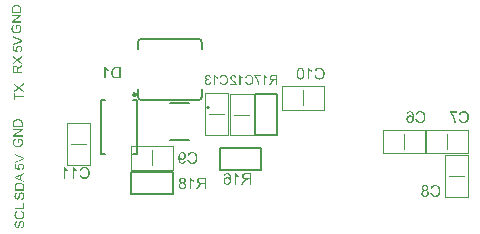
<source format=gbr>
G04*
G04 #@! TF.GenerationSoftware,Altium Limited,Altium Designer,23.0.1 (38)*
G04*
G04 Layer_Color=32896*
%FSLAX24Y24*%
%MOIN*%
G70*
G04*
G04 #@! TF.SameCoordinates,4B295FFD-E36D-49C0-9059-740962033B99*
G04*
G04*
G04 #@! TF.FilePolarity,Positive*
G04*
G01*
G75*
%ADD11C,0.0079*%
%ADD12C,0.0098*%
%ADD13C,0.0050*%
%ADD15C,0.0039*%
%ADD64C,0.0060*%
%ADD65C,0.0060*%
G36*
X33084Y25980D02*
X32970Y25899D01*
X32969Y25898D01*
X32968Y25897D01*
X32966Y25896D01*
X32964Y25895D01*
X32957Y25890D01*
X32951Y25886D01*
X32951Y25885D01*
X32953Y25884D01*
X32956Y25882D01*
X32959Y25880D01*
X32967Y25875D01*
X32970Y25872D01*
X32973Y25871D01*
X33084Y25790D01*
Y25739D01*
X32918Y25862D01*
X32764Y25753D01*
Y25804D01*
X32846Y25862D01*
X32847D01*
X32847Y25863D01*
X32848Y25864D01*
X32850Y25865D01*
X32855Y25868D01*
X32860Y25872D01*
X32867Y25876D01*
X32873Y25880D01*
X32879Y25884D01*
X32885Y25887D01*
X32884Y25888D01*
X32882Y25889D01*
X32878Y25891D01*
X32874Y25895D01*
X32869Y25898D01*
X32862Y25903D01*
X32856Y25908D01*
X32849Y25913D01*
X32764Y25977D01*
Y26023D01*
X32916Y25912D01*
X33084Y26032D01*
Y25980D01*
D02*
G37*
G36*
X32802Y25623D02*
X33084D01*
Y25580D01*
X32802D01*
Y25475D01*
X32764D01*
Y25728D01*
X32802D01*
Y25623D01*
D02*
G37*
G36*
X33034Y26905D02*
X32920Y26824D01*
X32919Y26823D01*
X32918Y26822D01*
X32916Y26821D01*
X32914Y26820D01*
X32907Y26815D01*
X32901Y26811D01*
X32901Y26810D01*
X32903Y26809D01*
X32906Y26807D01*
X32909Y26805D01*
X32917Y26800D01*
X32920Y26797D01*
X32923Y26796D01*
X33034Y26715D01*
Y26664D01*
X32868Y26787D01*
X32714Y26678D01*
Y26729D01*
X32796Y26787D01*
X32797D01*
X32797Y26788D01*
X32798Y26789D01*
X32800Y26790D01*
X32805Y26793D01*
X32810Y26797D01*
X32817Y26801D01*
X32823Y26805D01*
X32829Y26809D01*
X32835Y26812D01*
X32834Y26813D01*
X32832Y26814D01*
X32828Y26816D01*
X32824Y26820D01*
X32819Y26823D01*
X32812Y26828D01*
X32806Y26833D01*
X32799Y26838D01*
X32714Y26902D01*
Y26948D01*
X32866Y26837D01*
X33034Y26957D01*
Y26905D01*
D02*
G37*
G36*
Y26603D02*
X32967Y26561D01*
X32967D01*
X32966Y26560D01*
X32964Y26559D01*
X32962Y26558D01*
X32957Y26554D01*
X32951Y26550D01*
X32944Y26545D01*
X32937Y26540D01*
X32930Y26535D01*
X32923Y26530D01*
X32923Y26530D01*
X32921Y26529D01*
X32918Y26526D01*
X32915Y26523D01*
X32908Y26516D01*
X32905Y26512D01*
X32902Y26509D01*
X32901Y26508D01*
X32901Y26507D01*
X32900Y26505D01*
X32899Y26503D01*
X32897Y26500D01*
X32896Y26497D01*
X32894Y26489D01*
Y26489D01*
X32893Y26488D01*
Y26486D01*
X32893Y26484D01*
X32892Y26480D01*
Y26477D01*
X32892Y26472D01*
Y26417D01*
X33034D01*
Y26375D01*
X32714D01*
Y26523D01*
X32714Y26527D01*
Y26531D01*
X32715Y26541D01*
X32716Y26551D01*
X32718Y26562D01*
X32720Y26572D01*
X32721Y26577D01*
X32723Y26581D01*
Y26582D01*
X32723Y26582D01*
X32724Y26585D01*
X32726Y26589D01*
X32730Y26594D01*
X32734Y26600D01*
X32739Y26606D01*
X32746Y26611D01*
X32753Y26617D01*
X32754D01*
X32754Y26617D01*
X32757Y26619D01*
X32761Y26621D01*
X32767Y26624D01*
X32774Y26626D01*
X32783Y26628D01*
X32791Y26630D01*
X32801Y26630D01*
X32802D01*
X32803D01*
X32804D01*
X32807Y26630D01*
X32810D01*
X32813Y26629D01*
X32821Y26627D01*
X32830Y26625D01*
X32840Y26621D01*
X32850Y26615D01*
X32854Y26612D01*
X32859Y26608D01*
X32859Y26608D01*
X32860Y26607D01*
X32861Y26606D01*
X32863Y26604D01*
X32864Y26602D01*
X32866Y26599D01*
X32869Y26595D01*
X32871Y26591D01*
X32874Y26587D01*
X32876Y26582D01*
X32879Y26576D01*
X32881Y26570D01*
X32883Y26563D01*
X32885Y26556D01*
X32887Y26548D01*
X32888Y26540D01*
X32889Y26541D01*
X32889Y26543D01*
X32891Y26546D01*
X32893Y26549D01*
X32898Y26558D01*
X32901Y26562D01*
X32904Y26565D01*
X32905Y26566D01*
X32907Y26569D01*
X32911Y26572D01*
X32916Y26577D01*
X32922Y26582D01*
X32929Y26588D01*
X32937Y26594D01*
X32947Y26601D01*
X33034Y26656D01*
Y26603D01*
D02*
G37*
G36*
X33028Y27474D02*
Y27430D01*
X32708Y27306D01*
Y27352D01*
X32941Y27435D01*
X32941D01*
X32942Y27436D01*
X32943Y27436D01*
X32945Y27437D01*
X32948Y27438D01*
X32951Y27439D01*
X32958Y27441D01*
X32966Y27444D01*
X32974Y27447D01*
X32993Y27452D01*
X32992D01*
X32992Y27453D01*
X32990Y27453D01*
X32988Y27454D01*
X32983Y27455D01*
X32976Y27457D01*
X32968Y27460D01*
X32960Y27462D01*
X32950Y27466D01*
X32941Y27469D01*
X32708Y27556D01*
Y27599D01*
X33028Y27474D01*
D02*
G37*
G36*
X32927Y27286D02*
X32931Y27286D01*
X32935Y27285D01*
X32940Y27284D01*
X32945Y27283D01*
X32957Y27281D01*
X32970Y27276D01*
X32976Y27273D01*
X32982Y27270D01*
X32989Y27266D01*
X32995Y27261D01*
X32995Y27261D01*
X32997Y27260D01*
X32998Y27258D01*
X33001Y27256D01*
X33004Y27253D01*
X33007Y27249D01*
X33010Y27244D01*
X33014Y27239D01*
X33018Y27234D01*
X33021Y27227D01*
X33024Y27220D01*
X33028Y27213D01*
X33030Y27205D01*
X33032Y27196D01*
X33033Y27187D01*
X33034Y27177D01*
Y27173D01*
X33033Y27170D01*
X33033Y27166D01*
X33032Y27162D01*
X33032Y27157D01*
X33030Y27152D01*
X33028Y27140D01*
X33023Y27129D01*
X33021Y27123D01*
X33017Y27117D01*
X33014Y27111D01*
X33010Y27106D01*
X33009Y27105D01*
X33009Y27104D01*
X33007Y27103D01*
X33005Y27101D01*
X33003Y27099D01*
X33000Y27097D01*
X32996Y27094D01*
X32992Y27092D01*
X32988Y27089D01*
X32983Y27086D01*
X32972Y27081D01*
X32959Y27077D01*
X32952Y27076D01*
X32944Y27075D01*
X32941Y27116D01*
X32942D01*
X32943D01*
X32944Y27116D01*
X32946Y27117D01*
X32951Y27118D01*
X32958Y27120D01*
X32965Y27123D01*
X32973Y27126D01*
X32980Y27131D01*
X32986Y27137D01*
X32987Y27137D01*
X32989Y27139D01*
X32991Y27143D01*
X32994Y27148D01*
X32997Y27154D01*
X32999Y27161D01*
X33001Y27168D01*
X33001Y27177D01*
Y27180D01*
X33001Y27182D01*
X33000Y27187D01*
X32998Y27194D01*
X32996Y27202D01*
X32992Y27210D01*
X32987Y27218D01*
X32984Y27222D01*
X32980Y27225D01*
X32980Y27226D01*
X32979Y27226D01*
X32978Y27227D01*
X32976Y27229D01*
X32971Y27232D01*
X32965Y27235D01*
X32957Y27239D01*
X32947Y27242D01*
X32936Y27244D01*
X32930Y27245D01*
X32923D01*
X32923D01*
X32922D01*
X32920D01*
X32918Y27245D01*
X32915D01*
X32912Y27244D01*
X32904Y27243D01*
X32895Y27241D01*
X32887Y27237D01*
X32878Y27233D01*
X32870Y27226D01*
X32870D01*
X32870Y27225D01*
X32867Y27223D01*
X32864Y27219D01*
X32860Y27213D01*
X32857Y27206D01*
X32854Y27198D01*
X32852Y27188D01*
X32851Y27182D01*
Y27174D01*
X32851Y27170D01*
X32852Y27165D01*
X32853Y27160D01*
X32854Y27154D01*
X32857Y27148D01*
X32859Y27142D01*
X32860Y27142D01*
X32861Y27140D01*
X32863Y27137D01*
X32865Y27133D01*
X32869Y27130D01*
X32873Y27126D01*
X32877Y27122D01*
X32882Y27119D01*
X32877Y27082D01*
X32712Y27113D01*
Y27271D01*
X32750D01*
Y27144D01*
X32836Y27126D01*
X32836Y27127D01*
X32835Y27128D01*
X32834Y27129D01*
X32833Y27132D01*
X32832Y27134D01*
X32830Y27137D01*
X32826Y27145D01*
X32822Y27154D01*
X32819Y27164D01*
X32817Y27175D01*
X32816Y27181D01*
Y27191D01*
X32816Y27194D01*
X32817Y27198D01*
X32817Y27202D01*
X32818Y27206D01*
X32820Y27211D01*
X32823Y27223D01*
X32825Y27229D01*
X32828Y27235D01*
X32832Y27241D01*
X32835Y27247D01*
X32840Y27252D01*
X32845Y27258D01*
X32846Y27258D01*
X32846Y27259D01*
X32848Y27260D01*
X32850Y27262D01*
X32853Y27265D01*
X32857Y27267D01*
X32861Y27270D01*
X32865Y27272D01*
X32870Y27275D01*
X32876Y27277D01*
X32882Y27280D01*
X32889Y27282D01*
X32896Y27284D01*
X32904Y27285D01*
X32912Y27286D01*
X32920Y27287D01*
X32920D01*
X32922D01*
X32924D01*
X32927Y27286D01*
D02*
G37*
G36*
X32842Y28645D02*
X32846D01*
X32855Y28644D01*
X32865Y28643D01*
X32876Y28642D01*
X32887Y28639D01*
X32898Y28636D01*
X32898D01*
X32899Y28636D01*
X32901Y28636D01*
X32903Y28635D01*
X32908Y28633D01*
X32914Y28630D01*
X32921Y28628D01*
X32929Y28624D01*
X32937Y28619D01*
X32944Y28615D01*
X32945Y28614D01*
X32947Y28612D01*
X32951Y28610D01*
X32955Y28606D01*
X32959Y28602D01*
X32964Y28597D01*
X32969Y28592D01*
X32973Y28586D01*
X32974Y28585D01*
X32975Y28583D01*
X32977Y28580D01*
X32979Y28575D01*
X32982Y28569D01*
X32984Y28563D01*
X32987Y28556D01*
X32989Y28547D01*
Y28546D01*
X32990Y28545D01*
X32990Y28544D01*
X32991Y28539D01*
X32992Y28533D01*
X32993Y28525D01*
X32994Y28516D01*
X32994Y28507D01*
X32994Y28496D01*
Y28381D01*
X32675D01*
Y28504D01*
X32675Y28512D01*
X32676Y28521D01*
X32677Y28531D01*
X32678Y28540D01*
X32679Y28548D01*
Y28548D01*
X32680Y28549D01*
Y28551D01*
X32681Y28552D01*
X32682Y28557D01*
X32684Y28564D01*
X32688Y28571D01*
X32692Y28579D01*
X32696Y28587D01*
X32702Y28594D01*
X32703Y28595D01*
X32703Y28595D01*
X32705Y28597D01*
X32706Y28599D01*
X32711Y28603D01*
X32717Y28609D01*
X32725Y28615D01*
X32734Y28621D01*
X32745Y28627D01*
X32757Y28632D01*
X32757D01*
X32758Y28633D01*
X32760Y28634D01*
X32763Y28634D01*
X32766Y28636D01*
X32770Y28636D01*
X32774Y28637D01*
X32779Y28639D01*
X32784Y28640D01*
X32790Y28641D01*
X32803Y28643D01*
X32818Y28645D01*
X32833Y28645D01*
X32834D01*
X32835D01*
X32837D01*
X32839D01*
X32842Y28645D01*
D02*
G37*
G36*
X32994Y28266D02*
X32744Y28099D01*
X32994D01*
Y28058D01*
X32675D01*
Y28101D01*
X32926Y28269D01*
X32675D01*
Y28310D01*
X32994D01*
Y28266D01*
D02*
G37*
G36*
X32951Y27996D02*
X32951Y27995D01*
X32952Y27993D01*
X32954Y27991D01*
X32956Y27988D01*
X32958Y27985D01*
X32961Y27980D01*
X32964Y27976D01*
X32970Y27967D01*
X32976Y27955D01*
X32982Y27944D01*
X32988Y27931D01*
Y27931D01*
X32988Y27930D01*
X32988Y27928D01*
X32989Y27926D01*
X32990Y27923D01*
X32992Y27919D01*
X32993Y27915D01*
X32994Y27911D01*
X32996Y27901D01*
X32998Y27889D01*
X33000Y27876D01*
X33000Y27864D01*
Y27859D01*
X33000Y27856D01*
Y27852D01*
X32999Y27846D01*
X32998Y27841D01*
X32998Y27835D01*
X32995Y27822D01*
X32992Y27807D01*
X32987Y27792D01*
X32984Y27785D01*
X32980Y27778D01*
X32980Y27777D01*
X32979Y27776D01*
X32978Y27774D01*
X32976Y27771D01*
X32974Y27768D01*
X32972Y27765D01*
X32965Y27756D01*
X32957Y27747D01*
X32947Y27737D01*
X32935Y27728D01*
X32922Y27719D01*
X32921D01*
X32920Y27718D01*
X32918Y27718D01*
X32915Y27716D01*
X32912Y27715D01*
X32907Y27713D01*
X32903Y27712D01*
X32897Y27710D01*
X32891Y27708D01*
X32884Y27706D01*
X32877Y27705D01*
X32870Y27703D01*
X32854Y27701D01*
X32836Y27700D01*
X32836D01*
X32834D01*
X32832D01*
X32829Y27700D01*
X32824D01*
X32819Y27701D01*
X32814Y27702D01*
X32808Y27702D01*
X32802Y27704D01*
X32795Y27705D01*
X32780Y27708D01*
X32765Y27713D01*
X32750Y27719D01*
X32749Y27720D01*
X32748Y27720D01*
X32746Y27721D01*
X32743Y27723D01*
X32739Y27725D01*
X32736Y27727D01*
X32727Y27734D01*
X32717Y27742D01*
X32707Y27751D01*
X32697Y27762D01*
X32693Y27769D01*
X32689Y27775D01*
X32689Y27776D01*
X32688Y27777D01*
X32687Y27779D01*
X32686Y27782D01*
X32684Y27785D01*
X32683Y27790D01*
X32681Y27794D01*
X32679Y27800D01*
X32677Y27806D01*
X32676Y27812D01*
X32674Y27819D01*
X32672Y27827D01*
X32670Y27843D01*
X32669Y27851D01*
Y27866D01*
X32670Y27869D01*
Y27872D01*
X32671Y27881D01*
X32672Y27891D01*
X32674Y27901D01*
X32677Y27912D01*
X32681Y27923D01*
Y27923D01*
X32681Y27924D01*
X32682Y27925D01*
X32683Y27927D01*
X32685Y27932D01*
X32689Y27939D01*
X32693Y27946D01*
X32699Y27953D01*
X32705Y27960D01*
X32712Y27967D01*
X32713Y27968D01*
X32716Y27969D01*
X32720Y27972D01*
X32726Y27976D01*
X32733Y27980D01*
X32743Y27984D01*
X32753Y27988D01*
X32764Y27991D01*
X32775Y27953D01*
X32774D01*
X32774Y27952D01*
X32772Y27952D01*
X32770Y27951D01*
X32766Y27950D01*
X32761Y27948D01*
X32754Y27945D01*
X32748Y27942D01*
X32742Y27939D01*
X32736Y27935D01*
X32736Y27934D01*
X32734Y27933D01*
X32732Y27930D01*
X32728Y27927D01*
X32725Y27923D01*
X32721Y27917D01*
X32717Y27911D01*
X32714Y27904D01*
X32714Y27903D01*
X32713Y27901D01*
X32711Y27897D01*
X32709Y27891D01*
X32708Y27885D01*
X32707Y27877D01*
X32706Y27869D01*
X32705Y27860D01*
Y27855D01*
X32706Y27853D01*
Y27850D01*
X32706Y27843D01*
X32708Y27835D01*
X32709Y27827D01*
X32711Y27818D01*
X32714Y27810D01*
X32715Y27809D01*
X32716Y27806D01*
X32718Y27803D01*
X32720Y27798D01*
X32724Y27792D01*
X32728Y27786D01*
X32733Y27781D01*
X32738Y27776D01*
X32738Y27775D01*
X32740Y27773D01*
X32743Y27771D01*
X32747Y27768D01*
X32751Y27765D01*
X32757Y27762D01*
X32763Y27759D01*
X32769Y27755D01*
X32770D01*
X32771Y27755D01*
X32772Y27755D01*
X32775Y27754D01*
X32777Y27753D01*
X32781Y27752D01*
X32784Y27750D01*
X32788Y27749D01*
X32798Y27747D01*
X32809Y27745D01*
X32821Y27744D01*
X32834Y27743D01*
X32834D01*
X32836D01*
X32838D01*
X32841Y27744D01*
X32844D01*
X32849Y27744D01*
X32854Y27745D01*
X32859Y27745D01*
X32870Y27747D01*
X32882Y27749D01*
X32894Y27753D01*
X32906Y27758D01*
X32906D01*
X32907Y27759D01*
X32909Y27759D01*
X32910Y27761D01*
X32915Y27764D01*
X32922Y27769D01*
X32929Y27775D01*
X32936Y27782D01*
X32942Y27791D01*
X32948Y27801D01*
Y27801D01*
X32949Y27802D01*
X32950Y27803D01*
X32951Y27806D01*
X32951Y27808D01*
X32952Y27811D01*
X32955Y27819D01*
X32957Y27828D01*
X32960Y27838D01*
X32962Y27849D01*
X32962Y27861D01*
Y27865D01*
X32962Y27868D01*
Y27871D01*
X32961Y27878D01*
X32960Y27886D01*
X32958Y27895D01*
X32955Y27905D01*
X32952Y27914D01*
Y27915D01*
X32951Y27916D01*
X32951Y27917D01*
X32950Y27919D01*
X32948Y27924D01*
X32945Y27929D01*
X32942Y27936D01*
X32938Y27943D01*
X32934Y27949D01*
X32929Y27955D01*
X32869D01*
Y27860D01*
X32831D01*
Y27996D01*
X32950D01*
X32951Y27996D01*
D02*
G37*
G36*
X32892Y24845D02*
X32896D01*
X32905Y24844D01*
X32915Y24843D01*
X32926Y24842D01*
X32937Y24839D01*
X32948Y24836D01*
X32948D01*
X32949Y24836D01*
X32951Y24836D01*
X32953Y24835D01*
X32958Y24833D01*
X32964Y24830D01*
X32971Y24828D01*
X32979Y24824D01*
X32987Y24819D01*
X32994Y24815D01*
X32995Y24814D01*
X32997Y24812D01*
X33001Y24810D01*
X33005Y24806D01*
X33009Y24802D01*
X33014Y24797D01*
X33019Y24792D01*
X33023Y24786D01*
X33024Y24785D01*
X33025Y24783D01*
X33027Y24780D01*
X33029Y24775D01*
X33032Y24769D01*
X33034Y24763D01*
X33037Y24756D01*
X33039Y24747D01*
Y24746D01*
X33040Y24745D01*
X33040Y24744D01*
X33041Y24739D01*
X33042Y24733D01*
X33043Y24725D01*
X33044Y24716D01*
X33044Y24707D01*
X33044Y24696D01*
Y24581D01*
X32725D01*
Y24704D01*
X32725Y24712D01*
X32726Y24721D01*
X32727Y24731D01*
X32728Y24740D01*
X32729Y24748D01*
Y24748D01*
X32730Y24749D01*
Y24751D01*
X32731Y24752D01*
X32732Y24757D01*
X32734Y24764D01*
X32738Y24771D01*
X32742Y24779D01*
X32746Y24787D01*
X32752Y24794D01*
X32753Y24795D01*
X32753Y24795D01*
X32755Y24797D01*
X32756Y24799D01*
X32761Y24803D01*
X32767Y24809D01*
X32775Y24815D01*
X32784Y24821D01*
X32795Y24827D01*
X32807Y24832D01*
X32807D01*
X32808Y24833D01*
X32810Y24834D01*
X32813Y24834D01*
X32816Y24836D01*
X32820Y24836D01*
X32824Y24837D01*
X32829Y24839D01*
X32834Y24840D01*
X32840Y24841D01*
X32853Y24843D01*
X32868Y24845D01*
X32883Y24845D01*
X32884D01*
X32885D01*
X32887D01*
X32889D01*
X32892Y24845D01*
D02*
G37*
G36*
X33044Y24466D02*
X32794Y24299D01*
X33044D01*
Y24258D01*
X32725D01*
Y24301D01*
X32976Y24469D01*
X32725D01*
Y24510D01*
X33044D01*
Y24466D01*
D02*
G37*
G36*
X33001Y24196D02*
X33001Y24195D01*
X33002Y24193D01*
X33004Y24191D01*
X33006Y24188D01*
X33008Y24185D01*
X33011Y24180D01*
X33014Y24176D01*
X33020Y24167D01*
X33026Y24155D01*
X33032Y24144D01*
X33038Y24131D01*
Y24131D01*
X33038Y24130D01*
X33038Y24128D01*
X33039Y24126D01*
X33040Y24123D01*
X33042Y24119D01*
X33043Y24115D01*
X33044Y24111D01*
X33046Y24101D01*
X33048Y24089D01*
X33050Y24076D01*
X33050Y24064D01*
Y24059D01*
X33050Y24056D01*
Y24052D01*
X33049Y24046D01*
X33048Y24041D01*
X33048Y24035D01*
X33045Y24022D01*
X33042Y24007D01*
X33037Y23992D01*
X33034Y23985D01*
X33030Y23978D01*
X33030Y23977D01*
X33029Y23976D01*
X33028Y23974D01*
X33026Y23971D01*
X33024Y23968D01*
X33022Y23965D01*
X33015Y23956D01*
X33007Y23947D01*
X32997Y23937D01*
X32985Y23928D01*
X32972Y23919D01*
X32971D01*
X32970Y23918D01*
X32968Y23918D01*
X32965Y23916D01*
X32962Y23915D01*
X32957Y23913D01*
X32953Y23912D01*
X32947Y23910D01*
X32941Y23908D01*
X32934Y23906D01*
X32927Y23905D01*
X32920Y23903D01*
X32904Y23901D01*
X32886Y23900D01*
X32886D01*
X32884D01*
X32882D01*
X32879Y23900D01*
X32874D01*
X32869Y23901D01*
X32864Y23902D01*
X32858Y23902D01*
X32852Y23904D01*
X32845Y23905D01*
X32830Y23908D01*
X32815Y23913D01*
X32800Y23919D01*
X32799Y23920D01*
X32798Y23920D01*
X32796Y23921D01*
X32793Y23923D01*
X32789Y23925D01*
X32786Y23927D01*
X32777Y23934D01*
X32767Y23942D01*
X32757Y23951D01*
X32747Y23962D01*
X32743Y23969D01*
X32739Y23975D01*
X32739Y23976D01*
X32738Y23977D01*
X32737Y23979D01*
X32736Y23982D01*
X32734Y23985D01*
X32733Y23990D01*
X32731Y23994D01*
X32729Y24000D01*
X32727Y24006D01*
X32726Y24012D01*
X32724Y24019D01*
X32722Y24027D01*
X32720Y24043D01*
X32719Y24051D01*
Y24066D01*
X32720Y24069D01*
Y24072D01*
X32721Y24081D01*
X32722Y24091D01*
X32724Y24101D01*
X32727Y24112D01*
X32731Y24123D01*
Y24123D01*
X32731Y24124D01*
X32732Y24125D01*
X32733Y24127D01*
X32735Y24132D01*
X32739Y24139D01*
X32743Y24146D01*
X32749Y24153D01*
X32755Y24160D01*
X32762Y24167D01*
X32763Y24167D01*
X32766Y24169D01*
X32770Y24172D01*
X32776Y24176D01*
X32783Y24180D01*
X32793Y24184D01*
X32803Y24188D01*
X32814Y24191D01*
X32825Y24153D01*
X32824D01*
X32824Y24152D01*
X32822Y24152D01*
X32820Y24151D01*
X32816Y24150D01*
X32811Y24148D01*
X32804Y24145D01*
X32798Y24142D01*
X32792Y24139D01*
X32786Y24135D01*
X32786Y24134D01*
X32784Y24133D01*
X32782Y24130D01*
X32778Y24127D01*
X32775Y24123D01*
X32771Y24117D01*
X32767Y24111D01*
X32764Y24104D01*
X32764Y24103D01*
X32763Y24101D01*
X32761Y24097D01*
X32759Y24091D01*
X32758Y24085D01*
X32757Y24077D01*
X32756Y24069D01*
X32755Y24060D01*
Y24055D01*
X32756Y24053D01*
Y24050D01*
X32756Y24043D01*
X32758Y24035D01*
X32759Y24027D01*
X32761Y24018D01*
X32764Y24010D01*
X32765Y24009D01*
X32766Y24006D01*
X32768Y24003D01*
X32770Y23998D01*
X32774Y23992D01*
X32778Y23986D01*
X32782Y23981D01*
X32788Y23976D01*
X32788Y23975D01*
X32790Y23973D01*
X32793Y23971D01*
X32797Y23968D01*
X32801Y23965D01*
X32807Y23962D01*
X32813Y23959D01*
X32819Y23955D01*
X32820D01*
X32821Y23955D01*
X32822Y23955D01*
X32825Y23954D01*
X32827Y23953D01*
X32831Y23952D01*
X32834Y23950D01*
X32838Y23949D01*
X32848Y23947D01*
X32859Y23945D01*
X32871Y23944D01*
X32884Y23943D01*
X32884D01*
X32886D01*
X32888D01*
X32891Y23944D01*
X32894D01*
X32899Y23944D01*
X32904Y23945D01*
X32909Y23945D01*
X32920Y23947D01*
X32932Y23949D01*
X32944Y23953D01*
X32956Y23958D01*
X32956D01*
X32957Y23959D01*
X32959Y23959D01*
X32960Y23961D01*
X32965Y23964D01*
X32972Y23969D01*
X32979Y23975D01*
X32986Y23982D01*
X32992Y23991D01*
X32998Y24001D01*
Y24001D01*
X32999Y24002D01*
X33000Y24003D01*
X33001Y24006D01*
X33001Y24008D01*
X33002Y24011D01*
X33005Y24019D01*
X33008Y24028D01*
X33010Y24038D01*
X33012Y24049D01*
X33012Y24061D01*
Y24065D01*
X33012Y24068D01*
Y24071D01*
X33011Y24078D01*
X33010Y24086D01*
X33008Y24095D01*
X33005Y24105D01*
X33002Y24114D01*
Y24115D01*
X33001Y24116D01*
X33001Y24117D01*
X33000Y24119D01*
X32998Y24124D01*
X32995Y24129D01*
X32992Y24136D01*
X32988Y24143D01*
X32984Y24149D01*
X32979Y24155D01*
X32919D01*
Y24060D01*
X32881D01*
Y24196D01*
X33000D01*
X33001Y24196D01*
D02*
G37*
G36*
X33094Y23550D02*
Y23505D01*
X32775Y23381D01*
Y23428D01*
X33007Y23511D01*
X33008D01*
X33009Y23511D01*
X33010Y23512D01*
X33012Y23513D01*
X33015Y23513D01*
X33017Y23514D01*
X33024Y23516D01*
X33032Y23519D01*
X33041Y23522D01*
X33059Y23527D01*
X33059D01*
X33058Y23528D01*
X33057Y23528D01*
X33055Y23529D01*
X33050Y23530D01*
X33043Y23533D01*
X33035Y23535D01*
X33026Y23538D01*
X33017Y23541D01*
X33007Y23545D01*
X32775Y23631D01*
Y23674D01*
X33094Y23550D01*
D02*
G37*
G36*
X32994Y23362D02*
X32997Y23361D01*
X33002Y23361D01*
X33007Y23360D01*
X33012Y23359D01*
X33024Y23356D01*
X33036Y23351D01*
X33043Y23349D01*
X33049Y23345D01*
X33055Y23341D01*
X33061Y23337D01*
X33062Y23336D01*
X33063Y23335D01*
X33065Y23333D01*
X33067Y23331D01*
X33070Y23328D01*
X33074Y23324D01*
X33077Y23320D01*
X33081Y23314D01*
X33084Y23309D01*
X33088Y23302D01*
X33091Y23296D01*
X33094Y23288D01*
X33096Y23280D01*
X33098Y23272D01*
X33100Y23262D01*
X33100Y23253D01*
Y23248D01*
X33100Y23245D01*
X33099Y23241D01*
X33099Y23237D01*
X33098Y23232D01*
X33097Y23227D01*
X33094Y23216D01*
X33090Y23204D01*
X33087Y23198D01*
X33084Y23192D01*
X33080Y23187D01*
X33076Y23181D01*
X33076Y23180D01*
X33075Y23180D01*
X33073Y23179D01*
X33071Y23177D01*
X33069Y23174D01*
X33066Y23172D01*
X33063Y23169D01*
X33058Y23167D01*
X33054Y23164D01*
X33049Y23162D01*
X33038Y23156D01*
X33025Y23152D01*
X33018Y23151D01*
X33011Y23150D01*
X33008Y23191D01*
X33008D01*
X33009D01*
X33010Y23192D01*
X33013Y23192D01*
X33018Y23193D01*
X33025Y23195D01*
X33032Y23198D01*
X33039Y23202D01*
X33046Y23206D01*
X33053Y23212D01*
X33053Y23213D01*
X33055Y23215D01*
X33057Y23218D01*
X33060Y23223D01*
X33063Y23229D01*
X33065Y23236D01*
X33067Y23244D01*
X33068Y23253D01*
Y23255D01*
X33067Y23257D01*
X33067Y23263D01*
X33065Y23269D01*
X33063Y23277D01*
X33059Y23285D01*
X33053Y23293D01*
X33050Y23297D01*
X33046Y23301D01*
X33046Y23301D01*
X33045Y23302D01*
X33044Y23302D01*
X33043Y23304D01*
X33038Y23307D01*
X33031Y23311D01*
X33023Y23314D01*
X33014Y23317D01*
X33002Y23320D01*
X32996Y23320D01*
X32990D01*
X32989D01*
X32988D01*
X32986D01*
X32984Y23320D01*
X32981D01*
X32978Y23320D01*
X32971Y23318D01*
X32962Y23316D01*
X32953Y23313D01*
X32945Y23308D01*
X32937Y23302D01*
X32936D01*
X32936Y23301D01*
X32934Y23298D01*
X32930Y23294D01*
X32927Y23289D01*
X32924Y23281D01*
X32920Y23273D01*
X32918Y23263D01*
X32917Y23258D01*
Y23249D01*
X32918Y23245D01*
X32918Y23241D01*
X32919Y23235D01*
X32921Y23229D01*
X32923Y23223D01*
X32926Y23217D01*
X32926Y23217D01*
X32927Y23215D01*
X32930Y23212D01*
X32932Y23209D01*
X32935Y23205D01*
X32939Y23201D01*
X32943Y23197D01*
X32948Y23194D01*
X32943Y23157D01*
X32779Y23188D01*
Y23347D01*
X32816D01*
Y23219D01*
X32903Y23202D01*
X32902Y23202D01*
X32902Y23203D01*
X32901Y23205D01*
X32899Y23207D01*
X32898Y23210D01*
X32896Y23213D01*
X32893Y23220D01*
X32889Y23229D01*
X32886Y23240D01*
X32883Y23251D01*
X32882Y23256D01*
Y23266D01*
X32883Y23269D01*
X32883Y23273D01*
X32884Y23277D01*
X32885Y23282D01*
X32886Y23287D01*
X32889Y23298D01*
X32892Y23304D01*
X32895Y23310D01*
X32898Y23316D01*
X32902Y23322D01*
X32906Y23327D01*
X32912Y23333D01*
X32912Y23333D01*
X32913Y23334D01*
X32914Y23336D01*
X32917Y23338D01*
X32920Y23340D01*
X32923Y23342D01*
X32927Y23345D01*
X32932Y23348D01*
X32937Y23350D01*
X32942Y23353D01*
X32949Y23355D01*
X32955Y23357D01*
X32962Y23359D01*
X32970Y23361D01*
X32978Y23362D01*
X32986Y23362D01*
X32987D01*
X32988D01*
X32991D01*
X32994Y23362D01*
D02*
G37*
G36*
X33094Y23001D02*
X32997Y22963D01*
Y22829D01*
X33094Y22794D01*
Y22750D01*
X32775Y22872D01*
Y22918D01*
X33094Y23049D01*
Y23001D01*
D02*
G37*
G36*
X32942Y22726D02*
X32946D01*
X32955Y22726D01*
X32965Y22724D01*
X32976Y22723D01*
X32987Y22721D01*
X32998Y22718D01*
X32998D01*
X32999Y22717D01*
X33001Y22717D01*
X33003Y22716D01*
X33008Y22715D01*
X33014Y22712D01*
X33021Y22709D01*
X33029Y22705D01*
X33037Y22701D01*
X33044Y22696D01*
X33045Y22696D01*
X33047Y22694D01*
X33051Y22691D01*
X33055Y22687D01*
X33059Y22683D01*
X33064Y22678D01*
X33069Y22673D01*
X33073Y22667D01*
X33074Y22666D01*
X33075Y22664D01*
X33077Y22661D01*
X33079Y22656D01*
X33082Y22651D01*
X33084Y22644D01*
X33087Y22637D01*
X33089Y22629D01*
Y22628D01*
X33090Y22626D01*
X33090Y22625D01*
X33091Y22620D01*
X33092Y22614D01*
X33093Y22606D01*
X33094Y22598D01*
X33094Y22588D01*
X33094Y22577D01*
Y22462D01*
X32775D01*
Y22585D01*
X32775Y22594D01*
X32776Y22603D01*
X32777Y22612D01*
X32778Y22621D01*
X32779Y22629D01*
Y22630D01*
X32780Y22630D01*
Y22632D01*
X32781Y22634D01*
X32782Y22639D01*
X32784Y22645D01*
X32788Y22653D01*
X32792Y22661D01*
X32796Y22668D01*
X32802Y22676D01*
X32803Y22676D01*
X32803Y22677D01*
X32805Y22678D01*
X32806Y22680D01*
X32811Y22685D01*
X32817Y22690D01*
X32825Y22696D01*
X32834Y22703D01*
X32845Y22709D01*
X32857Y22714D01*
X32857D01*
X32858Y22714D01*
X32860Y22715D01*
X32863Y22715D01*
X32866Y22717D01*
X32870Y22718D01*
X32874Y22719D01*
X32879Y22720D01*
X32884Y22721D01*
X32890Y22722D01*
X32903Y22725D01*
X32918Y22726D01*
X32933Y22727D01*
X32934D01*
X32935D01*
X32937D01*
X32939D01*
X32942Y22726D01*
D02*
G37*
G36*
X33014Y22403D02*
X33021Y22402D01*
X33028Y22400D01*
X33036Y22398D01*
X33044Y22394D01*
X33053Y22389D01*
X33053D01*
X33054Y22389D01*
X33057Y22387D01*
X33061Y22383D01*
X33065Y22379D01*
X33071Y22373D01*
X33077Y22365D01*
X33082Y22357D01*
X33088Y22347D01*
Y22347D01*
X33088Y22346D01*
X33088Y22345D01*
X33089Y22343D01*
X33090Y22340D01*
X33092Y22337D01*
X33094Y22329D01*
X33096Y22320D01*
X33098Y22310D01*
X33100Y22298D01*
X33100Y22286D01*
Y22278D01*
X33100Y22275D01*
Y22271D01*
X33099Y22266D01*
X33099Y22260D01*
X33097Y22249D01*
X33095Y22237D01*
X33092Y22225D01*
X33088Y22213D01*
Y22213D01*
X33087Y22212D01*
X33086Y22211D01*
X33085Y22209D01*
X33082Y22203D01*
X33078Y22197D01*
X33073Y22189D01*
X33066Y22181D01*
X33058Y22174D01*
X33050Y22167D01*
X33049D01*
X33048Y22166D01*
X33047Y22166D01*
X33045Y22164D01*
X33043Y22163D01*
X33040Y22162D01*
X33033Y22159D01*
X33024Y22156D01*
X33015Y22153D01*
X33003Y22151D01*
X32992Y22150D01*
X32988Y22190D01*
X32989D01*
X32989D01*
X32991Y22190D01*
X32992D01*
X32997Y22191D01*
X33003Y22192D01*
X33009Y22194D01*
X33015Y22196D01*
X33022Y22199D01*
X33028Y22203D01*
X33028Y22203D01*
X33030Y22205D01*
X33033Y22207D01*
X33037Y22211D01*
X33041Y22215D01*
X33045Y22220D01*
X33049Y22227D01*
X33053Y22235D01*
Y22235D01*
X33053Y22235D01*
X33054Y22237D01*
X33054Y22238D01*
X33056Y22243D01*
X33057Y22249D01*
X33059Y22256D01*
X33061Y22265D01*
X33062Y22274D01*
X33062Y22284D01*
Y22288D01*
X33062Y22293D01*
X33061Y22298D01*
X33060Y22305D01*
X33059Y22312D01*
X33057Y22320D01*
X33055Y22326D01*
X33055Y22327D01*
X33054Y22330D01*
X33052Y22333D01*
X33050Y22337D01*
X33047Y22341D01*
X33044Y22346D01*
X33040Y22351D01*
X33035Y22354D01*
X33035Y22355D01*
X33033Y22356D01*
X33031Y22357D01*
X33027Y22359D01*
X33023Y22361D01*
X33019Y22362D01*
X33014Y22363D01*
X33008Y22363D01*
X33008D01*
X33005D01*
X33003Y22363D01*
X32999Y22363D01*
X32995Y22361D01*
X32991Y22360D01*
X32986Y22357D01*
X32982Y22354D01*
X32981Y22354D01*
X32980Y22352D01*
X32978Y22351D01*
X32975Y22347D01*
X32972Y22344D01*
X32969Y22339D01*
X32966Y22332D01*
X32963Y22326D01*
X32963Y22325D01*
X32962Y22323D01*
X32961Y22319D01*
X32960Y22317D01*
X32960Y22314D01*
X32958Y22310D01*
X32957Y22306D01*
X32956Y22302D01*
X32954Y22296D01*
X32953Y22290D01*
X32951Y22284D01*
X32949Y22277D01*
X32948Y22269D01*
Y22268D01*
X32947Y22267D01*
X32947Y22265D01*
X32946Y22262D01*
X32945Y22258D01*
X32944Y22254D01*
X32941Y22245D01*
X32938Y22235D01*
X32935Y22224D01*
X32931Y22215D01*
X32930Y22211D01*
X32928Y22207D01*
Y22206D01*
X32927Y22206D01*
X32925Y22203D01*
X32923Y22199D01*
X32919Y22194D01*
X32915Y22189D01*
X32910Y22183D01*
X32904Y22178D01*
X32898Y22173D01*
X32897Y22173D01*
X32894Y22171D01*
X32891Y22169D01*
X32886Y22168D01*
X32880Y22166D01*
X32873Y22164D01*
X32866Y22162D01*
X32858Y22162D01*
X32857D01*
X32857D01*
X32856D01*
X32854D01*
X32849Y22163D01*
X32843Y22164D01*
X32836Y22165D01*
X32828Y22168D01*
X32820Y22171D01*
X32813Y22175D01*
X32812D01*
X32812Y22176D01*
X32809Y22178D01*
X32805Y22181D01*
X32801Y22186D01*
X32796Y22191D01*
X32790Y22198D01*
X32785Y22206D01*
X32780Y22216D01*
Y22216D01*
X32780Y22217D01*
X32779Y22218D01*
X32778Y22220D01*
X32778Y22223D01*
X32777Y22226D01*
X32775Y22233D01*
X32773Y22241D01*
X32771Y22252D01*
X32770Y22262D01*
X32769Y22274D01*
Y22280D01*
X32770Y22284D01*
Y22287D01*
X32771Y22296D01*
X32772Y22305D01*
X32774Y22315D01*
X32777Y22326D01*
X32781Y22337D01*
Y22337D01*
X32781Y22338D01*
X32782Y22339D01*
X32783Y22341D01*
X32785Y22346D01*
X32790Y22352D01*
X32794Y22359D01*
X32800Y22366D01*
X32807Y22372D01*
X32815Y22378D01*
X32815D01*
X32816Y22379D01*
X32817Y22380D01*
X32819Y22381D01*
X32823Y22383D01*
X32829Y22386D01*
X32837Y22389D01*
X32845Y22391D01*
X32855Y22393D01*
X32865Y22394D01*
X32868Y22354D01*
X32868D01*
X32867D01*
X32865Y22353D01*
X32863Y22353D01*
X32858Y22351D01*
X32851Y22350D01*
X32844Y22347D01*
X32836Y22343D01*
X32829Y22338D01*
X32823Y22331D01*
X32822Y22330D01*
X32820Y22328D01*
X32818Y22323D01*
X32815Y22317D01*
X32812Y22309D01*
X32809Y22300D01*
X32808Y22289D01*
X32807Y22276D01*
Y22269D01*
X32808Y22266D01*
X32808Y22263D01*
X32809Y22254D01*
X32811Y22245D01*
X32813Y22236D01*
X32817Y22227D01*
X32819Y22223D01*
X32821Y22220D01*
X32822Y22219D01*
X32824Y22217D01*
X32827Y22214D01*
X32831Y22211D01*
X32836Y22208D01*
X32841Y22205D01*
X32848Y22204D01*
X32855Y22203D01*
X32856D01*
X32858D01*
X32861Y22203D01*
X32865Y22204D01*
X32869Y22205D01*
X32874Y22208D01*
X32879Y22211D01*
X32883Y22215D01*
X32884Y22215D01*
X32885Y22217D01*
X32887Y22219D01*
X32887Y22221D01*
X32889Y22224D01*
X32891Y22227D01*
X32892Y22231D01*
X32894Y22236D01*
X32896Y22241D01*
X32898Y22247D01*
X32900Y22253D01*
X32902Y22261D01*
X32904Y22269D01*
X32906Y22278D01*
Y22279D01*
X32907Y22281D01*
X32907Y22284D01*
X32908Y22287D01*
X32909Y22291D01*
X32911Y22296D01*
X32912Y22301D01*
X32913Y22307D01*
X32917Y22319D01*
X32920Y22330D01*
X32922Y22336D01*
X32924Y22341D01*
X32925Y22345D01*
X32927Y22349D01*
Y22350D01*
X32927Y22351D01*
X32928Y22352D01*
X32929Y22354D01*
X32932Y22359D01*
X32936Y22365D01*
X32941Y22372D01*
X32946Y22379D01*
X32953Y22385D01*
X32960Y22391D01*
X32960Y22391D01*
X32963Y22393D01*
X32967Y22395D01*
X32972Y22398D01*
X32979Y22400D01*
X32987Y22402D01*
X32996Y22404D01*
X33005Y22404D01*
X33005D01*
X33006D01*
X33007D01*
X33009D01*
X33014Y22403D01*
D02*
G37*
G36*
X33094Y21833D02*
X32775D01*
Y21875D01*
X33057D01*
Y22033D01*
X33094D01*
Y21833D01*
D02*
G37*
G36*
X32996Y21782D02*
X32998Y21781D01*
X33002Y21780D01*
X33006Y21778D01*
X33011Y21777D01*
X33017Y21774D01*
X33023Y21771D01*
X33036Y21765D01*
X33049Y21757D01*
X33055Y21752D01*
X33062Y21747D01*
X33067Y21741D01*
X33073Y21735D01*
X33073Y21734D01*
X33074Y21733D01*
X33075Y21731D01*
X33077Y21729D01*
X33079Y21725D01*
X33082Y21721D01*
X33084Y21716D01*
X33086Y21711D01*
X33089Y21705D01*
X33091Y21699D01*
X33094Y21692D01*
X33096Y21684D01*
X33098Y21676D01*
X33099Y21668D01*
X33100Y21659D01*
X33100Y21650D01*
Y21645D01*
X33100Y21641D01*
Y21637D01*
X33099Y21632D01*
X33098Y21626D01*
X33097Y21620D01*
X33095Y21607D01*
X33091Y21593D01*
X33086Y21579D01*
X33083Y21572D01*
X33079Y21566D01*
X33079Y21565D01*
X33078Y21565D01*
X33077Y21563D01*
X33075Y21561D01*
X33073Y21558D01*
X33070Y21555D01*
X33067Y21551D01*
X33063Y21547D01*
X33059Y21544D01*
X33055Y21540D01*
X33045Y21531D01*
X33032Y21523D01*
X33018Y21516D01*
X33018D01*
X33016Y21516D01*
X33014Y21515D01*
X33011Y21514D01*
X33008Y21513D01*
X33003Y21511D01*
X32998Y21510D01*
X32992Y21508D01*
X32986Y21507D01*
X32979Y21505D01*
X32965Y21503D01*
X32949Y21501D01*
X32932Y21500D01*
X32932D01*
X32930D01*
X32927D01*
X32924Y21500D01*
X32919D01*
X32915Y21501D01*
X32909Y21501D01*
X32903Y21502D01*
X32889Y21504D01*
X32875Y21508D01*
X32860Y21512D01*
X32845Y21519D01*
X32845Y21519D01*
X32844Y21520D01*
X32842Y21521D01*
X32839Y21522D01*
X32836Y21524D01*
X32833Y21527D01*
X32824Y21533D01*
X32815Y21540D01*
X32806Y21550D01*
X32796Y21560D01*
X32789Y21573D01*
X32788Y21573D01*
X32788Y21575D01*
X32787Y21577D01*
X32785Y21579D01*
X32784Y21583D01*
X32783Y21586D01*
X32781Y21591D01*
X32779Y21596D01*
X32777Y21601D01*
X32775Y21607D01*
X32772Y21620D01*
X32770Y21635D01*
X32769Y21650D01*
Y21655D01*
X32770Y21658D01*
X32770Y21662D01*
X32771Y21668D01*
X32771Y21673D01*
X32772Y21679D01*
X32775Y21691D01*
X32779Y21705D01*
X32782Y21712D01*
X32785Y21718D01*
X32790Y21725D01*
X32794Y21731D01*
X32794Y21732D01*
X32795Y21733D01*
X32796Y21735D01*
X32798Y21737D01*
X32801Y21739D01*
X32804Y21742D01*
X32808Y21746D01*
X32811Y21749D01*
X32816Y21753D01*
X32821Y21757D01*
X32827Y21761D01*
X32833Y21765D01*
X32840Y21768D01*
X32847Y21771D01*
X32854Y21774D01*
X32863Y21777D01*
X32872Y21735D01*
X32872D01*
X32871Y21735D01*
X32869Y21734D01*
X32867Y21733D01*
X32864Y21732D01*
X32860Y21731D01*
X32853Y21727D01*
X32845Y21723D01*
X32836Y21717D01*
X32828Y21710D01*
X32821Y21703D01*
X32820Y21702D01*
X32819Y21699D01*
X32816Y21694D01*
X32813Y21688D01*
X32810Y21680D01*
X32808Y21672D01*
X32806Y21661D01*
X32805Y21650D01*
Y21646D01*
X32806Y21644D01*
Y21640D01*
X32806Y21637D01*
X32808Y21628D01*
X32809Y21618D01*
X32813Y21608D01*
X32817Y21597D01*
X32823Y21588D01*
Y21587D01*
X32824Y21587D01*
X32826Y21583D01*
X32830Y21579D01*
X32836Y21574D01*
X32843Y21568D01*
X32851Y21563D01*
X32860Y21558D01*
X32871Y21553D01*
X32871D01*
X32872Y21553D01*
X32874Y21552D01*
X32876Y21552D01*
X32879Y21551D01*
X32882Y21550D01*
X32890Y21548D01*
X32899Y21546D01*
X32909Y21545D01*
X32920Y21544D01*
X32932Y21543D01*
X32933D01*
X32934D01*
X32936D01*
X32939D01*
X32942Y21544D01*
X32947D01*
X32951Y21544D01*
X32956Y21545D01*
X32967Y21546D01*
X32979Y21548D01*
X32991Y21551D01*
X33003Y21555D01*
X33004D01*
X33005Y21555D01*
X33006Y21556D01*
X33009Y21557D01*
X33014Y21560D01*
X33021Y21564D01*
X33028Y21569D01*
X33036Y21576D01*
X33043Y21583D01*
X33049Y21592D01*
Y21592D01*
X33050Y21593D01*
X33051Y21595D01*
X33051Y21596D01*
X33052Y21599D01*
X33054Y21601D01*
X33057Y21608D01*
X33059Y21616D01*
X33062Y21625D01*
X33063Y21636D01*
X33064Y21646D01*
Y21650D01*
X33063Y21652D01*
Y21656D01*
X33063Y21659D01*
X33061Y21667D01*
X33059Y21677D01*
X33055Y21686D01*
X33050Y21697D01*
X33047Y21702D01*
X33044Y21706D01*
X33043Y21707D01*
X33043Y21707D01*
X33041Y21709D01*
X33040Y21711D01*
X33038Y21712D01*
X33035Y21715D01*
X33032Y21717D01*
X33028Y21720D01*
X33024Y21723D01*
X33020Y21726D01*
X33015Y21729D01*
X33009Y21731D01*
X33003Y21734D01*
X32997Y21736D01*
X32990Y21738D01*
X32983Y21740D01*
X32993Y21783D01*
X32994D01*
X32996Y21782D01*
D02*
G37*
G36*
X33014Y21453D02*
X33021Y21452D01*
X33028Y21450D01*
X33036Y21448D01*
X33044Y21444D01*
X33053Y21439D01*
X33053D01*
X33054Y21439D01*
X33057Y21437D01*
X33061Y21433D01*
X33065Y21429D01*
X33071Y21423D01*
X33077Y21415D01*
X33082Y21407D01*
X33088Y21397D01*
Y21397D01*
X33088Y21396D01*
X33088Y21395D01*
X33089Y21393D01*
X33090Y21390D01*
X33092Y21387D01*
X33094Y21379D01*
X33096Y21370D01*
X33098Y21360D01*
X33100Y21348D01*
X33100Y21336D01*
Y21328D01*
X33100Y21325D01*
Y21321D01*
X33099Y21316D01*
X33099Y21310D01*
X33097Y21299D01*
X33095Y21287D01*
X33092Y21275D01*
X33088Y21263D01*
Y21263D01*
X33087Y21262D01*
X33086Y21261D01*
X33085Y21259D01*
X33082Y21253D01*
X33078Y21247D01*
X33073Y21239D01*
X33066Y21231D01*
X33058Y21224D01*
X33050Y21217D01*
X33049D01*
X33048Y21216D01*
X33047Y21216D01*
X33045Y21214D01*
X33043Y21213D01*
X33040Y21212D01*
X33033Y21209D01*
X33024Y21206D01*
X33015Y21203D01*
X33003Y21201D01*
X32992Y21200D01*
X32988Y21240D01*
X32989D01*
X32989D01*
X32991Y21240D01*
X32992D01*
X32997Y21241D01*
X33003Y21242D01*
X33009Y21244D01*
X33015Y21246D01*
X33022Y21249D01*
X33028Y21253D01*
X33028Y21253D01*
X33030Y21255D01*
X33033Y21257D01*
X33037Y21261D01*
X33041Y21265D01*
X33045Y21270D01*
X33049Y21277D01*
X33053Y21285D01*
Y21285D01*
X33053Y21285D01*
X33054Y21287D01*
X33054Y21288D01*
X33056Y21293D01*
X33057Y21299D01*
X33059Y21306D01*
X33061Y21315D01*
X33062Y21324D01*
X33062Y21334D01*
Y21338D01*
X33062Y21343D01*
X33061Y21348D01*
X33060Y21355D01*
X33059Y21362D01*
X33057Y21370D01*
X33055Y21376D01*
X33055Y21377D01*
X33054Y21380D01*
X33052Y21383D01*
X33050Y21387D01*
X33047Y21391D01*
X33044Y21396D01*
X33040Y21401D01*
X33035Y21404D01*
X33035Y21405D01*
X33033Y21406D01*
X33031Y21407D01*
X33027Y21409D01*
X33023Y21411D01*
X33019Y21412D01*
X33014Y21413D01*
X33008Y21413D01*
X33008D01*
X33005D01*
X33003Y21413D01*
X32999Y21413D01*
X32995Y21411D01*
X32991Y21410D01*
X32986Y21407D01*
X32982Y21404D01*
X32981Y21404D01*
X32980Y21402D01*
X32978Y21401D01*
X32975Y21397D01*
X32972Y21394D01*
X32969Y21388D01*
X32966Y21382D01*
X32963Y21376D01*
X32963Y21375D01*
X32962Y21373D01*
X32961Y21369D01*
X32960Y21367D01*
X32960Y21364D01*
X32958Y21360D01*
X32957Y21356D01*
X32956Y21352D01*
X32954Y21346D01*
X32953Y21340D01*
X32951Y21334D01*
X32949Y21327D01*
X32948Y21319D01*
Y21318D01*
X32947Y21317D01*
X32947Y21315D01*
X32946Y21312D01*
X32945Y21308D01*
X32944Y21304D01*
X32941Y21295D01*
X32938Y21285D01*
X32935Y21274D01*
X32931Y21265D01*
X32930Y21261D01*
X32928Y21257D01*
Y21256D01*
X32927Y21256D01*
X32925Y21253D01*
X32923Y21249D01*
X32919Y21244D01*
X32915Y21239D01*
X32910Y21233D01*
X32904Y21228D01*
X32898Y21223D01*
X32897Y21223D01*
X32894Y21221D01*
X32891Y21219D01*
X32886Y21218D01*
X32880Y21216D01*
X32873Y21214D01*
X32866Y21212D01*
X32858Y21212D01*
X32857D01*
X32857D01*
X32856D01*
X32854D01*
X32849Y21213D01*
X32843Y21214D01*
X32836Y21215D01*
X32828Y21218D01*
X32820Y21221D01*
X32813Y21225D01*
X32812D01*
X32812Y21226D01*
X32809Y21228D01*
X32805Y21231D01*
X32801Y21236D01*
X32796Y21241D01*
X32790Y21248D01*
X32785Y21256D01*
X32780Y21266D01*
Y21266D01*
X32780Y21267D01*
X32779Y21268D01*
X32778Y21270D01*
X32778Y21273D01*
X32777Y21276D01*
X32775Y21283D01*
X32773Y21291D01*
X32771Y21302D01*
X32770Y21312D01*
X32769Y21324D01*
Y21330D01*
X32770Y21334D01*
Y21337D01*
X32771Y21346D01*
X32772Y21355D01*
X32774Y21365D01*
X32777Y21376D01*
X32781Y21387D01*
Y21387D01*
X32781Y21388D01*
X32782Y21389D01*
X32783Y21391D01*
X32785Y21396D01*
X32790Y21402D01*
X32794Y21409D01*
X32800Y21416D01*
X32807Y21422D01*
X32815Y21428D01*
X32815D01*
X32816Y21429D01*
X32817Y21430D01*
X32819Y21431D01*
X32823Y21433D01*
X32829Y21436D01*
X32837Y21439D01*
X32845Y21441D01*
X32855Y21443D01*
X32865Y21444D01*
X32868Y21404D01*
X32868D01*
X32867D01*
X32865Y21403D01*
X32863Y21403D01*
X32858Y21401D01*
X32851Y21400D01*
X32844Y21397D01*
X32836Y21393D01*
X32829Y21388D01*
X32823Y21381D01*
X32822Y21380D01*
X32820Y21378D01*
X32818Y21373D01*
X32815Y21367D01*
X32812Y21359D01*
X32809Y21350D01*
X32808Y21339D01*
X32807Y21326D01*
Y21319D01*
X32808Y21316D01*
X32808Y21313D01*
X32809Y21304D01*
X32811Y21295D01*
X32813Y21286D01*
X32817Y21277D01*
X32819Y21273D01*
X32821Y21270D01*
X32822Y21269D01*
X32824Y21267D01*
X32827Y21264D01*
X32831Y21261D01*
X32836Y21258D01*
X32841Y21255D01*
X32848Y21254D01*
X32855Y21253D01*
X32856D01*
X32858D01*
X32861Y21253D01*
X32865Y21254D01*
X32869Y21255D01*
X32874Y21258D01*
X32879Y21261D01*
X32883Y21265D01*
X32884Y21265D01*
X32885Y21267D01*
X32887Y21269D01*
X32887Y21271D01*
X32889Y21274D01*
X32891Y21277D01*
X32892Y21281D01*
X32894Y21286D01*
X32896Y21291D01*
X32898Y21297D01*
X32900Y21303D01*
X32902Y21311D01*
X32904Y21319D01*
X32906Y21328D01*
Y21329D01*
X32907Y21331D01*
X32907Y21334D01*
X32908Y21337D01*
X32909Y21341D01*
X32911Y21346D01*
X32912Y21351D01*
X32913Y21357D01*
X32917Y21369D01*
X32920Y21380D01*
X32922Y21386D01*
X32924Y21391D01*
X32925Y21395D01*
X32927Y21399D01*
Y21400D01*
X32927Y21401D01*
X32928Y21402D01*
X32929Y21404D01*
X32932Y21409D01*
X32936Y21415D01*
X32941Y21422D01*
X32946Y21429D01*
X32953Y21435D01*
X32960Y21441D01*
X32960Y21441D01*
X32963Y21443D01*
X32967Y21445D01*
X32972Y21448D01*
X32979Y21450D01*
X32987Y21452D01*
X32996Y21454D01*
X33005Y21454D01*
X33005D01*
X33006D01*
X33007D01*
X33009D01*
X33014Y21453D01*
D02*
G37*
G36*
X39234Y26310D02*
X39247Y26308D01*
X39257Y26304D01*
X39267Y26301D01*
X39271Y26298D01*
X39274Y26296D01*
X39277Y26295D01*
X39280Y26293D01*
X39281Y26291D01*
X39283Y26290D01*
X39284Y26290D01*
X39284Y26290D01*
X39293Y26281D01*
X39300Y26271D01*
X39306Y26261D01*
X39310Y26251D01*
X39313Y26242D01*
X39314Y26238D01*
X39315Y26235D01*
X39316Y26232D01*
X39316Y26230D01*
X39317Y26229D01*
Y26229D01*
X39277Y26222D01*
X39275Y26232D01*
X39273Y26241D01*
X39269Y26248D01*
X39266Y26254D01*
X39263Y26259D01*
X39260Y26262D01*
X39258Y26264D01*
X39258Y26265D01*
X39252Y26269D01*
X39245Y26273D01*
X39239Y26275D01*
X39233Y26277D01*
X39228Y26278D01*
X39224Y26279D01*
X39220D01*
X39212Y26278D01*
X39204Y26277D01*
X39198Y26274D01*
X39192Y26272D01*
X39188Y26269D01*
X39185Y26267D01*
X39183Y26265D01*
X39182Y26265D01*
X39177Y26259D01*
X39173Y26253D01*
X39171Y26247D01*
X39169Y26241D01*
X39168Y26236D01*
X39167Y26233D01*
Y26230D01*
Y26229D01*
Y26229D01*
Y26224D01*
X39168Y26219D01*
X39171Y26211D01*
X39174Y26205D01*
X39178Y26199D01*
X39181Y26194D01*
X39184Y26191D01*
X39187Y26189D01*
X39187Y26189D01*
X39188D01*
X39196Y26185D01*
X39203Y26181D01*
X39211Y26179D01*
X39218Y26178D01*
X39224Y26177D01*
X39229Y26176D01*
X39235D01*
X39237Y26176D01*
X39239D01*
X39244Y26142D01*
X39238Y26143D01*
X39232Y26144D01*
X39227Y26145D01*
X39223Y26145D01*
X39220Y26146D01*
X39216D01*
X39206Y26145D01*
X39197Y26143D01*
X39190Y26140D01*
X39183Y26137D01*
X39178Y26134D01*
X39174Y26131D01*
X39172Y26129D01*
X39171Y26128D01*
X39165Y26121D01*
X39160Y26114D01*
X39157Y26107D01*
X39155Y26099D01*
X39154Y26093D01*
X39153Y26088D01*
X39153Y26086D01*
Y26085D01*
Y26084D01*
Y26083D01*
X39154Y26073D01*
X39156Y26064D01*
X39159Y26056D01*
X39163Y26049D01*
X39166Y26044D01*
X39169Y26040D01*
X39172Y26037D01*
X39172Y26036D01*
X39180Y26029D01*
X39188Y26025D01*
X39196Y26022D01*
X39203Y26019D01*
X39209Y26018D01*
X39214Y26017D01*
X39216Y26017D01*
X39219D01*
X39227Y26017D01*
X39235Y26019D01*
X39242Y26022D01*
X39248Y26024D01*
X39252Y26027D01*
X39256Y26029D01*
X39258Y26031D01*
X39259Y26031D01*
X39264Y26038D01*
X39269Y26045D01*
X39273Y26053D01*
X39276Y26061D01*
X39279Y26068D01*
X39280Y26071D01*
X39280Y26074D01*
X39281Y26077D01*
X39281Y26078D01*
X39281Y26079D01*
Y26080D01*
X39321Y26075D01*
X39320Y26067D01*
X39318Y26060D01*
X39314Y26047D01*
X39309Y26036D01*
X39306Y26032D01*
X39304Y26027D01*
X39301Y26023D01*
X39298Y26020D01*
X39296Y26016D01*
X39293Y26014D01*
X39292Y26012D01*
X39291Y26011D01*
X39290Y26010D01*
X39289Y26010D01*
X39284Y26005D01*
X39278Y26001D01*
X39273Y25998D01*
X39267Y25995D01*
X39255Y25991D01*
X39244Y25988D01*
X39239Y25987D01*
X39234Y25986D01*
X39230Y25986D01*
X39227Y25985D01*
X39224Y25985D01*
X39220D01*
X39211Y25985D01*
X39203Y25986D01*
X39195Y25987D01*
X39188Y25989D01*
X39181Y25992D01*
X39175Y25994D01*
X39169Y25997D01*
X39164Y25999D01*
X39159Y26002D01*
X39154Y26004D01*
X39151Y26007D01*
X39148Y26009D01*
X39146Y26011D01*
X39144Y26012D01*
X39143Y26013D01*
X39142Y26014D01*
X39137Y26019D01*
X39132Y26025D01*
X39128Y26031D01*
X39124Y26037D01*
X39122Y26043D01*
X39119Y26049D01*
X39115Y26060D01*
X39114Y26065D01*
X39113Y26070D01*
X39112Y26074D01*
X39112Y26077D01*
X39111Y26080D01*
Y26083D01*
Y26084D01*
Y26084D01*
X39112Y26095D01*
X39114Y26106D01*
X39117Y26114D01*
X39119Y26122D01*
X39122Y26128D01*
X39125Y26132D01*
X39127Y26135D01*
X39127Y26136D01*
X39134Y26143D01*
X39141Y26149D01*
X39148Y26154D01*
X39155Y26157D01*
X39162Y26160D01*
X39167Y26162D01*
X39169Y26162D01*
X39170Y26163D01*
X39171Y26163D01*
X39172D01*
X39164Y26168D01*
X39157Y26172D01*
X39152Y26176D01*
X39147Y26180D01*
X39143Y26184D01*
X39141Y26187D01*
X39139Y26189D01*
X39139Y26190D01*
X39135Y26197D01*
X39132Y26203D01*
X39130Y26210D01*
X39129Y26216D01*
X39128Y26221D01*
X39127Y26224D01*
Y26227D01*
Y26228D01*
X39128Y26236D01*
X39129Y26244D01*
X39131Y26251D01*
X39133Y26257D01*
X39135Y26262D01*
X39137Y26266D01*
X39139Y26268D01*
X39139Y26269D01*
X39144Y26276D01*
X39149Y26282D01*
X39155Y26287D01*
X39160Y26292D01*
X39165Y26295D01*
X39169Y26298D01*
X39172Y26299D01*
X39172Y26300D01*
X39173D01*
X39181Y26303D01*
X39190Y26306D01*
X39198Y26308D01*
X39205Y26310D01*
X39211Y26311D01*
X39216Y26311D01*
X39228D01*
X39234Y26310D01*
D02*
G37*
G36*
X39452Y26303D02*
X39457Y26296D01*
X39463Y26289D01*
X39469Y26282D01*
X39474Y26277D01*
X39478Y26272D01*
X39480Y26271D01*
X39482Y26269D01*
X39482Y26269D01*
X39482Y26268D01*
X39492Y26260D01*
X39502Y26253D01*
X39511Y26247D01*
X39520Y26241D01*
X39528Y26237D01*
X39531Y26235D01*
X39534Y26234D01*
X39536Y26232D01*
X39538Y26232D01*
X39539Y26231D01*
X39540D01*
Y26193D01*
X39533Y26196D01*
X39526Y26199D01*
X39519Y26202D01*
X39512Y26205D01*
X39507Y26208D01*
X39502Y26211D01*
X39500Y26212D01*
X39499Y26213D01*
X39499D01*
X39490Y26218D01*
X39483Y26223D01*
X39476Y26228D01*
X39471Y26232D01*
X39467Y26235D01*
X39464Y26238D01*
X39462Y26240D01*
X39461Y26240D01*
Y25990D01*
X39422D01*
Y26311D01*
X39447D01*
X39452Y26303D01*
D02*
G37*
G36*
X39753Y26314D02*
X39768Y26312D01*
X39781Y26309D01*
X39787Y26308D01*
X39792Y26306D01*
X39798Y26304D01*
X39802Y26302D01*
X39806Y26301D01*
X39810Y26299D01*
X39812Y26298D01*
X39814Y26297D01*
X39815Y26296D01*
X39816Y26296D01*
X39828Y26288D01*
X39839Y26279D01*
X39848Y26270D01*
X39856Y26260D01*
X39862Y26252D01*
X39864Y26248D01*
X39866Y26245D01*
X39868Y26243D01*
X39869Y26241D01*
X39869Y26240D01*
X39870Y26239D01*
X39876Y26225D01*
X39881Y26210D01*
X39884Y26195D01*
X39886Y26182D01*
X39887Y26176D01*
X39888Y26170D01*
X39888Y26165D01*
Y26161D01*
X39889Y26157D01*
Y26155D01*
Y26153D01*
Y26152D01*
X39888Y26136D01*
X39886Y26120D01*
X39883Y26105D01*
X39882Y26098D01*
X39880Y26092D01*
X39879Y26087D01*
X39877Y26082D01*
X39876Y26077D01*
X39875Y26073D01*
X39873Y26071D01*
X39873Y26068D01*
X39872Y26067D01*
Y26066D01*
X39865Y26053D01*
X39857Y26040D01*
X39849Y26029D01*
X39845Y26025D01*
X39841Y26021D01*
X39837Y26017D01*
X39834Y26014D01*
X39830Y26011D01*
X39828Y26010D01*
X39826Y26008D01*
X39824Y26006D01*
X39823Y26006D01*
X39822Y26005D01*
X39816Y26002D01*
X39810Y25998D01*
X39796Y25993D01*
X39782Y25990D01*
X39768Y25987D01*
X39762Y25986D01*
X39756Y25986D01*
X39751Y25985D01*
X39747D01*
X39743Y25985D01*
X39738D01*
X39729Y25985D01*
X39720Y25986D01*
X39712Y25987D01*
X39704Y25989D01*
X39697Y25991D01*
X39690Y25993D01*
X39683Y25996D01*
X39677Y25998D01*
X39672Y26001D01*
X39667Y26003D01*
X39664Y26005D01*
X39660Y26008D01*
X39658Y26010D01*
X39655Y26010D01*
X39654Y26011D01*
X39654Y26012D01*
X39647Y26017D01*
X39642Y26023D01*
X39637Y26029D01*
X39632Y26036D01*
X39623Y26049D01*
X39617Y26062D01*
X39614Y26068D01*
X39612Y26073D01*
X39610Y26078D01*
X39609Y26083D01*
X39607Y26086D01*
X39606Y26089D01*
X39606Y26091D01*
Y26091D01*
X39648Y26102D01*
X39650Y26095D01*
X39652Y26088D01*
X39655Y26081D01*
X39657Y26075D01*
X39660Y26070D01*
X39663Y26065D01*
X39666Y26060D01*
X39669Y26056D01*
X39671Y26053D01*
X39674Y26050D01*
X39676Y26047D01*
X39678Y26045D01*
X39680Y26043D01*
X39681Y26042D01*
X39682Y26041D01*
X39682Y26041D01*
X39687Y26037D01*
X39692Y26035D01*
X39702Y26029D01*
X39712Y26026D01*
X39721Y26023D01*
X39730Y26022D01*
X39733Y26021D01*
X39736D01*
X39739Y26021D01*
X39742D01*
X39753Y26021D01*
X39763Y26023D01*
X39772Y26025D01*
X39780Y26028D01*
X39787Y26031D01*
X39790Y26032D01*
X39792Y26033D01*
X39794Y26034D01*
X39795Y26035D01*
X39796Y26035D01*
X39797D01*
X39805Y26042D01*
X39813Y26049D01*
X39819Y26057D01*
X39824Y26064D01*
X39828Y26071D01*
X39831Y26076D01*
X39832Y26078D01*
X39833Y26080D01*
X39834Y26081D01*
Y26081D01*
X39837Y26093D01*
X39840Y26105D01*
X39842Y26117D01*
X39844Y26128D01*
X39844Y26133D01*
X39845Y26138D01*
Y26142D01*
X39845Y26145D01*
Y26148D01*
Y26150D01*
Y26152D01*
Y26152D01*
X39845Y26164D01*
X39844Y26175D01*
X39842Y26186D01*
X39840Y26195D01*
X39839Y26203D01*
X39838Y26206D01*
X39837Y26209D01*
X39836Y26211D01*
X39836Y26212D01*
X39835Y26213D01*
Y26214D01*
X39831Y26224D01*
X39826Y26234D01*
X39820Y26242D01*
X39814Y26249D01*
X39809Y26254D01*
X39805Y26258D01*
X39802Y26260D01*
X39801Y26261D01*
X39801D01*
X39791Y26267D01*
X39780Y26272D01*
X39770Y26275D01*
X39761Y26277D01*
X39752Y26278D01*
X39748Y26279D01*
X39745D01*
X39743Y26279D01*
X39739D01*
X39727Y26279D01*
X39717Y26277D01*
X39708Y26274D01*
X39700Y26272D01*
X39694Y26268D01*
X39689Y26266D01*
X39687Y26264D01*
X39686Y26263D01*
X39678Y26256D01*
X39671Y26248D01*
X39666Y26240D01*
X39661Y26232D01*
X39658Y26224D01*
X39656Y26221D01*
X39655Y26218D01*
X39654Y26216D01*
X39653Y26214D01*
X39653Y26213D01*
Y26212D01*
X39611Y26222D01*
X39614Y26230D01*
X39617Y26238D01*
X39621Y26245D01*
X39624Y26252D01*
X39628Y26258D01*
X39632Y26263D01*
X39635Y26269D01*
X39639Y26273D01*
X39643Y26277D01*
X39646Y26281D01*
X39649Y26284D01*
X39652Y26286D01*
X39654Y26289D01*
X39656Y26290D01*
X39657Y26290D01*
X39657Y26291D01*
X39664Y26295D01*
X39670Y26299D01*
X39676Y26302D01*
X39683Y26305D01*
X39697Y26309D01*
X39710Y26312D01*
X39716Y26314D01*
X39721Y26314D01*
X39726Y26314D01*
X39730Y26315D01*
X39733Y26315D01*
X39738D01*
X39753Y26314D01*
D02*
G37*
G36*
X40072Y26311D02*
X40080Y26310D01*
X40087Y26309D01*
X40094Y26308D01*
X40101Y26306D01*
X40107Y26304D01*
X40112Y26302D01*
X40117Y26299D01*
X40122Y26297D01*
X40126Y26295D01*
X40129Y26293D01*
X40132Y26291D01*
X40134Y26290D01*
X40135Y26288D01*
X40136Y26288D01*
X40137Y26287D01*
X40141Y26283D01*
X40146Y26278D01*
X40150Y26272D01*
X40153Y26266D01*
X40159Y26255D01*
X40162Y26244D01*
X40164Y26239D01*
X40165Y26234D01*
X40166Y26230D01*
X40167Y26226D01*
X40167Y26223D01*
Y26221D01*
X40168Y26219D01*
Y26219D01*
X40128Y26215D01*
X40127Y26225D01*
X40125Y26235D01*
X40122Y26243D01*
X40119Y26249D01*
X40116Y26255D01*
X40113Y26259D01*
X40111Y26261D01*
X40110Y26262D01*
X40104Y26267D01*
X40096Y26272D01*
X40088Y26275D01*
X40081Y26277D01*
X40075Y26278D01*
X40069Y26278D01*
X40067Y26279D01*
X40065D01*
X40055Y26278D01*
X40046Y26277D01*
X40039Y26274D01*
X40032Y26271D01*
X40027Y26268D01*
X40024Y26265D01*
X40022Y26264D01*
X40021Y26263D01*
X40015Y26256D01*
X40011Y26250D01*
X40008Y26243D01*
X40006Y26237D01*
X40005Y26232D01*
X40004Y26227D01*
X40004Y26224D01*
Y26224D01*
Y26223D01*
X40005Y26215D01*
X40006Y26206D01*
X40010Y26199D01*
X40013Y26191D01*
X40017Y26185D01*
X40020Y26180D01*
X40021Y26178D01*
X40022Y26177D01*
X40023Y26176D01*
Y26176D01*
X40026Y26171D01*
X40031Y26166D01*
X40036Y26160D01*
X40042Y26155D01*
X40053Y26144D01*
X40065Y26132D01*
X40071Y26127D01*
X40076Y26123D01*
X40081Y26119D01*
X40085Y26115D01*
X40088Y26112D01*
X40091Y26110D01*
X40093Y26108D01*
X40093Y26108D01*
X40105Y26098D01*
X40116Y26089D01*
X40124Y26081D01*
X40131Y26074D01*
X40137Y26068D01*
X40141Y26064D01*
X40144Y26061D01*
X40145Y26060D01*
Y26060D01*
X40151Y26052D01*
X40156Y26045D01*
X40161Y26037D01*
X40165Y26031D01*
X40167Y26025D01*
X40169Y26021D01*
X40170Y26018D01*
X40171Y26018D01*
Y26017D01*
X40172Y26012D01*
X40173Y26008D01*
X40174Y26003D01*
X40175Y25999D01*
X40175Y25995D01*
Y25992D01*
Y25991D01*
Y25990D01*
X39963D01*
Y26028D01*
X40121D01*
X40115Y26036D01*
X40112Y26039D01*
X40110Y26042D01*
X40108Y26045D01*
X40106Y26047D01*
X40104Y26048D01*
X40104Y26049D01*
X40102Y26051D01*
X40099Y26053D01*
X40092Y26059D01*
X40085Y26066D01*
X40077Y26073D01*
X40070Y26079D01*
X40067Y26082D01*
X40064Y26085D01*
X40061Y26087D01*
X40060Y26088D01*
X40059Y26089D01*
X40058Y26089D01*
X40051Y26096D01*
X40043Y26102D01*
X40037Y26108D01*
X40031Y26113D01*
X40025Y26118D01*
X40021Y26123D01*
X40016Y26127D01*
X40013Y26131D01*
X40009Y26134D01*
X40006Y26137D01*
X40004Y26139D01*
X40001Y26142D01*
X39999Y26144D01*
X39998Y26145D01*
X39992Y26153D01*
X39986Y26160D01*
X39982Y26167D01*
X39978Y26173D01*
X39975Y26178D01*
X39973Y26181D01*
X39972Y26184D01*
X39972Y26185D01*
X39969Y26192D01*
X39967Y26199D01*
X39965Y26205D01*
X39964Y26211D01*
X39964Y26216D01*
X39964Y26219D01*
Y26222D01*
Y26223D01*
X39964Y26229D01*
X39965Y26236D01*
X39966Y26242D01*
X39968Y26248D01*
X39972Y26259D01*
X39977Y26268D01*
X39980Y26272D01*
X39982Y26275D01*
X39984Y26278D01*
X39987Y26281D01*
X39988Y26283D01*
X39989Y26284D01*
X39990Y26285D01*
X39991Y26285D01*
X39996Y26290D01*
X40001Y26294D01*
X40007Y26297D01*
X40013Y26300D01*
X40025Y26305D01*
X40037Y26308D01*
X40043Y26309D01*
X40048Y26310D01*
X40052Y26310D01*
X40056Y26311D01*
X40059Y26311D01*
X40064D01*
X40072Y26311D01*
D02*
G37*
G36*
X40300Y26303D02*
X40305Y26296D01*
X40311Y26289D01*
X40317Y26282D01*
X40323Y26277D01*
X40327Y26272D01*
X40329Y26271D01*
X40330Y26269D01*
X40330Y26269D01*
X40331Y26268D01*
X40341Y26260D01*
X40350Y26253D01*
X40359Y26247D01*
X40369Y26241D01*
X40377Y26237D01*
X40380Y26235D01*
X40383Y26234D01*
X40385Y26232D01*
X40387Y26232D01*
X40388Y26231D01*
X40388D01*
Y26193D01*
X40381Y26196D01*
X40374Y26199D01*
X40367Y26202D01*
X40361Y26205D01*
X40355Y26208D01*
X40351Y26211D01*
X40348Y26212D01*
X40347Y26213D01*
X40347D01*
X40339Y26218D01*
X40331Y26223D01*
X40325Y26228D01*
X40320Y26232D01*
X40315Y26235D01*
X40312Y26238D01*
X40310Y26240D01*
X40310Y26240D01*
Y25990D01*
X40270D01*
Y26311D01*
X40296D01*
X40300Y26303D01*
D02*
G37*
G36*
X40602Y26314D02*
X40616Y26312D01*
X40629Y26309D01*
X40635Y26308D01*
X40641Y26306D01*
X40646Y26304D01*
X40651Y26302D01*
X40654Y26301D01*
X40658Y26299D01*
X40660Y26298D01*
X40662Y26297D01*
X40663Y26296D01*
X40664Y26296D01*
X40676Y26288D01*
X40687Y26279D01*
X40696Y26270D01*
X40704Y26260D01*
X40710Y26252D01*
X40712Y26248D01*
X40714Y26245D01*
X40716Y26243D01*
X40717Y26241D01*
X40718Y26240D01*
X40718Y26239D01*
X40724Y26225D01*
X40729Y26210D01*
X40732Y26195D01*
X40735Y26182D01*
X40736Y26176D01*
X40736Y26170D01*
X40736Y26165D01*
Y26161D01*
X40737Y26157D01*
Y26155D01*
Y26153D01*
Y26152D01*
X40736Y26136D01*
X40734Y26120D01*
X40732Y26105D01*
X40730Y26098D01*
X40729Y26092D01*
X40727Y26087D01*
X40725Y26082D01*
X40724Y26077D01*
X40723Y26073D01*
X40722Y26071D01*
X40721Y26068D01*
X40720Y26067D01*
Y26066D01*
X40713Y26053D01*
X40706Y26040D01*
X40697Y26029D01*
X40693Y26025D01*
X40689Y26021D01*
X40686Y26017D01*
X40682Y26014D01*
X40679Y26011D01*
X40676Y26010D01*
X40674Y26008D01*
X40672Y26006D01*
X40671Y26006D01*
X40671Y26005D01*
X40664Y26002D01*
X40658Y25998D01*
X40644Y25993D01*
X40630Y25990D01*
X40617Y25987D01*
X40610Y25986D01*
X40605Y25986D01*
X40600Y25985D01*
X40596D01*
X40592Y25985D01*
X40587D01*
X40578Y25985D01*
X40569Y25986D01*
X40560Y25987D01*
X40553Y25989D01*
X40545Y25991D01*
X40538Y25993D01*
X40532Y25996D01*
X40526Y25998D01*
X40521Y26001D01*
X40516Y26003D01*
X40512Y26005D01*
X40508Y26008D01*
X40506Y26010D01*
X40504Y26010D01*
X40503Y26011D01*
X40502Y26012D01*
X40496Y26017D01*
X40490Y26023D01*
X40485Y26029D01*
X40480Y26036D01*
X40472Y26049D01*
X40465Y26062D01*
X40462Y26068D01*
X40460Y26073D01*
X40458Y26078D01*
X40457Y26083D01*
X40456Y26086D01*
X40455Y26089D01*
X40454Y26091D01*
Y26091D01*
X40497Y26102D01*
X40499Y26095D01*
X40501Y26088D01*
X40503Y26081D01*
X40505Y26075D01*
X40508Y26070D01*
X40511Y26065D01*
X40514Y26060D01*
X40517Y26056D01*
X40519Y26053D01*
X40522Y26050D01*
X40524Y26047D01*
X40526Y26045D01*
X40528Y26043D01*
X40529Y26042D01*
X40530Y26041D01*
X40530Y26041D01*
X40535Y26037D01*
X40540Y26035D01*
X40550Y26029D01*
X40560Y26026D01*
X40570Y26023D01*
X40578Y26022D01*
X40581Y26021D01*
X40584D01*
X40587Y26021D01*
X40590D01*
X40601Y26021D01*
X40611Y26023D01*
X40620Y26025D01*
X40629Y26028D01*
X40635Y26031D01*
X40638Y26032D01*
X40640Y26033D01*
X40642Y26034D01*
X40644Y26035D01*
X40645Y26035D01*
X40645D01*
X40654Y26042D01*
X40661Y26049D01*
X40668Y26057D01*
X40673Y26064D01*
X40677Y26071D01*
X40680Y26076D01*
X40681Y26078D01*
X40681Y26080D01*
X40682Y26081D01*
Y26081D01*
X40686Y26093D01*
X40688Y26105D01*
X40691Y26117D01*
X40692Y26128D01*
X40693Y26133D01*
X40693Y26138D01*
Y26142D01*
X40693Y26145D01*
Y26148D01*
Y26150D01*
Y26152D01*
Y26152D01*
X40693Y26164D01*
X40692Y26175D01*
X40690Y26186D01*
X40688Y26195D01*
X40687Y26203D01*
X40686Y26206D01*
X40685Y26209D01*
X40685Y26211D01*
X40684Y26212D01*
X40684Y26213D01*
Y26214D01*
X40679Y26224D01*
X40674Y26234D01*
X40669Y26242D01*
X40663Y26249D01*
X40657Y26254D01*
X40653Y26258D01*
X40650Y26260D01*
X40650Y26261D01*
X40649D01*
X40639Y26267D01*
X40629Y26272D01*
X40619Y26275D01*
X40609Y26277D01*
X40600Y26278D01*
X40596Y26279D01*
X40593D01*
X40591Y26279D01*
X40587D01*
X40576Y26279D01*
X40565Y26277D01*
X40556Y26274D01*
X40548Y26272D01*
X40542Y26268D01*
X40538Y26266D01*
X40535Y26264D01*
X40534Y26263D01*
X40527Y26256D01*
X40520Y26248D01*
X40514Y26240D01*
X40510Y26232D01*
X40506Y26224D01*
X40505Y26221D01*
X40504Y26218D01*
X40503Y26216D01*
X40502Y26214D01*
X40501Y26213D01*
Y26212D01*
X40460Y26222D01*
X40462Y26230D01*
X40465Y26238D01*
X40469Y26245D01*
X40472Y26252D01*
X40476Y26258D01*
X40480Y26263D01*
X40484Y26269D01*
X40487Y26273D01*
X40491Y26277D01*
X40494Y26281D01*
X40498Y26284D01*
X40500Y26286D01*
X40502Y26289D01*
X40504Y26290D01*
X40505Y26290D01*
X40505Y26291D01*
X40512Y26295D01*
X40518Y26299D01*
X40525Y26302D01*
X40532Y26305D01*
X40546Y26309D01*
X40558Y26312D01*
X40564Y26314D01*
X40569Y26314D01*
X40574Y26314D01*
X40578Y26315D01*
X40582Y26315D01*
X40586D01*
X40602Y26314D01*
D02*
G37*
G36*
X38650Y22887D02*
X38656Y22878D01*
X38664Y22869D01*
X38670Y22861D01*
X38677Y22855D01*
X38682Y22849D01*
X38684Y22847D01*
X38686Y22846D01*
X38686Y22845D01*
X38687Y22845D01*
X38699Y22835D01*
X38710Y22826D01*
X38721Y22818D01*
X38732Y22812D01*
X38742Y22807D01*
X38746Y22805D01*
X38749Y22803D01*
X38752Y22801D01*
X38754Y22801D01*
X38755Y22800D01*
X38756D01*
Y22754D01*
X38747Y22757D01*
X38739Y22761D01*
X38731Y22765D01*
X38723Y22769D01*
X38716Y22772D01*
X38711Y22775D01*
X38707Y22777D01*
X38707Y22778D01*
X38706D01*
X38696Y22784D01*
X38688Y22790D01*
X38680Y22796D01*
X38674Y22801D01*
X38668Y22805D01*
X38665Y22808D01*
X38662Y22810D01*
X38661Y22811D01*
Y22510D01*
X38614D01*
Y22896D01*
X38645D01*
X38650Y22887D01*
D02*
G37*
G36*
X39159Y22510D02*
X39108D01*
Y22681D01*
X39043D01*
X39037Y22680D01*
X39032D01*
X39028Y22680D01*
X39026Y22679D01*
X39023D01*
X39022Y22679D01*
X39022D01*
X39013Y22676D01*
X39009Y22674D01*
X39006Y22673D01*
X39002Y22671D01*
X39000Y22670D01*
X38999Y22669D01*
X38998Y22669D01*
X38994Y22665D01*
X38989Y22661D01*
X38981Y22653D01*
X38977Y22649D01*
X38974Y22646D01*
X38973Y22644D01*
X38972Y22643D01*
X38967Y22635D01*
X38961Y22627D01*
X38954Y22618D01*
X38948Y22610D01*
X38943Y22602D01*
X38939Y22596D01*
X38938Y22594D01*
X38937Y22592D01*
X38936Y22591D01*
Y22590D01*
X38885Y22510D01*
X38822D01*
X38888Y22615D01*
X38896Y22626D01*
X38903Y22636D01*
X38910Y22644D01*
X38916Y22652D01*
X38922Y22658D01*
X38926Y22662D01*
X38929Y22665D01*
X38930Y22666D01*
X38934Y22669D01*
X38939Y22673D01*
X38949Y22679D01*
X38954Y22681D01*
X38957Y22684D01*
X38959Y22685D01*
X38961Y22685D01*
X38951Y22687D01*
X38941Y22689D01*
X38933Y22691D01*
X38925Y22694D01*
X38917Y22696D01*
X38911Y22700D01*
X38905Y22703D01*
X38899Y22705D01*
X38895Y22709D01*
X38890Y22711D01*
X38887Y22714D01*
X38884Y22716D01*
X38882Y22717D01*
X38880Y22719D01*
X38880Y22720D01*
X38879Y22720D01*
X38875Y22726D01*
X38870Y22731D01*
X38863Y22743D01*
X38859Y22755D01*
X38856Y22766D01*
X38853Y22775D01*
X38853Y22779D01*
Y22783D01*
X38852Y22786D01*
Y22788D01*
Y22789D01*
Y22790D01*
X38853Y22801D01*
X38855Y22812D01*
X38857Y22822D01*
X38860Y22830D01*
X38863Y22837D01*
X38866Y22843D01*
X38868Y22846D01*
X38868Y22847D01*
Y22847D01*
X38875Y22856D01*
X38882Y22864D01*
X38889Y22871D01*
X38896Y22876D01*
X38902Y22880D01*
X38907Y22882D01*
X38910Y22883D01*
X38911Y22884D01*
X38911D01*
X38916Y22886D01*
X38922Y22887D01*
X38934Y22890D01*
X38948Y22892D01*
X38960Y22893D01*
X38972Y22894D01*
X38977D01*
X38981Y22895D01*
X39159D01*
Y22510D01*
D02*
G37*
G36*
X38377Y22896D02*
X38386Y22895D01*
X38402Y22892D01*
X38409Y22890D01*
X38416Y22887D01*
X38422Y22885D01*
X38427Y22882D01*
X38432Y22879D01*
X38436Y22876D01*
X38440Y22874D01*
X38443Y22872D01*
X38445Y22870D01*
X38447Y22868D01*
X38448Y22868D01*
X38448Y22867D01*
X38453Y22862D01*
X38458Y22856D01*
X38462Y22850D01*
X38466Y22844D01*
X38471Y22832D01*
X38474Y22821D01*
X38477Y22812D01*
X38477Y22807D01*
X38478Y22804D01*
X38478Y22801D01*
Y22799D01*
Y22797D01*
Y22797D01*
X38478Y22787D01*
X38476Y22777D01*
X38474Y22769D01*
X38471Y22762D01*
X38469Y22756D01*
X38467Y22752D01*
X38465Y22750D01*
X38464Y22749D01*
X38458Y22742D01*
X38452Y22736D01*
X38444Y22730D01*
X38437Y22726D01*
X38431Y22722D01*
X38426Y22720D01*
X38423Y22719D01*
X38422Y22719D01*
X38421Y22718D01*
X38421D01*
X38433Y22714D01*
X38444Y22709D01*
X38453Y22703D01*
X38461Y22698D01*
X38467Y22692D01*
X38472Y22688D01*
X38474Y22685D01*
X38475Y22684D01*
Y22684D01*
X38481Y22674D01*
X38486Y22663D01*
X38489Y22653D01*
X38492Y22643D01*
X38493Y22634D01*
X38493Y22630D01*
Y22627D01*
X38494Y22625D01*
Y22623D01*
Y22621D01*
Y22621D01*
X38493Y22612D01*
X38492Y22603D01*
X38490Y22595D01*
X38488Y22587D01*
X38483Y22573D01*
X38480Y22566D01*
X38477Y22560D01*
X38473Y22555D01*
X38471Y22550D01*
X38467Y22547D01*
X38465Y22543D01*
X38463Y22540D01*
X38461Y22539D01*
X38460Y22538D01*
X38459Y22537D01*
X38453Y22531D01*
X38446Y22526D01*
X38438Y22522D01*
X38430Y22518D01*
X38423Y22515D01*
X38415Y22512D01*
X38400Y22508D01*
X38393Y22507D01*
X38387Y22505D01*
X38382Y22505D01*
X38377Y22504D01*
X38373Y22504D01*
X38367D01*
X38357Y22504D01*
X38347Y22505D01*
X38338Y22507D01*
X38329Y22509D01*
X38321Y22512D01*
X38313Y22514D01*
X38306Y22517D01*
X38300Y22520D01*
X38295Y22524D01*
X38290Y22527D01*
X38286Y22529D01*
X38282Y22532D01*
X38279Y22534D01*
X38277Y22535D01*
X38276Y22537D01*
X38276Y22537D01*
X38270Y22544D01*
X38264Y22550D01*
X38260Y22557D01*
X38256Y22564D01*
X38252Y22571D01*
X38249Y22578D01*
X38245Y22591D01*
X38244Y22597D01*
X38242Y22603D01*
X38242Y22608D01*
X38241Y22611D01*
X38241Y22615D01*
Y22618D01*
Y22619D01*
Y22620D01*
X38241Y22633D01*
X38244Y22644D01*
X38247Y22655D01*
X38250Y22664D01*
X38254Y22671D01*
X38257Y22676D01*
X38259Y22680D01*
X38260Y22680D01*
Y22681D01*
X38267Y22690D01*
X38276Y22698D01*
X38285Y22704D01*
X38293Y22709D01*
X38301Y22713D01*
X38307Y22716D01*
X38310Y22717D01*
X38311Y22717D01*
X38312Y22718D01*
X38313D01*
X38303Y22722D01*
X38295Y22727D01*
X38287Y22732D01*
X38281Y22737D01*
X38277Y22742D01*
X38273Y22745D01*
X38271Y22747D01*
X38271Y22749D01*
X38266Y22756D01*
X38262Y22764D01*
X38260Y22772D01*
X38258Y22780D01*
X38257Y22786D01*
X38256Y22791D01*
Y22794D01*
Y22795D01*
Y22795D01*
X38257Y22803D01*
X38257Y22810D01*
X38261Y22824D01*
X38266Y22836D01*
X38272Y22847D01*
X38277Y22855D01*
X38280Y22858D01*
X38282Y22862D01*
X38285Y22864D01*
X38286Y22866D01*
X38287Y22866D01*
X38287Y22867D01*
X38293Y22872D01*
X38300Y22877D01*
X38306Y22881D01*
X38313Y22884D01*
X38326Y22889D01*
X38340Y22892D01*
X38345Y22894D01*
X38351Y22895D01*
X38356Y22895D01*
X38360Y22896D01*
X38363Y22896D01*
X38368D01*
X38377Y22896D01*
D02*
G37*
G36*
X41108Y26303D02*
X41114Y26295D01*
X41120Y26288D01*
X41125Y26281D01*
X41131Y26276D01*
X41135Y26271D01*
X41137Y26270D01*
X41138Y26268D01*
X41138Y26268D01*
X41139Y26268D01*
X41149Y26260D01*
X41158Y26252D01*
X41168Y26246D01*
X41177Y26241D01*
X41185Y26236D01*
X41188Y26234D01*
X41191Y26233D01*
X41193Y26232D01*
X41195Y26231D01*
X41196Y26230D01*
X41196D01*
Y26192D01*
X41189Y26195D01*
X41182Y26198D01*
X41175Y26202D01*
X41169Y26205D01*
X41163Y26208D01*
X41159Y26210D01*
X41156Y26212D01*
X41156Y26212D01*
X41155D01*
X41147Y26217D01*
X41139Y26222D01*
X41133Y26227D01*
X41128Y26231D01*
X41123Y26234D01*
X41120Y26237D01*
X41118Y26239D01*
X41118Y26239D01*
Y25989D01*
X41078D01*
Y26311D01*
X41104D01*
X41108Y26303D01*
D02*
G37*
G36*
X41532Y25989D02*
X41490D01*
Y26131D01*
X41435D01*
X41430Y26131D01*
X41426D01*
X41423Y26130D01*
X41421Y26130D01*
X41419D01*
X41418Y26129D01*
X41417D01*
X41410Y26127D01*
X41407Y26126D01*
X41404Y26124D01*
X41401Y26123D01*
X41399Y26122D01*
X41399Y26122D01*
X41398Y26121D01*
X41394Y26118D01*
X41391Y26115D01*
X41384Y26108D01*
X41381Y26105D01*
X41378Y26102D01*
X41377Y26100D01*
X41376Y26100D01*
X41372Y26093D01*
X41367Y26086D01*
X41362Y26079D01*
X41357Y26072D01*
X41352Y26066D01*
X41349Y26061D01*
X41348Y26059D01*
X41347Y26057D01*
X41346Y26056D01*
Y26056D01*
X41304Y25989D01*
X41251D01*
X41306Y26076D01*
X41313Y26086D01*
X41319Y26094D01*
X41325Y26101D01*
X41330Y26107D01*
X41334Y26112D01*
X41338Y26116D01*
X41340Y26118D01*
X41341Y26119D01*
X41345Y26122D01*
X41349Y26125D01*
X41357Y26130D01*
X41361Y26132D01*
X41364Y26134D01*
X41366Y26135D01*
X41367Y26135D01*
X41358Y26136D01*
X41351Y26138D01*
X41344Y26140D01*
X41337Y26142D01*
X41331Y26144D01*
X41325Y26147D01*
X41320Y26149D01*
X41315Y26152D01*
X41312Y26154D01*
X41308Y26157D01*
X41305Y26159D01*
X41303Y26160D01*
X41301Y26162D01*
X41300Y26163D01*
X41299Y26164D01*
X41299Y26164D01*
X41295Y26169D01*
X41291Y26173D01*
X41286Y26183D01*
X41282Y26193D01*
X41279Y26202D01*
X41278Y26210D01*
X41277Y26213D01*
Y26216D01*
X41277Y26219D01*
Y26220D01*
Y26221D01*
Y26222D01*
X41277Y26232D01*
X41278Y26240D01*
X41281Y26249D01*
X41283Y26256D01*
X41286Y26262D01*
X41288Y26266D01*
X41290Y26269D01*
X41290Y26269D01*
Y26270D01*
X41296Y26277D01*
X41301Y26284D01*
X41307Y26289D01*
X41313Y26293D01*
X41318Y26297D01*
X41322Y26299D01*
X41325Y26300D01*
X41325Y26300D01*
X41326D01*
X41330Y26302D01*
X41335Y26303D01*
X41345Y26305D01*
X41356Y26307D01*
X41366Y26308D01*
X41376Y26309D01*
X41380D01*
X41384Y26309D01*
X41532D01*
Y25989D01*
D02*
G37*
G36*
X40975Y26267D02*
X40818D01*
X40829Y26254D01*
X40840Y26239D01*
X40849Y26226D01*
X40858Y26212D01*
X40862Y26206D01*
X40865Y26201D01*
X40868Y26196D01*
X40870Y26191D01*
X40872Y26188D01*
X40874Y26185D01*
X40875Y26183D01*
X40875Y26183D01*
X40884Y26165D01*
X40893Y26146D01*
X40900Y26129D01*
X40902Y26121D01*
X40905Y26113D01*
X40908Y26106D01*
X40910Y26099D01*
X40912Y26094D01*
X40913Y26089D01*
X40914Y26085D01*
X40915Y26082D01*
X40916Y26080D01*
Y26080D01*
X40920Y26061D01*
X40922Y26052D01*
X40924Y26044D01*
X40925Y26036D01*
X40926Y26028D01*
X40927Y26021D01*
X40928Y26015D01*
X40929Y26009D01*
X40929Y26004D01*
X40930Y26000D01*
Y25996D01*
X40930Y25993D01*
Y25991D01*
Y25990D01*
Y25989D01*
X40890D01*
X40889Y26007D01*
X40886Y26023D01*
X40884Y26038D01*
X40883Y26045D01*
X40881Y26051D01*
X40880Y26057D01*
X40879Y26062D01*
X40878Y26067D01*
X40877Y26070D01*
X40876Y26073D01*
X40876Y26075D01*
X40875Y26077D01*
Y26077D01*
X40868Y26098D01*
X40861Y26118D01*
X40857Y26128D01*
X40853Y26137D01*
X40849Y26146D01*
X40846Y26154D01*
X40842Y26161D01*
X40839Y26168D01*
X40836Y26173D01*
X40834Y26178D01*
X40832Y26183D01*
X40830Y26185D01*
X40829Y26187D01*
X40829Y26188D01*
X40823Y26197D01*
X40818Y26207D01*
X40812Y26216D01*
X40807Y26224D01*
X40802Y26232D01*
X40797Y26239D01*
X40791Y26245D01*
X40787Y26251D01*
X40783Y26256D01*
X40779Y26261D01*
X40776Y26265D01*
X40773Y26268D01*
X40771Y26271D01*
X40769Y26273D01*
X40768Y26274D01*
X40768Y26274D01*
Y26305D01*
X40975D01*
Y26267D01*
D02*
G37*
G36*
X40150Y23037D02*
X40156Y23028D01*
X40163Y23019D01*
X40170Y23011D01*
X40177Y23005D01*
X40182Y22999D01*
X40184Y22997D01*
X40186Y22996D01*
X40186Y22995D01*
X40187Y22995D01*
X40198Y22985D01*
X40210Y22976D01*
X40221Y22968D01*
X40232Y22962D01*
X40242Y22957D01*
X40246Y22955D01*
X40249Y22953D01*
X40252Y22951D01*
X40254Y22951D01*
X40255Y22950D01*
X40255D01*
Y22904D01*
X40247Y22907D01*
X40239Y22911D01*
X40231Y22915D01*
X40223Y22919D01*
X40216Y22922D01*
X40211Y22925D01*
X40207Y22927D01*
X40207Y22928D01*
X40206D01*
X40196Y22934D01*
X40187Y22940D01*
X40179Y22946D01*
X40173Y22951D01*
X40168Y22955D01*
X40164Y22958D01*
X40162Y22960D01*
X40161Y22961D01*
Y22660D01*
X40114D01*
Y23046D01*
X40145D01*
X40150Y23037D01*
D02*
G37*
G36*
X39868Y23046D02*
X39879Y23045D01*
X39889Y23042D01*
X39898Y23040D01*
X39906Y23036D01*
X39915Y23032D01*
X39922Y23028D01*
X39929Y23024D01*
X39934Y23020D01*
X39940Y23016D01*
X39944Y23012D01*
X39947Y23009D01*
X39950Y23006D01*
X39952Y23003D01*
X39954Y23002D01*
X39954Y23002D01*
X39961Y22992D01*
X39967Y22980D01*
X39973Y22968D01*
X39978Y22955D01*
X39982Y22942D01*
X39985Y22929D01*
X39988Y22915D01*
X39990Y22902D01*
X39992Y22889D01*
X39993Y22877D01*
X39994Y22867D01*
X39995Y22858D01*
Y22850D01*
X39995Y22845D01*
Y22843D01*
Y22841D01*
Y22840D01*
Y22840D01*
X39995Y22822D01*
X39994Y22805D01*
X39992Y22790D01*
X39989Y22775D01*
X39986Y22763D01*
X39984Y22751D01*
X39980Y22740D01*
X39976Y22731D01*
X39973Y22723D01*
X39970Y22716D01*
X39967Y22710D01*
X39964Y22705D01*
X39961Y22702D01*
X39960Y22699D01*
X39959Y22698D01*
X39958Y22697D01*
X39951Y22689D01*
X39943Y22683D01*
X39935Y22677D01*
X39927Y22672D01*
X39919Y22668D01*
X39911Y22664D01*
X39904Y22662D01*
X39896Y22659D01*
X39889Y22658D01*
X39883Y22656D01*
X39877Y22655D01*
X39872Y22654D01*
X39868D01*
X39865Y22654D01*
X39862D01*
X39849Y22654D01*
X39838Y22657D01*
X39827Y22659D01*
X39818Y22662D01*
X39810Y22665D01*
X39805Y22668D01*
X39803Y22668D01*
X39801Y22669D01*
X39800Y22670D01*
X39800D01*
X39790Y22677D01*
X39782Y22684D01*
X39774Y22692D01*
X39768Y22700D01*
X39763Y22707D01*
X39760Y22713D01*
X39759Y22715D01*
X39758Y22717D01*
X39757Y22717D01*
Y22718D01*
X39752Y22729D01*
X39748Y22741D01*
X39745Y22753D01*
X39743Y22763D01*
X39742Y22772D01*
Y22775D01*
X39741Y22779D01*
Y22781D01*
Y22783D01*
Y22784D01*
Y22785D01*
X39742Y22795D01*
X39743Y22804D01*
X39744Y22814D01*
X39746Y22822D01*
X39749Y22830D01*
X39752Y22838D01*
X39754Y22844D01*
X39758Y22850D01*
X39761Y22856D01*
X39764Y22861D01*
X39767Y22865D01*
X39769Y22869D01*
X39771Y22871D01*
X39773Y22873D01*
X39774Y22874D01*
X39774Y22875D01*
X39780Y22881D01*
X39787Y22886D01*
X39794Y22891D01*
X39801Y22895D01*
X39808Y22899D01*
X39814Y22901D01*
X39827Y22905D01*
X39833Y22907D01*
X39838Y22908D01*
X39843Y22909D01*
X39847Y22909D01*
X39850Y22910D01*
X39855D01*
X39865Y22909D01*
X39874Y22907D01*
X39883Y22906D01*
X39891Y22904D01*
X39898Y22901D01*
X39903Y22899D01*
X39906Y22897D01*
X39906Y22897D01*
X39907D01*
X39916Y22891D01*
X39924Y22885D01*
X39931Y22879D01*
X39936Y22872D01*
X39941Y22867D01*
X39945Y22862D01*
X39947Y22859D01*
X39948Y22859D01*
Y22869D01*
X39947Y22879D01*
X39947Y22887D01*
X39946Y22896D01*
X39945Y22904D01*
X39944Y22911D01*
X39943Y22918D01*
X39941Y22924D01*
X39940Y22930D01*
X39939Y22934D01*
X39938Y22938D01*
X39937Y22941D01*
X39936Y22944D01*
X39936Y22945D01*
X39935Y22946D01*
Y22947D01*
X39930Y22958D01*
X39924Y22968D01*
X39918Y22976D01*
X39913Y22982D01*
X39908Y22988D01*
X39904Y22992D01*
X39901Y22994D01*
X39900Y22995D01*
X39893Y22999D01*
X39886Y23002D01*
X39880Y23004D01*
X39873Y23006D01*
X39868Y23007D01*
X39864Y23007D01*
X39860D01*
X39850Y23006D01*
X39840Y23004D01*
X39833Y23001D01*
X39825Y22997D01*
X39820Y22993D01*
X39816Y22990D01*
X39814Y22988D01*
X39813Y22987D01*
X39809Y22982D01*
X39805Y22976D01*
X39802Y22969D01*
X39799Y22962D01*
X39797Y22956D01*
X39795Y22951D01*
X39795Y22948D01*
X39794Y22947D01*
Y22947D01*
X39747Y22951D01*
X39750Y22966D01*
X39755Y22980D01*
X39761Y22992D01*
X39767Y23002D01*
X39773Y23010D01*
X39775Y23013D01*
X39778Y23016D01*
X39780Y23018D01*
X39782Y23020D01*
X39782Y23020D01*
X39783Y23021D01*
X39788Y23025D01*
X39794Y23029D01*
X39807Y23036D01*
X39819Y23040D01*
X39830Y23043D01*
X39841Y23045D01*
X39845Y23046D01*
X39849D01*
X39853Y23046D01*
X39857D01*
X39868Y23046D01*
D02*
G37*
G36*
X40659Y22660D02*
X40608D01*
Y22831D01*
X40542D01*
X40536Y22830D01*
X40532D01*
X40528Y22830D01*
X40525Y22829D01*
X40523D01*
X40522Y22829D01*
X40521D01*
X40512Y22826D01*
X40509Y22824D01*
X40505Y22823D01*
X40502Y22821D01*
X40500Y22820D01*
X40499Y22819D01*
X40498Y22819D01*
X40494Y22815D01*
X40489Y22811D01*
X40481Y22803D01*
X40477Y22799D01*
X40474Y22796D01*
X40473Y22794D01*
X40472Y22793D01*
X40466Y22785D01*
X40460Y22777D01*
X40454Y22768D01*
X40448Y22760D01*
X40443Y22752D01*
X40439Y22746D01*
X40438Y22744D01*
X40436Y22742D01*
X40435Y22741D01*
Y22740D01*
X40385Y22660D01*
X40322D01*
X40388Y22765D01*
X40395Y22776D01*
X40403Y22786D01*
X40410Y22794D01*
X40416Y22802D01*
X40421Y22808D01*
X40426Y22812D01*
X40429Y22815D01*
X40430Y22816D01*
X40434Y22819D01*
X40439Y22823D01*
X40449Y22829D01*
X40454Y22831D01*
X40457Y22834D01*
X40459Y22835D01*
X40460Y22835D01*
X40450Y22837D01*
X40441Y22839D01*
X40433Y22841D01*
X40424Y22844D01*
X40417Y22846D01*
X40410Y22850D01*
X40404Y22852D01*
X40399Y22855D01*
X40394Y22859D01*
X40390Y22861D01*
X40386Y22864D01*
X40384Y22866D01*
X40381Y22867D01*
X40380Y22869D01*
X40379Y22870D01*
X40379Y22870D01*
X40374Y22876D01*
X40370Y22881D01*
X40363Y22893D01*
X40359Y22905D01*
X40355Y22916D01*
X40353Y22925D01*
X40353Y22929D01*
Y22933D01*
X40352Y22936D01*
Y22938D01*
Y22939D01*
Y22940D01*
X40353Y22951D01*
X40354Y22962D01*
X40357Y22972D01*
X40360Y22980D01*
X40363Y22987D01*
X40365Y22993D01*
X40368Y22996D01*
X40368Y22997D01*
Y22997D01*
X40375Y23006D01*
X40381Y23014D01*
X40389Y23021D01*
X40395Y23026D01*
X40401Y23030D01*
X40406Y23032D01*
X40410Y23033D01*
X40410Y23034D01*
X40411D01*
X40416Y23036D01*
X40422Y23037D01*
X40434Y23040D01*
X40448Y23042D01*
X40460Y23043D01*
X40471Y23044D01*
X40476D01*
X40481Y23045D01*
X40659D01*
Y22660D01*
D02*
G37*
G36*
X35803Y26577D02*
X35810Y26568D01*
X35817Y26559D01*
X35823Y26551D01*
X35830Y26544D01*
X35835Y26539D01*
X35837Y26537D01*
X35839Y26535D01*
X35840Y26535D01*
X35840Y26534D01*
X35852Y26525D01*
X35863Y26516D01*
X35874Y26508D01*
X35886Y26502D01*
X35895Y26497D01*
X35899Y26494D01*
X35902Y26493D01*
X35905Y26491D01*
X35907Y26491D01*
X35908Y26489D01*
X35909D01*
Y26444D01*
X35901Y26447D01*
X35892Y26451D01*
X35884Y26455D01*
X35876Y26459D01*
X35869Y26462D01*
X35864Y26465D01*
X35861Y26467D01*
X35860Y26468D01*
X35859D01*
X35849Y26474D01*
X35841Y26480D01*
X35833Y26486D01*
X35827Y26491D01*
X35821Y26494D01*
X35818Y26498D01*
X35815Y26500D01*
X35815Y26501D01*
Y26200D01*
X35767D01*
Y26586D01*
X35798D01*
X35803Y26577D01*
D02*
G37*
G36*
X36313Y26200D02*
X36175D01*
X36162Y26201D01*
X36150Y26201D01*
X36140Y26202D01*
X36131Y26204D01*
X36123Y26205D01*
X36118Y26205D01*
X36116Y26206D01*
X36114Y26206D01*
X36113D01*
X36103Y26209D01*
X36094Y26212D01*
X36086Y26215D01*
X36080Y26219D01*
X36074Y26221D01*
X36070Y26224D01*
X36068Y26225D01*
X36067Y26226D01*
X36060Y26231D01*
X36054Y26237D01*
X36048Y26242D01*
X36043Y26248D01*
X36038Y26253D01*
X36035Y26257D01*
X36033Y26260D01*
X36032Y26261D01*
X36027Y26270D01*
X36021Y26279D01*
X36017Y26288D01*
X36013Y26297D01*
X36010Y26305D01*
X36008Y26311D01*
X36007Y26313D01*
X36007Y26315D01*
X36006Y26316D01*
Y26316D01*
X36003Y26330D01*
X36000Y26343D01*
X35998Y26356D01*
X35997Y26368D01*
X35996Y26378D01*
Y26383D01*
X35995Y26387D01*
Y26390D01*
Y26392D01*
Y26393D01*
Y26394D01*
X35996Y26413D01*
X35998Y26430D01*
X36000Y26446D01*
X36002Y26453D01*
X36003Y26459D01*
X36005Y26465D01*
X36006Y26470D01*
X36007Y26474D01*
X36009Y26478D01*
X36009Y26482D01*
X36010Y26484D01*
X36011Y26485D01*
Y26486D01*
X36017Y26500D01*
X36024Y26513D01*
X36032Y26524D01*
X36039Y26533D01*
X36046Y26541D01*
X36052Y26547D01*
X36054Y26548D01*
X36055Y26550D01*
X36056Y26550D01*
X36056Y26551D01*
X36065Y26558D01*
X36075Y26564D01*
X36084Y26569D01*
X36093Y26573D01*
X36101Y26575D01*
X36107Y26577D01*
X36109Y26578D01*
X36111D01*
X36112Y26579D01*
X36113D01*
X36122Y26580D01*
X36133Y26582D01*
X36144Y26583D01*
X36155Y26584D01*
X36165Y26584D01*
X36313D01*
Y26200D01*
D02*
G37*
G36*
X34755Y23234D02*
X34761Y23225D01*
X34768Y23217D01*
X34775Y23209D01*
X34782Y23202D01*
X34787Y23197D01*
X34789Y23195D01*
X34791Y23193D01*
X34791Y23193D01*
X34792Y23192D01*
X34803Y23183D01*
X34815Y23174D01*
X34826Y23166D01*
X34837Y23160D01*
X34847Y23154D01*
X34851Y23152D01*
X34854Y23150D01*
X34857Y23149D01*
X34859Y23148D01*
X34860Y23147D01*
X34861D01*
Y23102D01*
X34852Y23105D01*
X34844Y23109D01*
X34836Y23113D01*
X34828Y23117D01*
X34821Y23120D01*
X34816Y23123D01*
X34812Y23125D01*
X34812Y23125D01*
X34811D01*
X34801Y23132D01*
X34792Y23138D01*
X34785Y23143D01*
X34778Y23148D01*
X34773Y23152D01*
X34770Y23155D01*
X34767Y23158D01*
X34766Y23158D01*
Y22858D01*
X34719D01*
Y23244D01*
X34750D01*
X34755Y23234D01*
D02*
G37*
G36*
X34457D02*
X34463Y23225D01*
X34470Y23217D01*
X34476Y23209D01*
X34483Y23202D01*
X34488Y23197D01*
X34490Y23195D01*
X34492Y23193D01*
X34493Y23193D01*
X34493Y23192D01*
X34505Y23183D01*
X34516Y23174D01*
X34528Y23166D01*
X34539Y23160D01*
X34548Y23154D01*
X34552Y23152D01*
X34555Y23150D01*
X34558Y23149D01*
X34560Y23148D01*
X34561Y23147D01*
X34562D01*
Y23102D01*
X34554Y23105D01*
X34545Y23109D01*
X34537Y23113D01*
X34529Y23117D01*
X34523Y23120D01*
X34517Y23123D01*
X34514Y23125D01*
X34513Y23125D01*
X34513D01*
X34503Y23132D01*
X34494Y23138D01*
X34486Y23143D01*
X34480Y23148D01*
X34474Y23152D01*
X34471Y23155D01*
X34468Y23158D01*
X34468Y23158D01*
Y22858D01*
X34420D01*
Y23244D01*
X34451D01*
X34457Y23234D01*
D02*
G37*
G36*
X35117Y23248D02*
X35135Y23245D01*
X35150Y23241D01*
X35157Y23239D01*
X35164Y23237D01*
X35170Y23235D01*
X35176Y23233D01*
X35180Y23231D01*
X35185Y23229D01*
X35187Y23228D01*
X35190Y23226D01*
X35191Y23226D01*
X35192Y23225D01*
X35207Y23216D01*
X35220Y23205D01*
X35231Y23194D01*
X35240Y23183D01*
X35247Y23173D01*
X35250Y23168D01*
X35252Y23164D01*
X35255Y23162D01*
X35256Y23159D01*
X35256Y23158D01*
X35257Y23157D01*
X35265Y23140D01*
X35270Y23122D01*
X35274Y23104D01*
X35277Y23088D01*
X35278Y23081D01*
X35278Y23074D01*
X35279Y23068D01*
Y23063D01*
X35280Y23059D01*
Y23056D01*
Y23053D01*
Y23053D01*
X35278Y23033D01*
X35276Y23013D01*
X35273Y22996D01*
X35271Y22988D01*
X35270Y22981D01*
X35268Y22974D01*
X35266Y22968D01*
X35264Y22962D01*
X35263Y22958D01*
X35261Y22955D01*
X35261Y22952D01*
X35260Y22950D01*
Y22950D01*
X35251Y22933D01*
X35242Y22918D01*
X35232Y22905D01*
X35227Y22900D01*
X35222Y22895D01*
X35218Y22891D01*
X35214Y22887D01*
X35210Y22884D01*
X35206Y22881D01*
X35204Y22879D01*
X35202Y22877D01*
X35201Y22877D01*
X35200Y22876D01*
X35192Y22872D01*
X35185Y22868D01*
X35168Y22862D01*
X35151Y22857D01*
X35135Y22855D01*
X35127Y22854D01*
X35121Y22852D01*
X35115Y22852D01*
X35110D01*
X35105Y22851D01*
X35099D01*
X35088Y22852D01*
X35078Y22853D01*
X35068Y22854D01*
X35058Y22856D01*
X35049Y22859D01*
X35041Y22862D01*
X35033Y22865D01*
X35026Y22868D01*
X35020Y22871D01*
X35014Y22874D01*
X35009Y22876D01*
X35005Y22879D01*
X35002Y22881D01*
X34999Y22882D01*
X34998Y22884D01*
X34998Y22884D01*
X34990Y22891D01*
X34983Y22897D01*
X34977Y22905D01*
X34971Y22913D01*
X34961Y22928D01*
X34953Y22944D01*
X34950Y22951D01*
X34947Y22958D01*
X34945Y22964D01*
X34943Y22969D01*
X34942Y22973D01*
X34940Y22977D01*
X34940Y22979D01*
Y22980D01*
X34991Y22992D01*
X34993Y22983D01*
X34996Y22975D01*
X34999Y22967D01*
X35002Y22960D01*
X35005Y22953D01*
X35008Y22948D01*
X35012Y22942D01*
X35015Y22937D01*
X35018Y22933D01*
X35021Y22930D01*
X35024Y22926D01*
X35026Y22923D01*
X35029Y22922D01*
X35030Y22920D01*
X35031Y22920D01*
X35031Y22919D01*
X35037Y22915D01*
X35043Y22911D01*
X35055Y22905D01*
X35067Y22901D01*
X35079Y22898D01*
X35089Y22896D01*
X35093Y22895D01*
X35096D01*
X35100Y22895D01*
X35104D01*
X35116Y22895D01*
X35129Y22897D01*
X35140Y22900D01*
X35150Y22903D01*
X35157Y22907D01*
X35161Y22908D01*
X35164Y22910D01*
X35166Y22911D01*
X35167Y22912D01*
X35169Y22912D01*
X35169D01*
X35180Y22920D01*
X35189Y22928D01*
X35196Y22938D01*
X35202Y22947D01*
X35207Y22955D01*
X35211Y22961D01*
X35212Y22964D01*
X35213Y22966D01*
X35214Y22967D01*
Y22967D01*
X35218Y22982D01*
X35221Y22996D01*
X35224Y23011D01*
X35226Y23024D01*
X35226Y23030D01*
X35227Y23036D01*
Y23041D01*
X35227Y23044D01*
Y23048D01*
Y23051D01*
Y23052D01*
Y23053D01*
X35227Y23067D01*
X35226Y23081D01*
X35224Y23093D01*
X35221Y23104D01*
X35220Y23113D01*
X35219Y23117D01*
X35217Y23120D01*
X35217Y23123D01*
X35216Y23125D01*
X35216Y23126D01*
Y23127D01*
X35210Y23139D01*
X35204Y23151D01*
X35197Y23160D01*
X35190Y23169D01*
X35184Y23175D01*
X35179Y23180D01*
X35175Y23183D01*
X35175Y23184D01*
X35174D01*
X35162Y23191D01*
X35150Y23197D01*
X35137Y23200D01*
X35126Y23203D01*
X35115Y23204D01*
X35111Y23205D01*
X35107D01*
X35104Y23205D01*
X35100D01*
X35086Y23205D01*
X35073Y23203D01*
X35063Y23199D01*
X35053Y23196D01*
X35046Y23192D01*
X35040Y23189D01*
X35037Y23187D01*
X35036Y23186D01*
X35027Y23178D01*
X35019Y23168D01*
X35012Y23158D01*
X35007Y23148D01*
X35002Y23139D01*
X35000Y23135D01*
X34999Y23132D01*
X34998Y23129D01*
X34997Y23127D01*
X34997Y23125D01*
Y23125D01*
X34947Y23137D01*
X34950Y23147D01*
X34953Y23155D01*
X34958Y23164D01*
X34962Y23172D01*
X34966Y23179D01*
X34971Y23186D01*
X34975Y23193D01*
X34980Y23198D01*
X34984Y23203D01*
X34988Y23207D01*
X34992Y23211D01*
X34995Y23214D01*
X34998Y23217D01*
X35000Y23218D01*
X35001Y23219D01*
X35002Y23219D01*
X35009Y23224D01*
X35017Y23229D01*
X35025Y23233D01*
X35033Y23236D01*
X35050Y23241D01*
X35065Y23245D01*
X35072Y23246D01*
X35078Y23247D01*
X35084Y23248D01*
X35089Y23248D01*
X35093Y23249D01*
X35099D01*
X35117Y23248D01*
D02*
G37*
G36*
X42586Y26546D02*
X42592Y26537D01*
X42599Y26529D01*
X42606Y26521D01*
X42612Y26514D01*
X42617Y26509D01*
X42619Y26507D01*
X42621Y26505D01*
X42622Y26505D01*
X42622Y26504D01*
X42634Y26495D01*
X42645Y26486D01*
X42657Y26478D01*
X42668Y26472D01*
X42677Y26466D01*
X42681Y26464D01*
X42684Y26462D01*
X42687Y26461D01*
X42689Y26460D01*
X42690Y26459D01*
X42691D01*
Y26414D01*
X42683Y26417D01*
X42674Y26421D01*
X42666Y26425D01*
X42658Y26429D01*
X42652Y26432D01*
X42646Y26435D01*
X42643Y26437D01*
X42642Y26438D01*
X42642D01*
X42632Y26444D01*
X42623Y26450D01*
X42615Y26455D01*
X42609Y26460D01*
X42603Y26464D01*
X42600Y26467D01*
X42597Y26470D01*
X42597Y26470D01*
Y26170D01*
X42549D01*
Y26556D01*
X42580D01*
X42586Y26546D01*
D02*
G37*
G36*
X42947Y26560D02*
X42965Y26557D01*
X42981Y26554D01*
X42988Y26551D01*
X42995Y26549D01*
X43001Y26547D01*
X43006Y26545D01*
X43011Y26543D01*
X43015Y26541D01*
X43018Y26540D01*
X43020Y26539D01*
X43022Y26538D01*
X43022Y26537D01*
X43037Y26528D01*
X43050Y26517D01*
X43061Y26506D01*
X43071Y26495D01*
X43078Y26485D01*
X43081Y26480D01*
X43083Y26476D01*
X43085Y26474D01*
X43086Y26471D01*
X43087Y26470D01*
X43087Y26469D01*
X43095Y26452D01*
X43101Y26434D01*
X43104Y26416D01*
X43107Y26400D01*
X43108Y26393D01*
X43109Y26386D01*
X43109Y26380D01*
Y26375D01*
X43110Y26371D01*
Y26368D01*
Y26365D01*
Y26365D01*
X43109Y26345D01*
X43107Y26325D01*
X43104Y26308D01*
X43102Y26300D01*
X43100Y26293D01*
X43098Y26286D01*
X43096Y26280D01*
X43094Y26274D01*
X43093Y26270D01*
X43092Y26267D01*
X43091Y26264D01*
X43090Y26262D01*
Y26262D01*
X43082Y26245D01*
X43072Y26230D01*
X43062Y26217D01*
X43057Y26212D01*
X43053Y26207D01*
X43048Y26203D01*
X43044Y26199D01*
X43040Y26196D01*
X43037Y26193D01*
X43035Y26191D01*
X43032Y26189D01*
X43031Y26189D01*
X43031Y26188D01*
X43023Y26184D01*
X43015Y26180D01*
X42998Y26174D01*
X42982Y26169D01*
X42966Y26167D01*
X42958Y26166D01*
X42951Y26164D01*
X42945Y26164D01*
X42940D01*
X42936Y26163D01*
X42930D01*
X42919Y26164D01*
X42908Y26165D01*
X42898Y26166D01*
X42889Y26168D01*
X42880Y26171D01*
X42871Y26174D01*
X42864Y26177D01*
X42856Y26180D01*
X42850Y26183D01*
X42844Y26186D01*
X42840Y26188D01*
X42835Y26191D01*
X42832Y26193D01*
X42830Y26194D01*
X42829Y26196D01*
X42828Y26196D01*
X42820Y26203D01*
X42814Y26209D01*
X42808Y26217D01*
X42801Y26225D01*
X42791Y26240D01*
X42784Y26256D01*
X42780Y26263D01*
X42778Y26270D01*
X42775Y26276D01*
X42774Y26281D01*
X42772Y26285D01*
X42771Y26289D01*
X42770Y26291D01*
Y26292D01*
X42821Y26304D01*
X42824Y26295D01*
X42826Y26287D01*
X42829Y26279D01*
X42832Y26272D01*
X42835Y26265D01*
X42839Y26260D01*
X42842Y26254D01*
X42846Y26249D01*
X42849Y26245D01*
X42852Y26242D01*
X42855Y26238D01*
X42857Y26235D01*
X42859Y26234D01*
X42861Y26232D01*
X42861Y26232D01*
X42862Y26231D01*
X42867Y26227D01*
X42874Y26223D01*
X42886Y26217D01*
X42897Y26213D01*
X42909Y26210D01*
X42919Y26208D01*
X42923Y26207D01*
X42927D01*
X42930Y26207D01*
X42934D01*
X42947Y26207D01*
X42959Y26209D01*
X42970Y26212D01*
X42980Y26216D01*
X42988Y26219D01*
X42991Y26221D01*
X42994Y26222D01*
X42996Y26223D01*
X42998Y26224D01*
X42999Y26224D01*
X43000D01*
X43010Y26232D01*
X43019Y26240D01*
X43027Y26250D01*
X43033Y26259D01*
X43038Y26267D01*
X43041Y26273D01*
X43042Y26276D01*
X43043Y26278D01*
X43044Y26279D01*
Y26279D01*
X43048Y26294D01*
X43052Y26308D01*
X43054Y26323D01*
X43056Y26336D01*
X43057Y26342D01*
X43057Y26348D01*
Y26353D01*
X43058Y26356D01*
Y26360D01*
Y26363D01*
Y26364D01*
Y26365D01*
X43057Y26379D01*
X43056Y26393D01*
X43054Y26405D01*
X43052Y26416D01*
X43050Y26425D01*
X43049Y26429D01*
X43048Y26433D01*
X43047Y26435D01*
X43047Y26437D01*
X43046Y26438D01*
Y26439D01*
X43041Y26451D01*
X43035Y26463D01*
X43028Y26472D01*
X43021Y26481D01*
X43015Y26487D01*
X43010Y26492D01*
X43006Y26495D01*
X43005Y26496D01*
X43005D01*
X42993Y26503D01*
X42980Y26509D01*
X42968Y26512D01*
X42956Y26515D01*
X42946Y26516D01*
X42941Y26517D01*
X42937D01*
X42935Y26517D01*
X42930D01*
X42916Y26517D01*
X42904Y26515D01*
X42893Y26511D01*
X42884Y26508D01*
X42876Y26504D01*
X42871Y26501D01*
X42867Y26499D01*
X42866Y26498D01*
X42857Y26490D01*
X42849Y26480D01*
X42842Y26470D01*
X42837Y26460D01*
X42832Y26451D01*
X42831Y26447D01*
X42830Y26444D01*
X42829Y26441D01*
X42828Y26439D01*
X42827Y26438D01*
Y26437D01*
X42777Y26449D01*
X42780Y26459D01*
X42784Y26467D01*
X42788Y26476D01*
X42792Y26484D01*
X42796Y26491D01*
X42801Y26498D01*
X42806Y26505D01*
X42810Y26510D01*
X42815Y26515D01*
X42819Y26519D01*
X42823Y26523D01*
X42825Y26526D01*
X42828Y26529D01*
X42830Y26530D01*
X42831Y26531D01*
X42832Y26531D01*
X42840Y26536D01*
X42847Y26541D01*
X42855Y26545D01*
X42864Y26549D01*
X42880Y26554D01*
X42895Y26557D01*
X42902Y26558D01*
X42909Y26559D01*
X42915Y26560D01*
X42920Y26560D01*
X42924Y26561D01*
X42929D01*
X42947Y26560D01*
D02*
G37*
G36*
X42318Y26555D02*
X42332Y26552D01*
X42344Y26549D01*
X42354Y26545D01*
X42362Y26540D01*
X42365Y26539D01*
X42368Y26536D01*
X42370Y26535D01*
X42372Y26534D01*
X42372Y26533D01*
X42373D01*
X42383Y26524D01*
X42391Y26514D01*
X42398Y26503D01*
X42404Y26493D01*
X42408Y26484D01*
X42411Y26480D01*
X42412Y26476D01*
X42413Y26473D01*
X42414Y26471D01*
X42415Y26470D01*
Y26469D01*
X42417Y26461D01*
X42419Y26452D01*
X42422Y26434D01*
X42425Y26416D01*
X42427Y26399D01*
X42427Y26390D01*
X42428Y26383D01*
Y26376D01*
X42428Y26370D01*
Y26366D01*
Y26362D01*
Y26360D01*
Y26359D01*
X42428Y26340D01*
X42427Y26322D01*
X42425Y26305D01*
X42422Y26289D01*
X42420Y26275D01*
X42416Y26262D01*
X42413Y26250D01*
X42410Y26240D01*
X42406Y26232D01*
X42402Y26224D01*
X42400Y26217D01*
X42397Y26212D01*
X42394Y26208D01*
X42392Y26205D01*
X42391Y26203D01*
X42391Y26203D01*
X42385Y26196D01*
X42378Y26190D01*
X42371Y26184D01*
X42364Y26180D01*
X42356Y26176D01*
X42349Y26173D01*
X42342Y26171D01*
X42335Y26168D01*
X42329Y26167D01*
X42322Y26166D01*
X42317Y26164D01*
X42312Y26164D01*
X42309Y26163D01*
X42303D01*
X42288Y26164D01*
X42274Y26167D01*
X42263Y26171D01*
X42253Y26174D01*
X42244Y26178D01*
X42241Y26181D01*
X42239Y26182D01*
X42236Y26183D01*
X42235Y26184D01*
X42234Y26186D01*
X42234D01*
X42224Y26195D01*
X42215Y26205D01*
X42208Y26216D01*
X42203Y26226D01*
X42198Y26235D01*
X42196Y26239D01*
X42195Y26243D01*
X42194Y26246D01*
X42193Y26248D01*
X42192Y26249D01*
Y26250D01*
X42189Y26258D01*
X42187Y26267D01*
X42184Y26284D01*
X42181Y26303D01*
X42179Y26320D01*
X42179Y26328D01*
X42178Y26335D01*
Y26342D01*
X42178Y26348D01*
Y26353D01*
Y26356D01*
Y26359D01*
Y26359D01*
Y26370D01*
X42178Y26380D01*
Y26389D01*
X42179Y26398D01*
X42180Y26405D01*
X42180Y26413D01*
X42181Y26420D01*
X42182Y26426D01*
X42183Y26431D01*
X42184Y26436D01*
X42184Y26440D01*
X42185Y26444D01*
X42185Y26446D01*
X42186Y26448D01*
X42186Y26449D01*
Y26450D01*
X42190Y26462D01*
X42194Y26473D01*
X42198Y26482D01*
X42201Y26491D01*
X42205Y26498D01*
X42208Y26503D01*
X42210Y26506D01*
X42210Y26507D01*
X42216Y26515D01*
X42223Y26522D01*
X42229Y26529D01*
X42235Y26534D01*
X42241Y26538D01*
X42245Y26541D01*
X42248Y26542D01*
X42249Y26543D01*
X42249D01*
X42258Y26547D01*
X42268Y26550D01*
X42276Y26552D01*
X42285Y26554D01*
X42292Y26555D01*
X42298Y26556D01*
X42303D01*
X42318Y26555D01*
D02*
G37*
G36*
X38374Y23743D02*
X38383Y23742D01*
X38392Y23740D01*
X38399Y23738D01*
X38414Y23732D01*
X38421Y23729D01*
X38427Y23726D01*
X38432Y23722D01*
X38437Y23719D01*
X38441Y23716D01*
X38444Y23713D01*
X38447Y23711D01*
X38449Y23709D01*
X38450Y23708D01*
X38450Y23708D01*
X38456Y23701D01*
X38461Y23693D01*
X38466Y23686D01*
X38470Y23678D01*
X38474Y23670D01*
X38476Y23662D01*
X38480Y23648D01*
X38482Y23640D01*
X38483Y23634D01*
X38484Y23628D01*
X38484Y23623D01*
X38485Y23619D01*
Y23617D01*
Y23614D01*
Y23614D01*
X38484Y23603D01*
X38483Y23594D01*
X38482Y23584D01*
X38480Y23576D01*
X38477Y23568D01*
X38474Y23560D01*
X38471Y23553D01*
X38468Y23547D01*
X38465Y23542D01*
X38463Y23537D01*
X38460Y23533D01*
X38457Y23529D01*
X38455Y23526D01*
X38454Y23524D01*
X38453Y23523D01*
X38452Y23523D01*
X38446Y23517D01*
X38439Y23512D01*
X38433Y23507D01*
X38425Y23503D01*
X38419Y23500D01*
X38412Y23497D01*
X38399Y23493D01*
X38394Y23491D01*
X38388Y23490D01*
X38384Y23489D01*
X38379Y23489D01*
X38376Y23488D01*
X38372D01*
X38361Y23489D01*
X38351Y23491D01*
X38342Y23493D01*
X38334Y23496D01*
X38328Y23498D01*
X38323Y23500D01*
X38319Y23502D01*
X38318Y23502D01*
X38309Y23508D01*
X38302Y23514D01*
X38295Y23520D01*
X38289Y23526D01*
X38286Y23531D01*
X38282Y23535D01*
X38280Y23538D01*
X38279Y23539D01*
Y23534D01*
Y23532D01*
Y23530D01*
Y23529D01*
X38280Y23518D01*
X38281Y23508D01*
X38282Y23498D01*
X38283Y23489D01*
X38284Y23482D01*
X38286Y23477D01*
X38286Y23475D01*
Y23473D01*
X38287Y23472D01*
Y23472D01*
X38289Y23462D01*
X38292Y23453D01*
X38295Y23445D01*
X38298Y23438D01*
X38300Y23433D01*
X38302Y23430D01*
X38303Y23427D01*
X38304Y23426D01*
X38308Y23420D01*
X38313Y23415D01*
X38317Y23411D01*
X38322Y23407D01*
X38325Y23403D01*
X38328Y23401D01*
X38331Y23400D01*
X38331Y23400D01*
X38337Y23396D01*
X38344Y23394D01*
X38350Y23392D01*
X38356Y23391D01*
X38361Y23391D01*
X38365Y23390D01*
X38369D01*
X38378Y23391D01*
X38386Y23392D01*
X38393Y23395D01*
X38399Y23397D01*
X38404Y23400D01*
X38408Y23402D01*
X38410Y23403D01*
X38410Y23404D01*
X38416Y23410D01*
X38420Y23417D01*
X38424Y23425D01*
X38427Y23433D01*
X38429Y23440D01*
X38431Y23446D01*
X38432Y23448D01*
Y23449D01*
X38432Y23450D01*
Y23451D01*
X38478Y23447D01*
X38474Y23431D01*
X38470Y23417D01*
X38464Y23405D01*
X38459Y23395D01*
X38453Y23387D01*
X38450Y23384D01*
X38448Y23381D01*
X38446Y23379D01*
X38445Y23377D01*
X38444Y23377D01*
X38444Y23376D01*
X38438Y23372D01*
X38432Y23368D01*
X38420Y23362D01*
X38408Y23357D01*
X38396Y23355D01*
X38385Y23352D01*
X38381Y23352D01*
X38377D01*
X38374Y23351D01*
X38370D01*
X38354Y23352D01*
X38340Y23355D01*
X38328Y23359D01*
X38317Y23363D01*
X38313Y23365D01*
X38308Y23367D01*
X38305Y23369D01*
X38302Y23371D01*
X38299Y23372D01*
X38298Y23373D01*
X38297Y23374D01*
X38296D01*
X38285Y23384D01*
X38275Y23394D01*
X38267Y23405D01*
X38261Y23416D01*
X38255Y23425D01*
X38253Y23430D01*
X38251Y23433D01*
X38250Y23436D01*
X38249Y23438D01*
X38248Y23440D01*
Y23440D01*
X38246Y23448D01*
X38243Y23458D01*
X38239Y23477D01*
X38236Y23497D01*
X38234Y23516D01*
X38233Y23524D01*
X38233Y23532D01*
Y23539D01*
X38232Y23546D01*
Y23551D01*
Y23554D01*
Y23557D01*
Y23558D01*
Y23571D01*
X38233Y23583D01*
X38234Y23594D01*
X38235Y23604D01*
X38236Y23614D01*
X38237Y23623D01*
X38239Y23631D01*
X38241Y23638D01*
X38242Y23644D01*
X38243Y23650D01*
X38245Y23655D01*
X38246Y23659D01*
X38247Y23662D01*
X38248Y23664D01*
X38249Y23665D01*
Y23665D01*
X38256Y23679D01*
X38263Y23690D01*
X38271Y23700D01*
X38278Y23709D01*
X38286Y23715D01*
X38291Y23719D01*
X38293Y23721D01*
X38295Y23722D01*
X38296Y23723D01*
X38296D01*
X38308Y23730D01*
X38319Y23735D01*
X38331Y23739D01*
X38342Y23741D01*
X38351Y23743D01*
X38355Y23743D01*
X38358D01*
X38360Y23744D01*
X38364D01*
X38374Y23743D01*
D02*
G37*
G36*
X38705Y23748D02*
X38723Y23745D01*
X38738Y23741D01*
X38746Y23739D01*
X38752Y23737D01*
X38758Y23735D01*
X38764Y23733D01*
X38768Y23731D01*
X38773Y23729D01*
X38776Y23728D01*
X38778Y23726D01*
X38779Y23726D01*
X38780Y23725D01*
X38795Y23716D01*
X38808Y23705D01*
X38819Y23694D01*
X38828Y23683D01*
X38836Y23673D01*
X38838Y23668D01*
X38841Y23664D01*
X38843Y23662D01*
X38844Y23659D01*
X38844Y23658D01*
X38845Y23657D01*
X38853Y23640D01*
X38858Y23622D01*
X38862Y23604D01*
X38865Y23588D01*
X38866Y23581D01*
X38867Y23574D01*
X38867Y23568D01*
Y23563D01*
X38868Y23559D01*
Y23556D01*
Y23553D01*
Y23553D01*
X38867Y23533D01*
X38864Y23513D01*
X38862Y23496D01*
X38859Y23488D01*
X38858Y23481D01*
X38856Y23474D01*
X38854Y23468D01*
X38852Y23462D01*
X38851Y23458D01*
X38849Y23455D01*
X38849Y23452D01*
X38848Y23450D01*
Y23450D01*
X38839Y23433D01*
X38830Y23418D01*
X38820Y23405D01*
X38815Y23400D01*
X38811Y23395D01*
X38806Y23391D01*
X38802Y23387D01*
X38798Y23384D01*
X38794Y23381D01*
X38792Y23379D01*
X38790Y23377D01*
X38789Y23377D01*
X38788Y23376D01*
X38781Y23372D01*
X38773Y23368D01*
X38756Y23362D01*
X38740Y23357D01*
X38723Y23355D01*
X38716Y23354D01*
X38709Y23352D01*
X38703Y23352D01*
X38698D01*
X38693Y23351D01*
X38687D01*
X38676Y23352D01*
X38666Y23353D01*
X38656Y23354D01*
X38646Y23356D01*
X38637Y23359D01*
X38629Y23362D01*
X38621Y23365D01*
X38614Y23368D01*
X38608Y23371D01*
X38602Y23374D01*
X38597Y23376D01*
X38593Y23379D01*
X38590Y23381D01*
X38587Y23382D01*
X38586Y23384D01*
X38586Y23384D01*
X38578Y23391D01*
X38571Y23397D01*
X38565Y23405D01*
X38559Y23413D01*
X38549Y23428D01*
X38541Y23444D01*
X38538Y23451D01*
X38535Y23458D01*
X38533Y23464D01*
X38531Y23469D01*
X38530Y23473D01*
X38529Y23477D01*
X38528Y23479D01*
Y23480D01*
X38579Y23492D01*
X38581Y23483D01*
X38584Y23475D01*
X38587Y23467D01*
X38590Y23460D01*
X38593Y23453D01*
X38596Y23448D01*
X38600Y23442D01*
X38604Y23437D01*
X38606Y23433D01*
X38610Y23430D01*
X38612Y23426D01*
X38615Y23423D01*
X38617Y23422D01*
X38619Y23420D01*
X38619Y23420D01*
X38620Y23419D01*
X38625Y23415D01*
X38631Y23411D01*
X38644Y23405D01*
X38655Y23401D01*
X38667Y23398D01*
X38677Y23396D01*
X38681Y23395D01*
X38685D01*
X38688Y23395D01*
X38692D01*
X38705Y23395D01*
X38717Y23397D01*
X38728Y23400D01*
X38738Y23403D01*
X38746Y23407D01*
X38749Y23408D01*
X38752Y23410D01*
X38754Y23411D01*
X38756Y23412D01*
X38757Y23412D01*
X38757D01*
X38768Y23420D01*
X38777Y23428D01*
X38784Y23438D01*
X38791Y23447D01*
X38796Y23455D01*
X38799Y23461D01*
X38800Y23464D01*
X38801Y23466D01*
X38802Y23467D01*
Y23467D01*
X38806Y23482D01*
X38809Y23496D01*
X38812Y23511D01*
X38814Y23524D01*
X38814Y23530D01*
X38815Y23536D01*
Y23541D01*
X38816Y23544D01*
Y23548D01*
Y23551D01*
Y23552D01*
Y23553D01*
X38815Y23567D01*
X38814Y23581D01*
X38812Y23593D01*
X38809Y23604D01*
X38808Y23613D01*
X38807Y23617D01*
X38806Y23620D01*
X38805Y23623D01*
X38804Y23625D01*
X38804Y23626D01*
Y23627D01*
X38798Y23639D01*
X38792Y23651D01*
X38786Y23660D01*
X38778Y23669D01*
X38772Y23675D01*
X38767Y23680D01*
X38763Y23683D01*
X38763Y23684D01*
X38762D01*
X38751Y23691D01*
X38738Y23697D01*
X38726Y23700D01*
X38714Y23703D01*
X38703Y23704D01*
X38699Y23705D01*
X38695D01*
X38692Y23705D01*
X38688D01*
X38674Y23705D01*
X38661Y23703D01*
X38651Y23699D01*
X38641Y23696D01*
X38634Y23692D01*
X38629Y23689D01*
X38625Y23687D01*
X38624Y23686D01*
X38615Y23678D01*
X38607Y23668D01*
X38600Y23658D01*
X38595Y23648D01*
X38590Y23639D01*
X38589Y23635D01*
X38587Y23632D01*
X38586Y23629D01*
X38585Y23627D01*
X38585Y23625D01*
Y23625D01*
X38535Y23637D01*
X38538Y23647D01*
X38541Y23655D01*
X38546Y23664D01*
X38550Y23672D01*
X38554Y23679D01*
X38559Y23686D01*
X38564Y23693D01*
X38568Y23698D01*
X38572Y23703D01*
X38576Y23707D01*
X38580Y23711D01*
X38583Y23714D01*
X38586Y23716D01*
X38588Y23718D01*
X38589Y23719D01*
X38590Y23719D01*
X38597Y23724D01*
X38605Y23729D01*
X38613Y23733D01*
X38621Y23736D01*
X38638Y23741D01*
X38653Y23745D01*
X38660Y23746D01*
X38666Y23747D01*
X38672Y23748D01*
X38677Y23748D01*
X38681Y23749D01*
X38687D01*
X38705Y23748D01*
D02*
G37*
G36*
X46805Y22648D02*
X46823Y22645D01*
X46838Y22641D01*
X46846Y22639D01*
X46852Y22637D01*
X46858Y22635D01*
X46864Y22633D01*
X46868Y22631D01*
X46873Y22629D01*
X46876Y22628D01*
X46878Y22626D01*
X46879Y22626D01*
X46880Y22625D01*
X46895Y22616D01*
X46908Y22605D01*
X46919Y22594D01*
X46928Y22583D01*
X46936Y22573D01*
X46938Y22568D01*
X46941Y22564D01*
X46943Y22562D01*
X46944Y22559D01*
X46944Y22558D01*
X46945Y22557D01*
X46953Y22540D01*
X46958Y22522D01*
X46962Y22504D01*
X46965Y22488D01*
X46966Y22481D01*
X46967Y22474D01*
X46967Y22468D01*
Y22463D01*
X46968Y22459D01*
Y22456D01*
Y22453D01*
Y22453D01*
X46967Y22433D01*
X46964Y22413D01*
X46962Y22396D01*
X46959Y22388D01*
X46958Y22381D01*
X46956Y22374D01*
X46954Y22368D01*
X46952Y22362D01*
X46951Y22358D01*
X46949Y22355D01*
X46949Y22352D01*
X46948Y22350D01*
Y22350D01*
X46939Y22333D01*
X46930Y22318D01*
X46920Y22305D01*
X46915Y22300D01*
X46911Y22295D01*
X46906Y22291D01*
X46902Y22287D01*
X46898Y22283D01*
X46894Y22281D01*
X46892Y22279D01*
X46890Y22277D01*
X46889Y22277D01*
X46888Y22276D01*
X46881Y22272D01*
X46873Y22268D01*
X46856Y22262D01*
X46840Y22257D01*
X46823Y22255D01*
X46816Y22254D01*
X46809Y22252D01*
X46803Y22252D01*
X46798D01*
X46793Y22251D01*
X46787D01*
X46776Y22252D01*
X46766Y22253D01*
X46756Y22254D01*
X46746Y22256D01*
X46737Y22259D01*
X46729Y22262D01*
X46721Y22265D01*
X46714Y22268D01*
X46708Y22271D01*
X46702Y22274D01*
X46697Y22276D01*
X46693Y22279D01*
X46690Y22281D01*
X46687Y22282D01*
X46686Y22283D01*
X46686Y22284D01*
X46678Y22291D01*
X46671Y22297D01*
X46665Y22305D01*
X46659Y22313D01*
X46649Y22328D01*
X46641Y22344D01*
X46638Y22351D01*
X46635Y22358D01*
X46633Y22364D01*
X46631Y22369D01*
X46630Y22373D01*
X46629Y22377D01*
X46628Y22379D01*
Y22380D01*
X46679Y22392D01*
X46681Y22383D01*
X46684Y22375D01*
X46687Y22367D01*
X46690Y22360D01*
X46693Y22353D01*
X46696Y22348D01*
X46700Y22342D01*
X46704Y22337D01*
X46706Y22333D01*
X46710Y22330D01*
X46712Y22326D01*
X46715Y22323D01*
X46717Y22322D01*
X46719Y22320D01*
X46719Y22320D01*
X46720Y22319D01*
X46725Y22315D01*
X46731Y22311D01*
X46744Y22305D01*
X46755Y22301D01*
X46767Y22298D01*
X46777Y22296D01*
X46781Y22295D01*
X46785D01*
X46788Y22295D01*
X46792D01*
X46805Y22295D01*
X46817Y22297D01*
X46828Y22300D01*
X46838Y22303D01*
X46846Y22307D01*
X46849Y22308D01*
X46852Y22310D01*
X46854Y22311D01*
X46856Y22312D01*
X46857Y22312D01*
X46857D01*
X46868Y22320D01*
X46877Y22328D01*
X46884Y22338D01*
X46891Y22347D01*
X46896Y22355D01*
X46899Y22361D01*
X46900Y22364D01*
X46901Y22366D01*
X46902Y22367D01*
Y22367D01*
X46906Y22382D01*
X46909Y22396D01*
X46912Y22411D01*
X46914Y22424D01*
X46914Y22430D01*
X46915Y22436D01*
Y22441D01*
X46916Y22444D01*
Y22448D01*
Y22451D01*
Y22452D01*
Y22453D01*
X46915Y22467D01*
X46914Y22481D01*
X46912Y22493D01*
X46909Y22504D01*
X46908Y22513D01*
X46907Y22517D01*
X46906Y22520D01*
X46905Y22523D01*
X46904Y22525D01*
X46904Y22526D01*
Y22527D01*
X46898Y22539D01*
X46892Y22551D01*
X46886Y22560D01*
X46878Y22569D01*
X46872Y22575D01*
X46867Y22580D01*
X46863Y22583D01*
X46863Y22584D01*
X46862D01*
X46851Y22591D01*
X46838Y22597D01*
X46826Y22600D01*
X46814Y22603D01*
X46803Y22604D01*
X46799Y22605D01*
X46795D01*
X46792Y22605D01*
X46788D01*
X46774Y22605D01*
X46761Y22603D01*
X46751Y22599D01*
X46741Y22596D01*
X46734Y22592D01*
X46729Y22589D01*
X46725Y22587D01*
X46724Y22586D01*
X46715Y22578D01*
X46707Y22568D01*
X46700Y22558D01*
X46695Y22548D01*
X46690Y22539D01*
X46689Y22535D01*
X46687Y22532D01*
X46686Y22529D01*
X46685Y22527D01*
X46685Y22525D01*
Y22525D01*
X46635Y22537D01*
X46638Y22547D01*
X46641Y22555D01*
X46646Y22564D01*
X46650Y22572D01*
X46654Y22579D01*
X46659Y22586D01*
X46664Y22593D01*
X46668Y22598D01*
X46672Y22603D01*
X46676Y22607D01*
X46680Y22611D01*
X46683Y22614D01*
X46686Y22617D01*
X46688Y22618D01*
X46689Y22619D01*
X46690Y22619D01*
X46697Y22624D01*
X46705Y22629D01*
X46713Y22633D01*
X46721Y22636D01*
X46738Y22641D01*
X46753Y22645D01*
X46760Y22646D01*
X46766Y22647D01*
X46772Y22648D01*
X46777Y22648D01*
X46781Y22649D01*
X46787D01*
X46805Y22648D01*
D02*
G37*
G36*
X46469Y22643D02*
X46478Y22643D01*
X46493Y22639D01*
X46500Y22637D01*
X46507Y22635D01*
X46513Y22632D01*
X46519Y22629D01*
X46523Y22626D01*
X46528Y22624D01*
X46532Y22621D01*
X46534Y22619D01*
X46536Y22618D01*
X46538Y22616D01*
X46539Y22615D01*
X46540Y22615D01*
X46545Y22609D01*
X46550Y22604D01*
X46554Y22598D01*
X46557Y22592D01*
X46563Y22580D01*
X46566Y22569D01*
X46568Y22559D01*
X46569Y22555D01*
X46569Y22552D01*
X46570Y22548D01*
Y22546D01*
Y22545D01*
Y22544D01*
X46569Y22534D01*
X46568Y22525D01*
X46565Y22517D01*
X46563Y22509D01*
X46560Y22504D01*
X46558Y22499D01*
X46556Y22497D01*
X46556Y22496D01*
X46550Y22489D01*
X46543Y22483D01*
X46536Y22478D01*
X46529Y22473D01*
X46522Y22470D01*
X46517Y22468D01*
X46515Y22467D01*
X46513Y22466D01*
X46513Y22466D01*
X46512D01*
X46525Y22462D01*
X46535Y22457D01*
X46545Y22451D01*
X46553Y22445D01*
X46559Y22439D01*
X46563Y22435D01*
X46565Y22432D01*
X46566Y22432D01*
Y22431D01*
X46573Y22421D01*
X46578Y22411D01*
X46581Y22401D01*
X46583Y22391D01*
X46584Y22382D01*
X46585Y22378D01*
Y22375D01*
X46585Y22372D01*
Y22370D01*
Y22369D01*
Y22368D01*
X46585Y22360D01*
X46584Y22351D01*
X46582Y22342D01*
X46580Y22334D01*
X46574Y22320D01*
X46571Y22313D01*
X46568Y22308D01*
X46565Y22302D01*
X46562Y22298D01*
X46559Y22294D01*
X46556Y22291D01*
X46554Y22288D01*
X46553Y22286D01*
X46551Y22285D01*
X46551Y22285D01*
X46544Y22279D01*
X46537Y22274D01*
X46529Y22269D01*
X46522Y22265D01*
X46514Y22262D01*
X46507Y22260D01*
X46492Y22256D01*
X46485Y22254D01*
X46479Y22253D01*
X46473Y22252D01*
X46468Y22252D01*
X46464Y22251D01*
X46459D01*
X46448Y22252D01*
X46439Y22253D01*
X46429Y22255D01*
X46421Y22256D01*
X46413Y22259D01*
X46405Y22262D01*
X46398Y22265D01*
X46392Y22268D01*
X46386Y22271D01*
X46381Y22274D01*
X46377Y22277D01*
X46373Y22280D01*
X46371Y22281D01*
X46369Y22283D01*
X46368Y22284D01*
X46367Y22285D01*
X46361Y22291D01*
X46356Y22298D01*
X46351Y22305D01*
X46347Y22312D01*
X46343Y22318D01*
X46341Y22326D01*
X46337Y22338D01*
X46335Y22345D01*
X46334Y22350D01*
X46333Y22355D01*
X46333Y22359D01*
X46332Y22362D01*
Y22365D01*
Y22367D01*
Y22367D01*
X46333Y22380D01*
X46335Y22392D01*
X46338Y22402D01*
X46342Y22411D01*
X46345Y22418D01*
X46348Y22424D01*
X46351Y22427D01*
X46351Y22428D01*
Y22428D01*
X46359Y22437D01*
X46367Y22445D01*
X46376Y22451D01*
X46384Y22457D01*
X46392Y22461D01*
X46399Y22463D01*
X46401Y22464D01*
X46403Y22465D01*
X46404Y22466D01*
X46404D01*
X46394Y22470D01*
X46386Y22475D01*
X46379Y22480D01*
X46373Y22485D01*
X46368Y22489D01*
X46365Y22493D01*
X46363Y22495D01*
X46362Y22496D01*
X46357Y22504D01*
X46354Y22512D01*
X46351Y22519D01*
X46349Y22527D01*
X46348Y22533D01*
X46348Y22538D01*
Y22542D01*
Y22542D01*
Y22543D01*
X46348Y22550D01*
X46349Y22558D01*
X46353Y22572D01*
X46358Y22584D01*
X46363Y22594D01*
X46369Y22603D01*
X46372Y22606D01*
X46374Y22609D01*
X46376Y22612D01*
X46378Y22613D01*
X46378Y22614D01*
X46379Y22614D01*
X46385Y22619D01*
X46391Y22624D01*
X46398Y22628D01*
X46404Y22631D01*
X46418Y22636D01*
X46431Y22640D01*
X46437Y22641D01*
X46442Y22642D01*
X46447Y22643D01*
X46452Y22643D01*
X46455Y22644D01*
X46460D01*
X46469Y22643D01*
D02*
G37*
G36*
X47757Y25110D02*
X47775Y25107D01*
X47791Y25104D01*
X47798Y25101D01*
X47805Y25099D01*
X47811Y25097D01*
X47816Y25095D01*
X47821Y25093D01*
X47825Y25091D01*
X47828Y25090D01*
X47830Y25089D01*
X47832Y25088D01*
X47832Y25087D01*
X47847Y25078D01*
X47860Y25067D01*
X47871Y25056D01*
X47881Y25045D01*
X47888Y25035D01*
X47891Y25030D01*
X47893Y25026D01*
X47895Y25024D01*
X47896Y25021D01*
X47897Y25020D01*
X47897Y25019D01*
X47905Y25002D01*
X47911Y24984D01*
X47914Y24966D01*
X47917Y24950D01*
X47918Y24943D01*
X47919Y24936D01*
X47919Y24930D01*
Y24925D01*
X47920Y24921D01*
Y24918D01*
Y24915D01*
Y24915D01*
X47919Y24895D01*
X47917Y24875D01*
X47914Y24858D01*
X47912Y24850D01*
X47910Y24843D01*
X47908Y24836D01*
X47906Y24830D01*
X47904Y24824D01*
X47903Y24820D01*
X47902Y24817D01*
X47901Y24814D01*
X47900Y24812D01*
Y24812D01*
X47892Y24795D01*
X47882Y24780D01*
X47872Y24767D01*
X47867Y24762D01*
X47863Y24757D01*
X47858Y24753D01*
X47854Y24749D01*
X47850Y24746D01*
X47847Y24743D01*
X47845Y24741D01*
X47842Y24739D01*
X47841Y24739D01*
X47841Y24738D01*
X47833Y24734D01*
X47825Y24730D01*
X47808Y24724D01*
X47792Y24719D01*
X47776Y24717D01*
X47768Y24716D01*
X47761Y24714D01*
X47755Y24714D01*
X47750D01*
X47746Y24713D01*
X47740D01*
X47729Y24714D01*
X47718Y24715D01*
X47708Y24716D01*
X47699Y24718D01*
X47690Y24721D01*
X47681Y24724D01*
X47674Y24727D01*
X47666Y24730D01*
X47660Y24733D01*
X47654Y24736D01*
X47650Y24738D01*
X47645Y24741D01*
X47642Y24743D01*
X47640Y24744D01*
X47639Y24746D01*
X47638Y24746D01*
X47630Y24753D01*
X47624Y24759D01*
X47618Y24767D01*
X47611Y24775D01*
X47601Y24790D01*
X47594Y24806D01*
X47590Y24813D01*
X47588Y24820D01*
X47585Y24826D01*
X47584Y24831D01*
X47582Y24835D01*
X47581Y24839D01*
X47580Y24841D01*
Y24842D01*
X47631Y24854D01*
X47634Y24845D01*
X47636Y24837D01*
X47639Y24829D01*
X47642Y24822D01*
X47645Y24815D01*
X47649Y24810D01*
X47652Y24804D01*
X47656Y24799D01*
X47659Y24795D01*
X47662Y24792D01*
X47665Y24788D01*
X47667Y24785D01*
X47669Y24784D01*
X47671Y24782D01*
X47671Y24782D01*
X47672Y24781D01*
X47677Y24777D01*
X47684Y24773D01*
X47696Y24767D01*
X47707Y24763D01*
X47719Y24760D01*
X47729Y24758D01*
X47733Y24757D01*
X47737D01*
X47740Y24757D01*
X47744D01*
X47757Y24757D01*
X47769Y24759D01*
X47780Y24762D01*
X47790Y24766D01*
X47798Y24769D01*
X47801Y24771D01*
X47804Y24772D01*
X47806Y24773D01*
X47808Y24774D01*
X47809Y24774D01*
X47810D01*
X47820Y24782D01*
X47829Y24790D01*
X47837Y24800D01*
X47843Y24809D01*
X47848Y24817D01*
X47851Y24823D01*
X47852Y24826D01*
X47853Y24828D01*
X47854Y24829D01*
Y24829D01*
X47858Y24844D01*
X47862Y24858D01*
X47864Y24873D01*
X47866Y24886D01*
X47867Y24892D01*
X47867Y24898D01*
Y24903D01*
X47868Y24906D01*
Y24910D01*
Y24913D01*
Y24914D01*
Y24915D01*
X47867Y24929D01*
X47866Y24943D01*
X47864Y24955D01*
X47862Y24966D01*
X47860Y24975D01*
X47859Y24979D01*
X47858Y24983D01*
X47857Y24985D01*
X47857Y24987D01*
X47856Y24988D01*
Y24989D01*
X47851Y25001D01*
X47845Y25013D01*
X47838Y25022D01*
X47831Y25031D01*
X47825Y25037D01*
X47820Y25042D01*
X47816Y25045D01*
X47815Y25046D01*
X47815D01*
X47803Y25053D01*
X47790Y25059D01*
X47778Y25062D01*
X47766Y25065D01*
X47756Y25066D01*
X47751Y25067D01*
X47747D01*
X47745Y25067D01*
X47740D01*
X47726Y25067D01*
X47714Y25065D01*
X47703Y25061D01*
X47694Y25058D01*
X47686Y25054D01*
X47681Y25051D01*
X47677Y25049D01*
X47676Y25048D01*
X47667Y25040D01*
X47659Y25030D01*
X47652Y25020D01*
X47647Y25010D01*
X47642Y25001D01*
X47641Y24997D01*
X47640Y24994D01*
X47639Y24991D01*
X47638Y24989D01*
X47637Y24988D01*
Y24987D01*
X47587Y24999D01*
X47590Y25009D01*
X47594Y25017D01*
X47598Y25026D01*
X47602Y25034D01*
X47606Y25041D01*
X47611Y25048D01*
X47616Y25055D01*
X47620Y25060D01*
X47625Y25065D01*
X47629Y25069D01*
X47633Y25073D01*
X47635Y25076D01*
X47638Y25079D01*
X47640Y25080D01*
X47641Y25081D01*
X47642Y25081D01*
X47650Y25086D01*
X47657Y25091D01*
X47665Y25095D01*
X47674Y25099D01*
X47690Y25104D01*
X47705Y25107D01*
X47712Y25108D01*
X47719Y25109D01*
X47725Y25110D01*
X47730Y25110D01*
X47734Y25111D01*
X47739D01*
X47757Y25110D01*
D02*
G37*
G36*
X47534Y25054D02*
X47346D01*
X47359Y25037D01*
X47372Y25020D01*
X47383Y25004D01*
X47393Y24988D01*
X47398Y24980D01*
X47402Y24974D01*
X47406Y24968D01*
X47408Y24963D01*
X47411Y24958D01*
X47412Y24955D01*
X47413Y24953D01*
X47414Y24953D01*
X47425Y24930D01*
X47435Y24908D01*
X47443Y24887D01*
X47447Y24878D01*
X47450Y24868D01*
X47453Y24860D01*
X47455Y24852D01*
X47458Y24845D01*
X47459Y24840D01*
X47461Y24835D01*
X47462Y24832D01*
X47463Y24829D01*
Y24829D01*
X47468Y24806D01*
X47470Y24795D01*
X47472Y24785D01*
X47474Y24776D01*
X47475Y24766D01*
X47477Y24758D01*
X47478Y24751D01*
X47478Y24744D01*
X47479Y24738D01*
X47479Y24732D01*
Y24728D01*
X47480Y24724D01*
Y24722D01*
Y24721D01*
Y24720D01*
X47432D01*
X47430Y24741D01*
X47427Y24761D01*
X47424Y24778D01*
X47423Y24787D01*
X47421Y24794D01*
X47420Y24801D01*
X47418Y24807D01*
X47417Y24813D01*
X47416Y24817D01*
X47415Y24820D01*
X47414Y24823D01*
X47414Y24825D01*
Y24825D01*
X47406Y24851D01*
X47397Y24875D01*
X47392Y24887D01*
X47388Y24898D01*
X47383Y24908D01*
X47378Y24918D01*
X47374Y24926D01*
X47371Y24934D01*
X47367Y24941D01*
X47364Y24947D01*
X47362Y24952D01*
X47360Y24955D01*
X47359Y24958D01*
X47358Y24958D01*
X47352Y24970D01*
X47345Y24981D01*
X47338Y24992D01*
X47332Y25002D01*
X47326Y25011D01*
X47319Y25020D01*
X47313Y25027D01*
X47308Y25034D01*
X47303Y25041D01*
X47299Y25046D01*
X47295Y25051D01*
X47291Y25055D01*
X47289Y25058D01*
X47287Y25060D01*
X47286Y25061D01*
X47285Y25062D01*
Y25099D01*
X47534D01*
Y25054D01*
D02*
G37*
G36*
X45962Y25105D02*
X45973Y25104D01*
X45983Y25102D01*
X45992Y25099D01*
X46000Y25095D01*
X46009Y25092D01*
X46016Y25087D01*
X46023Y25084D01*
X46028Y25080D01*
X46034Y25075D01*
X46038Y25072D01*
X46042Y25069D01*
X46044Y25065D01*
X46047Y25063D01*
X46048Y25062D01*
X46048Y25061D01*
X46055Y25051D01*
X46062Y25040D01*
X46067Y25027D01*
X46072Y25015D01*
X46076Y25001D01*
X46079Y24988D01*
X46082Y24974D01*
X46084Y24961D01*
X46086Y24949D01*
X46087Y24937D01*
X46088Y24926D01*
X46089Y24918D01*
Y24910D01*
X46089Y24904D01*
Y24902D01*
Y24900D01*
Y24900D01*
Y24899D01*
X46089Y24882D01*
X46088Y24865D01*
X46086Y24849D01*
X46083Y24835D01*
X46080Y24822D01*
X46078Y24810D01*
X46074Y24800D01*
X46070Y24790D01*
X46067Y24783D01*
X46064Y24776D01*
X46061Y24770D01*
X46058Y24765D01*
X46055Y24761D01*
X46054Y24759D01*
X46053Y24757D01*
X46052Y24757D01*
X46045Y24749D01*
X46037Y24742D01*
X46029Y24737D01*
X46022Y24732D01*
X46013Y24727D01*
X46005Y24724D01*
X45998Y24721D01*
X45990Y24719D01*
X45983Y24717D01*
X45977Y24716D01*
X45971Y24714D01*
X45966Y24714D01*
X45962D01*
X45959Y24713D01*
X45956D01*
X45943Y24714D01*
X45932Y24716D01*
X45921Y24718D01*
X45912Y24722D01*
X45904Y24724D01*
X45899Y24727D01*
X45897Y24728D01*
X45895Y24729D01*
X45894Y24729D01*
X45894D01*
X45884Y24736D01*
X45876Y24744D01*
X45868Y24752D01*
X45862Y24759D01*
X45857Y24767D01*
X45854Y24772D01*
X45853Y24774D01*
X45852Y24776D01*
X45851Y24777D01*
Y24777D01*
X45846Y24789D01*
X45842Y24801D01*
X45839Y24812D01*
X45837Y24823D01*
X45836Y24832D01*
Y24835D01*
X45835Y24838D01*
Y24841D01*
Y24843D01*
Y24844D01*
Y24844D01*
X45836Y24854D01*
X45837Y24864D01*
X45838Y24873D01*
X45840Y24882D01*
X45843Y24889D01*
X45846Y24897D01*
X45848Y24904D01*
X45852Y24910D01*
X45855Y24915D01*
X45858Y24920D01*
X45861Y24924D01*
X45863Y24928D01*
X45865Y24931D01*
X45867Y24933D01*
X45868Y24934D01*
X45868Y24934D01*
X45874Y24940D01*
X45881Y24946D01*
X45888Y24950D01*
X45895Y24954D01*
X45902Y24958D01*
X45908Y24961D01*
X45921Y24965D01*
X45927Y24966D01*
X45932Y24968D01*
X45937Y24968D01*
X45941Y24969D01*
X45944Y24969D01*
X45949D01*
X45959Y24969D01*
X45968Y24967D01*
X45977Y24965D01*
X45985Y24963D01*
X45992Y24960D01*
X45997Y24959D01*
X46000Y24957D01*
X46000Y24956D01*
X46001D01*
X46010Y24951D01*
X46018Y24945D01*
X46025Y24939D01*
X46030Y24932D01*
X46035Y24926D01*
X46039Y24922D01*
X46042Y24919D01*
X46042Y24918D01*
Y24928D01*
X46042Y24938D01*
X46041Y24947D01*
X46040Y24956D01*
X46039Y24964D01*
X46038Y24971D01*
X46037Y24978D01*
X46035Y24984D01*
X46034Y24989D01*
X46033Y24994D01*
X46032Y24997D01*
X46032Y25001D01*
X46030Y25003D01*
X46030Y25005D01*
X46029Y25006D01*
Y25006D01*
X46024Y25017D01*
X46018Y25027D01*
X46012Y25035D01*
X46007Y25042D01*
X46002Y25047D01*
X45998Y25051D01*
X45995Y25054D01*
X45994Y25054D01*
X45987Y25059D01*
X45980Y25061D01*
X45974Y25064D01*
X45967Y25065D01*
X45962Y25066D01*
X45958Y25067D01*
X45954D01*
X45944Y25066D01*
X45934Y25064D01*
X45927Y25060D01*
X45919Y25057D01*
X45914Y25053D01*
X45910Y25050D01*
X45908Y25047D01*
X45907Y25046D01*
X45903Y25041D01*
X45899Y25035D01*
X45896Y25029D01*
X45893Y25022D01*
X45891Y25016D01*
X45889Y25011D01*
X45889Y25007D01*
X45888Y25007D01*
Y25006D01*
X45841Y25010D01*
X45845Y25026D01*
X45850Y25040D01*
X45855Y25052D01*
X45861Y25062D01*
X45867Y25070D01*
X45869Y25073D01*
X45872Y25076D01*
X45874Y25077D01*
X45876Y25079D01*
X45876Y25080D01*
X45877Y25080D01*
X45882Y25085D01*
X45888Y25089D01*
X45901Y25095D01*
X45913Y25100D01*
X45924Y25102D01*
X45935Y25105D01*
X45939Y25105D01*
X45943D01*
X45947Y25106D01*
X45951D01*
X45962Y25105D01*
D02*
G37*
G36*
X46307Y25110D02*
X46325Y25107D01*
X46341Y25104D01*
X46348Y25101D01*
X46355Y25099D01*
X46361Y25097D01*
X46366Y25095D01*
X46371Y25093D01*
X46375Y25091D01*
X46378Y25090D01*
X46380Y25089D01*
X46382Y25088D01*
X46382Y25087D01*
X46397Y25078D01*
X46410Y25067D01*
X46421Y25056D01*
X46431Y25045D01*
X46438Y25035D01*
X46441Y25030D01*
X46443Y25026D01*
X46445Y25024D01*
X46446Y25021D01*
X46447Y25020D01*
X46447Y25019D01*
X46455Y25002D01*
X46461Y24984D01*
X46464Y24966D01*
X46467Y24950D01*
X46468Y24943D01*
X46469Y24936D01*
X46469Y24930D01*
Y24925D01*
X46470Y24921D01*
Y24918D01*
Y24915D01*
Y24915D01*
X46469Y24895D01*
X46467Y24875D01*
X46464Y24858D01*
X46462Y24850D01*
X46460Y24843D01*
X46458Y24836D01*
X46456Y24830D01*
X46454Y24824D01*
X46453Y24820D01*
X46452Y24817D01*
X46451Y24814D01*
X46450Y24812D01*
Y24812D01*
X46442Y24795D01*
X46432Y24780D01*
X46422Y24767D01*
X46417Y24762D01*
X46413Y24757D01*
X46408Y24753D01*
X46404Y24749D01*
X46400Y24746D01*
X46397Y24743D01*
X46395Y24741D01*
X46392Y24739D01*
X46391Y24739D01*
X46391Y24738D01*
X46383Y24734D01*
X46375Y24730D01*
X46358Y24724D01*
X46342Y24719D01*
X46326Y24717D01*
X46318Y24716D01*
X46311Y24714D01*
X46305Y24714D01*
X46300D01*
X46296Y24713D01*
X46290D01*
X46279Y24714D01*
X46268Y24715D01*
X46258Y24716D01*
X46249Y24718D01*
X46240Y24721D01*
X46231Y24724D01*
X46224Y24727D01*
X46216Y24730D01*
X46210Y24733D01*
X46204Y24736D01*
X46200Y24738D01*
X46195Y24741D01*
X46192Y24743D01*
X46190Y24744D01*
X46189Y24746D01*
X46188Y24746D01*
X46180Y24753D01*
X46174Y24759D01*
X46168Y24767D01*
X46161Y24775D01*
X46151Y24790D01*
X46144Y24806D01*
X46140Y24813D01*
X46138Y24820D01*
X46135Y24826D01*
X46134Y24831D01*
X46132Y24835D01*
X46131Y24839D01*
X46130Y24841D01*
Y24842D01*
X46181Y24854D01*
X46184Y24845D01*
X46186Y24837D01*
X46189Y24829D01*
X46192Y24822D01*
X46195Y24815D01*
X46199Y24810D01*
X46202Y24804D01*
X46206Y24799D01*
X46209Y24795D01*
X46212Y24792D01*
X46215Y24788D01*
X46217Y24785D01*
X46219Y24784D01*
X46221Y24782D01*
X46221Y24782D01*
X46222Y24781D01*
X46227Y24777D01*
X46234Y24773D01*
X46246Y24767D01*
X46257Y24763D01*
X46269Y24760D01*
X46279Y24758D01*
X46283Y24757D01*
X46287D01*
X46290Y24757D01*
X46294D01*
X46307Y24757D01*
X46319Y24759D01*
X46330Y24762D01*
X46340Y24766D01*
X46348Y24769D01*
X46351Y24771D01*
X46354Y24772D01*
X46356Y24773D01*
X46358Y24774D01*
X46359Y24774D01*
X46360D01*
X46370Y24782D01*
X46379Y24790D01*
X46387Y24800D01*
X46393Y24809D01*
X46398Y24817D01*
X46401Y24823D01*
X46402Y24826D01*
X46403Y24828D01*
X46404Y24829D01*
Y24829D01*
X46408Y24844D01*
X46412Y24858D01*
X46414Y24873D01*
X46416Y24886D01*
X46417Y24892D01*
X46417Y24898D01*
Y24903D01*
X46418Y24906D01*
Y24910D01*
Y24913D01*
Y24914D01*
Y24915D01*
X46417Y24929D01*
X46416Y24943D01*
X46414Y24955D01*
X46412Y24966D01*
X46410Y24975D01*
X46409Y24979D01*
X46408Y24983D01*
X46407Y24985D01*
X46407Y24987D01*
X46406Y24988D01*
Y24989D01*
X46401Y25001D01*
X46395Y25013D01*
X46388Y25022D01*
X46381Y25031D01*
X46375Y25037D01*
X46370Y25042D01*
X46366Y25045D01*
X46365Y25046D01*
X46365D01*
X46353Y25053D01*
X46340Y25059D01*
X46328Y25062D01*
X46316Y25065D01*
X46306Y25066D01*
X46301Y25067D01*
X46297D01*
X46295Y25067D01*
X46290D01*
X46276Y25067D01*
X46264Y25065D01*
X46253Y25061D01*
X46244Y25058D01*
X46236Y25054D01*
X46231Y25051D01*
X46227Y25049D01*
X46226Y25048D01*
X46217Y25040D01*
X46209Y25030D01*
X46202Y25020D01*
X46197Y25010D01*
X46192Y25001D01*
X46191Y24997D01*
X46190Y24994D01*
X46189Y24991D01*
X46188Y24989D01*
X46187Y24988D01*
Y24987D01*
X46137Y24999D01*
X46140Y25009D01*
X46144Y25017D01*
X46148Y25026D01*
X46152Y25034D01*
X46156Y25041D01*
X46161Y25048D01*
X46166Y25055D01*
X46170Y25060D01*
X46175Y25065D01*
X46179Y25069D01*
X46183Y25073D01*
X46185Y25076D01*
X46188Y25079D01*
X46190Y25080D01*
X46191Y25081D01*
X46192Y25081D01*
X46200Y25086D01*
X46207Y25091D01*
X46215Y25095D01*
X46224Y25099D01*
X46240Y25104D01*
X46255Y25107D01*
X46262Y25108D01*
X46269Y25109D01*
X46275Y25110D01*
X46280Y25110D01*
X46284Y25111D01*
X46289D01*
X46307Y25110D01*
D02*
G37*
%LPC*%
G36*
X32802Y26587D02*
X32801D01*
X32801D01*
X32798Y26586D01*
X32794Y26586D01*
X32788Y26585D01*
X32783Y26583D01*
X32776Y26580D01*
X32770Y26576D01*
X32764Y26570D01*
X32764Y26569D01*
X32762Y26567D01*
X32760Y26563D01*
X32757Y26557D01*
X32754Y26550D01*
X32752Y26541D01*
X32750Y26530D01*
X32749Y26518D01*
Y26417D01*
X32855D01*
Y26512D01*
X32855Y26518D01*
X32854Y26524D01*
X32854Y26532D01*
X32853Y26539D01*
X32852Y26547D01*
X32850Y26553D01*
X32849Y26554D01*
X32848Y26556D01*
X32847Y26559D01*
X32845Y26562D01*
X32842Y26566D01*
X32839Y26571D01*
X32835Y26575D01*
X32830Y26578D01*
X32830Y26578D01*
X32828Y26579D01*
X32825Y26581D01*
X32822Y26583D01*
X32817Y26584D01*
X32813Y26585D01*
X32807Y26586D01*
X32802Y26587D01*
D02*
G37*
G36*
X32832Y28602D02*
X32832D01*
X32830D01*
X32828D01*
X32824Y28601D01*
X32820D01*
X32815Y28601D01*
X32810Y28600D01*
X32804Y28600D01*
X32792Y28598D01*
X32779Y28595D01*
X32767Y28591D01*
X32761Y28588D01*
X32756Y28585D01*
X32755D01*
X32754Y28584D01*
X32753Y28583D01*
X32751Y28582D01*
X32746Y28579D01*
X32741Y28574D01*
X32735Y28568D01*
X32729Y28561D01*
X32724Y28553D01*
X32720Y28545D01*
X32719Y28544D01*
X32719Y28542D01*
X32717Y28538D01*
X32716Y28532D01*
X32715Y28524D01*
X32714Y28515D01*
X32713Y28509D01*
Y28503D01*
X32713Y28497D01*
Y28423D01*
X32957D01*
Y28499D01*
X32956Y28502D01*
X32956Y28509D01*
X32955Y28517D01*
X32954Y28526D01*
X32953Y28534D01*
X32951Y28541D01*
X32951Y28542D01*
X32950Y28544D01*
X32949Y28547D01*
X32947Y28551D01*
X32944Y28556D01*
X32941Y28561D01*
X32938Y28565D01*
X32934Y28570D01*
X32933Y28570D01*
X32932Y28572D01*
X32928Y28575D01*
X32924Y28578D01*
X32918Y28582D01*
X32911Y28586D01*
X32903Y28590D01*
X32894Y28593D01*
X32894D01*
X32893Y28594D01*
X32891Y28594D01*
X32890Y28594D01*
X32887Y28595D01*
X32884Y28596D01*
X32881Y28597D01*
X32877Y28598D01*
X32868Y28599D01*
X32857Y28600D01*
X32845Y28601D01*
X32832Y28602D01*
D02*
G37*
G36*
X32882Y24802D02*
X32882D01*
X32880D01*
X32878D01*
X32874Y24801D01*
X32870D01*
X32865Y24801D01*
X32860Y24800D01*
X32854Y24800D01*
X32842Y24798D01*
X32829Y24795D01*
X32817Y24791D01*
X32811Y24788D01*
X32806Y24785D01*
X32805D01*
X32804Y24784D01*
X32803Y24783D01*
X32801Y24782D01*
X32796Y24779D01*
X32791Y24774D01*
X32785Y24768D01*
X32779Y24761D01*
X32774Y24753D01*
X32770Y24745D01*
X32769Y24744D01*
X32769Y24742D01*
X32767Y24738D01*
X32766Y24732D01*
X32765Y24724D01*
X32764Y24715D01*
X32763Y24709D01*
Y24703D01*
X32763Y24697D01*
Y24623D01*
X33007D01*
Y24699D01*
X33006Y24702D01*
X33006Y24709D01*
X33005Y24717D01*
X33004Y24726D01*
X33003Y24734D01*
X33001Y24741D01*
X33001Y24742D01*
X33000Y24744D01*
X32999Y24747D01*
X32997Y24751D01*
X32994Y24756D01*
X32991Y24761D01*
X32988Y24765D01*
X32984Y24770D01*
X32983Y24770D01*
X32982Y24772D01*
X32978Y24775D01*
X32974Y24778D01*
X32968Y24782D01*
X32961Y24786D01*
X32953Y24790D01*
X32944Y24793D01*
X32944D01*
X32943Y24794D01*
X32941Y24794D01*
X32940Y24794D01*
X32937Y24795D01*
X32934Y24796D01*
X32931Y24797D01*
X32927Y24798D01*
X32918Y24799D01*
X32907Y24800D01*
X32895Y24801D01*
X32882Y24802D01*
D02*
G37*
G36*
X32963Y22950D02*
X32875Y22916D01*
X32875D01*
X32873Y22916D01*
X32871Y22915D01*
X32868Y22914D01*
X32865Y22913D01*
X32861Y22911D01*
X32856Y22910D01*
X32851Y22908D01*
X32841Y22904D01*
X32830Y22901D01*
X32819Y22897D01*
X32808Y22894D01*
X32808D01*
X32809Y22893D01*
X32811D01*
X32813Y22892D01*
X32816Y22892D01*
X32820Y22891D01*
X32827Y22889D01*
X32837Y22887D01*
X32847Y22884D01*
X32858Y22880D01*
X32869Y22876D01*
X32963Y22842D01*
Y22950D01*
D02*
G37*
G36*
X32932Y22683D02*
X32932D01*
X32930D01*
X32928D01*
X32924Y22683D01*
X32920D01*
X32915Y22682D01*
X32910Y22682D01*
X32904Y22681D01*
X32892Y22679D01*
X32879Y22676D01*
X32867Y22672D01*
X32861Y22669D01*
X32856Y22667D01*
X32855D01*
X32854Y22666D01*
X32853Y22665D01*
X32851Y22664D01*
X32846Y22660D01*
X32841Y22655D01*
X32835Y22649D01*
X32829Y22642D01*
X32824Y22635D01*
X32820Y22626D01*
X32819Y22625D01*
X32819Y22623D01*
X32817Y22619D01*
X32816Y22613D01*
X32815Y22606D01*
X32814Y22596D01*
X32813Y22591D01*
Y22585D01*
X32813Y22579D01*
Y22505D01*
X33057D01*
Y22581D01*
X33056Y22584D01*
X33056Y22591D01*
X33055Y22599D01*
X33054Y22607D01*
X33053Y22615D01*
X33051Y22622D01*
X33051Y22623D01*
X33050Y22625D01*
X33049Y22629D01*
X33047Y22633D01*
X33044Y22637D01*
X33041Y22642D01*
X33038Y22647D01*
X33034Y22651D01*
X33033Y22652D01*
X33032Y22654D01*
X33028Y22656D01*
X33024Y22660D01*
X33018Y22663D01*
X33011Y22667D01*
X33003Y22671D01*
X32994Y22674D01*
X32994D01*
X32993Y22675D01*
X32991Y22675D01*
X32990Y22676D01*
X32987Y22676D01*
X32984Y22677D01*
X32981Y22678D01*
X32977Y22679D01*
X32968Y22680D01*
X32957Y22682D01*
X32945Y22683D01*
X32932Y22683D01*
D02*
G37*
G36*
X39108Y22852D02*
X38987D01*
X38972Y22851D01*
X38959Y22849D01*
X38948Y22846D01*
X38940Y22843D01*
X38933Y22840D01*
X38928Y22837D01*
X38926Y22835D01*
X38925Y22834D01*
X38918Y22827D01*
X38913Y22820D01*
X38910Y22812D01*
X38907Y22805D01*
X38906Y22799D01*
X38905Y22794D01*
X38905Y22790D01*
Y22790D01*
Y22789D01*
X38905Y22782D01*
X38906Y22776D01*
X38908Y22770D01*
X38910Y22765D01*
X38912Y22761D01*
X38913Y22757D01*
X38915Y22755D01*
X38915Y22755D01*
X38919Y22749D01*
X38924Y22744D01*
X38929Y22740D01*
X38934Y22737D01*
X38938Y22735D01*
X38942Y22733D01*
X38944Y22732D01*
X38945Y22731D01*
X38953Y22729D01*
X38962Y22727D01*
X38971Y22726D01*
X38979Y22726D01*
X38987Y22725D01*
X38994Y22725D01*
X39108D01*
Y22852D01*
D02*
G37*
G36*
X38372Y22857D02*
X38367D01*
X38358Y22857D01*
X38349Y22855D01*
X38342Y22852D01*
X38335Y22848D01*
X38330Y22845D01*
X38326Y22842D01*
X38323Y22840D01*
X38323Y22840D01*
X38317Y22832D01*
X38312Y22825D01*
X38309Y22818D01*
X38307Y22811D01*
X38306Y22805D01*
X38305Y22800D01*
Y22797D01*
Y22796D01*
Y22796D01*
X38305Y22787D01*
X38307Y22779D01*
X38310Y22771D01*
X38313Y22765D01*
X38317Y22760D01*
X38320Y22757D01*
X38322Y22754D01*
X38322Y22754D01*
X38329Y22748D01*
X38337Y22744D01*
X38344Y22741D01*
X38351Y22739D01*
X38358Y22737D01*
X38363Y22737D01*
X38366Y22736D01*
X38367D01*
X38377Y22737D01*
X38386Y22739D01*
X38394Y22742D01*
X38401Y22745D01*
X38406Y22748D01*
X38409Y22751D01*
X38412Y22753D01*
X38413Y22754D01*
X38418Y22760D01*
X38423Y22768D01*
X38426Y22775D01*
X38428Y22782D01*
X38429Y22789D01*
X38429Y22794D01*
X38430Y22797D01*
Y22797D01*
Y22798D01*
X38429Y22807D01*
X38427Y22815D01*
X38424Y22822D01*
X38421Y22828D01*
X38418Y22833D01*
X38416Y22837D01*
X38413Y22839D01*
X38413Y22840D01*
X38406Y22846D01*
X38398Y22850D01*
X38391Y22853D01*
X38383Y22855D01*
X38377Y22856D01*
X38372Y22857D01*
D02*
G37*
G36*
X38372Y22698D02*
X38369D01*
X38357Y22697D01*
X38346Y22695D01*
X38336Y22691D01*
X38327Y22687D01*
X38321Y22683D01*
X38316Y22679D01*
X38313Y22676D01*
X38312Y22675D01*
X38304Y22666D01*
X38298Y22657D01*
X38295Y22648D01*
X38292Y22639D01*
X38290Y22631D01*
X38290Y22625D01*
X38289Y22623D01*
Y22621D01*
Y22620D01*
Y22619D01*
X38290Y22608D01*
X38292Y22596D01*
X38296Y22587D01*
X38300Y22579D01*
X38304Y22573D01*
X38308Y22568D01*
X38310Y22565D01*
X38311Y22564D01*
X38320Y22557D01*
X38329Y22552D01*
X38338Y22548D01*
X38347Y22545D01*
X38355Y22544D01*
X38362Y22543D01*
X38364Y22543D01*
X38367D01*
X38375Y22543D01*
X38383Y22544D01*
X38390Y22546D01*
X38396Y22548D01*
X38401Y22549D01*
X38405Y22551D01*
X38407Y22552D01*
X38408Y22553D01*
X38415Y22557D01*
X38421Y22562D01*
X38426Y22567D01*
X38429Y22572D01*
X38433Y22575D01*
X38435Y22579D01*
X38436Y22582D01*
X38437Y22582D01*
X38439Y22589D01*
X38442Y22596D01*
X38443Y22603D01*
X38444Y22609D01*
X38445Y22614D01*
X38446Y22618D01*
Y22620D01*
Y22621D01*
X38444Y22633D01*
X38442Y22643D01*
X38439Y22653D01*
X38434Y22661D01*
X38431Y22667D01*
X38427Y22672D01*
X38425Y22675D01*
X38424Y22676D01*
X38416Y22683D01*
X38406Y22689D01*
X38397Y22693D01*
X38388Y22695D01*
X38381Y22697D01*
X38374Y22698D01*
X38372Y22698D01*
D02*
G37*
G36*
X41490Y26274D02*
X41389D01*
X41376Y26273D01*
X41366Y26271D01*
X41357Y26269D01*
X41350Y26266D01*
X41344Y26263D01*
X41340Y26261D01*
X41338Y26259D01*
X41337Y26259D01*
X41331Y26253D01*
X41327Y26247D01*
X41324Y26240D01*
X41322Y26235D01*
X41321Y26229D01*
X41320Y26225D01*
X41320Y26222D01*
Y26222D01*
Y26221D01*
X41320Y26216D01*
X41321Y26210D01*
X41323Y26206D01*
X41324Y26202D01*
X41326Y26198D01*
X41327Y26195D01*
X41328Y26193D01*
X41329Y26193D01*
X41332Y26188D01*
X41336Y26184D01*
X41340Y26181D01*
X41344Y26178D01*
X41348Y26176D01*
X41351Y26175D01*
X41353Y26174D01*
X41354Y26173D01*
X41360Y26171D01*
X41368Y26170D01*
X41375Y26169D01*
X41382Y26169D01*
X41389Y26168D01*
X41394Y26168D01*
X41490D01*
Y26274D01*
D02*
G37*
G36*
X39868Y22868D02*
X39864D01*
X39853Y22867D01*
X39842Y22864D01*
X39833Y22861D01*
X39825Y22856D01*
X39819Y22852D01*
X39815Y22849D01*
X39812Y22846D01*
X39811Y22845D01*
X39804Y22835D01*
X39798Y22825D01*
X39794Y22815D01*
X39792Y22805D01*
X39790Y22796D01*
X39790Y22792D01*
Y22789D01*
X39789Y22786D01*
Y22784D01*
Y22783D01*
Y22782D01*
X39790Y22767D01*
X39793Y22754D01*
X39796Y22743D01*
X39800Y22734D01*
X39804Y22727D01*
X39808Y22721D01*
X39810Y22718D01*
X39811Y22717D01*
Y22717D01*
X39815Y22712D01*
X39819Y22709D01*
X39828Y22703D01*
X39837Y22699D01*
X39845Y22695D01*
X39852Y22694D01*
X39858Y22693D01*
X39860Y22693D01*
X39863D01*
X39870Y22693D01*
X39878Y22694D01*
X39884Y22697D01*
X39890Y22699D01*
X39895Y22700D01*
X39899Y22703D01*
X39901Y22704D01*
X39902Y22704D01*
X39909Y22709D01*
X39914Y22714D01*
X39919Y22720D01*
X39923Y22725D01*
X39926Y22730D01*
X39929Y22734D01*
X39930Y22737D01*
X39931Y22738D01*
X39934Y22746D01*
X39936Y22755D01*
X39939Y22763D01*
X39940Y22770D01*
X39940Y22776D01*
X39941Y22781D01*
Y22784D01*
Y22785D01*
X39940Y22798D01*
X39937Y22810D01*
X39934Y22820D01*
X39930Y22829D01*
X39926Y22836D01*
X39922Y22841D01*
X39920Y22844D01*
X39919Y22845D01*
X39910Y22852D01*
X39901Y22858D01*
X39891Y22862D01*
X39883Y22865D01*
X39875Y22867D01*
X39870Y22867D01*
X39868Y22868D01*
D02*
G37*
G36*
X40608Y23002D02*
X40487D01*
X40472Y23001D01*
X40459Y22999D01*
X40448Y22996D01*
X40440Y22993D01*
X40433Y22990D01*
X40428Y22987D01*
X40425Y22985D01*
X40424Y22984D01*
X40418Y22977D01*
X40413Y22970D01*
X40409Y22962D01*
X40406Y22955D01*
X40405Y22949D01*
X40405Y22944D01*
X40404Y22940D01*
Y22940D01*
Y22939D01*
X40405Y22932D01*
X40406Y22926D01*
X40408Y22920D01*
X40409Y22915D01*
X40411Y22911D01*
X40413Y22907D01*
X40414Y22905D01*
X40415Y22905D01*
X40419Y22899D01*
X40424Y22894D01*
X40429Y22890D01*
X40434Y22887D01*
X40438Y22885D01*
X40441Y22883D01*
X40444Y22882D01*
X40445Y22881D01*
X40453Y22879D01*
X40461Y22877D01*
X40470Y22876D01*
X40479Y22876D01*
X40487Y22875D01*
X40494Y22875D01*
X40608D01*
Y23002D01*
D02*
G37*
G36*
X36262Y26539D02*
X36173D01*
X36166Y26538D01*
X36159D01*
X36152Y26538D01*
X36141Y26536D01*
X36132Y26535D01*
X36125Y26533D01*
X36120Y26532D01*
X36117Y26531D01*
X36116Y26530D01*
X36106Y26525D01*
X36096Y26519D01*
X36088Y26512D01*
X36081Y26505D01*
X36075Y26498D01*
X36071Y26493D01*
X36070Y26491D01*
X36069Y26489D01*
X36068Y26488D01*
Y26487D01*
X36064Y26481D01*
X36061Y26474D01*
X36056Y26459D01*
X36053Y26444D01*
X36050Y26429D01*
X36049Y26422D01*
X36049Y26416D01*
X36048Y26410D01*
Y26405D01*
X36048Y26401D01*
Y26398D01*
Y26396D01*
Y26395D01*
X36048Y26380D01*
X36049Y26365D01*
X36051Y26352D01*
X36053Y26341D01*
X36054Y26337D01*
X36055Y26333D01*
X36056Y26329D01*
X36056Y26326D01*
X36057Y26324D01*
X36058Y26322D01*
X36058Y26321D01*
Y26321D01*
X36062Y26310D01*
X36066Y26301D01*
X36071Y26292D01*
X36076Y26285D01*
X36080Y26280D01*
X36083Y26276D01*
X36085Y26274D01*
X36086Y26272D01*
X36091Y26268D01*
X36097Y26264D01*
X36103Y26261D01*
X36108Y26257D01*
X36113Y26255D01*
X36117Y26254D01*
X36120Y26253D01*
X36121Y26252D01*
X36129Y26250D01*
X36139Y26249D01*
X36149Y26247D01*
X36159Y26247D01*
X36167Y26246D01*
X36171Y26246D01*
X36262D01*
Y26539D01*
D02*
G37*
G36*
X42307Y26517D02*
X42304D01*
X42297Y26516D01*
X42291Y26516D01*
X42286Y26514D01*
X42281Y26512D01*
X42271Y26507D01*
X42263Y26501D01*
X42257Y26495D01*
X42252Y26490D01*
X42250Y26488D01*
X42249Y26486D01*
X42248Y26486D01*
Y26485D01*
X42244Y26479D01*
X42241Y26471D01*
X42238Y26462D01*
X42235Y26452D01*
X42233Y26443D01*
X42231Y26432D01*
X42229Y26411D01*
X42228Y26400D01*
X42227Y26391D01*
X42226Y26382D01*
Y26375D01*
X42226Y26368D01*
Y26363D01*
Y26360D01*
Y26360D01*
Y26359D01*
Y26342D01*
X42227Y26327D01*
X42228Y26313D01*
X42229Y26299D01*
X42231Y26288D01*
X42233Y26278D01*
X42235Y26269D01*
X42237Y26260D01*
X42239Y26254D01*
X42241Y26248D01*
X42243Y26243D01*
X42245Y26239D01*
X42246Y26237D01*
X42248Y26235D01*
X42249Y26234D01*
Y26233D01*
X42253Y26228D01*
X42258Y26223D01*
X42262Y26219D01*
X42266Y26216D01*
X42276Y26210D01*
X42284Y26206D01*
X42292Y26204D01*
X42297Y26203D01*
X42300Y26202D01*
X42303D01*
X42309Y26203D01*
X42315Y26203D01*
X42325Y26207D01*
X42335Y26212D01*
X42343Y26218D01*
X42349Y26223D01*
X42354Y26228D01*
X42357Y26232D01*
X42358Y26233D01*
Y26233D01*
X42362Y26240D01*
X42365Y26248D01*
X42369Y26257D01*
X42371Y26266D01*
X42373Y26276D01*
X42375Y26287D01*
X42377Y26308D01*
X42379Y26318D01*
X42379Y26328D01*
X42380Y26337D01*
Y26344D01*
X42380Y26350D01*
Y26355D01*
Y26358D01*
Y26359D01*
X42380Y26376D01*
X42379Y26392D01*
X42378Y26406D01*
X42376Y26420D01*
X42375Y26431D01*
X42372Y26442D01*
X42370Y26451D01*
X42368Y26460D01*
X42366Y26467D01*
X42364Y26473D01*
X42362Y26478D01*
X42360Y26482D01*
X42359Y26485D01*
X42357Y26487D01*
X42356Y26489D01*
Y26489D01*
X42352Y26494D01*
X42349Y26499D01*
X42344Y26502D01*
X42340Y26505D01*
X42331Y26510D01*
X42322Y26514D01*
X42315Y26515D01*
X42309Y26516D01*
X42307Y26517D01*
D02*
G37*
G36*
X38362Y23705D02*
X38353D01*
X38347Y23704D01*
X38337Y23701D01*
X38328Y23697D01*
X38321Y23693D01*
X38314Y23689D01*
X38310Y23685D01*
X38307Y23682D01*
X38306Y23682D01*
Y23681D01*
X38299Y23672D01*
X38293Y23661D01*
X38289Y23650D01*
X38287Y23639D01*
X38286Y23630D01*
X38285Y23627D01*
Y23623D01*
X38284Y23620D01*
Y23618D01*
Y23617D01*
Y23616D01*
X38286Y23602D01*
X38288Y23589D01*
X38291Y23578D01*
X38295Y23569D01*
X38299Y23562D01*
X38303Y23557D01*
X38305Y23554D01*
X38306Y23553D01*
X38314Y23545D01*
X38323Y23539D01*
X38332Y23536D01*
X38341Y23533D01*
X38348Y23531D01*
X38354Y23531D01*
X38357Y23530D01*
X38360D01*
X38372Y23531D01*
X38382Y23533D01*
X38392Y23537D01*
X38400Y23542D01*
X38406Y23546D01*
X38411Y23549D01*
X38414Y23552D01*
X38415Y23553D01*
X38422Y23562D01*
X38428Y23572D01*
X38431Y23582D01*
X38434Y23591D01*
X38435Y23599D01*
X38436Y23603D01*
Y23606D01*
X38437Y23609D01*
Y23610D01*
Y23612D01*
Y23612D01*
X38435Y23627D01*
X38433Y23640D01*
X38429Y23652D01*
X38425Y23661D01*
X38421Y23669D01*
X38417Y23674D01*
X38416Y23676D01*
X38415Y23678D01*
X38414Y23678D01*
Y23679D01*
X38409Y23683D01*
X38405Y23688D01*
X38395Y23694D01*
X38386Y23699D01*
X38377Y23702D01*
X38370Y23704D01*
X38364Y23704D01*
X38362Y23705D01*
D02*
G37*
G36*
X46463Y22605D02*
X46459D01*
X46449Y22604D01*
X46440Y22602D01*
X46433Y22599D01*
X46427Y22596D01*
X46422Y22593D01*
X46418Y22590D01*
X46415Y22588D01*
X46414Y22587D01*
X46408Y22580D01*
X46404Y22573D01*
X46401Y22565D01*
X46398Y22559D01*
X46397Y22553D01*
X46396Y22548D01*
Y22544D01*
Y22544D01*
Y22543D01*
X46397Y22534D01*
X46399Y22526D01*
X46402Y22519D01*
X46405Y22513D01*
X46408Y22508D01*
X46411Y22504D01*
X46413Y22502D01*
X46414Y22501D01*
X46421Y22496D01*
X46428Y22491D01*
X46435Y22488D01*
X46443Y22486D01*
X46449Y22485D01*
X46454Y22484D01*
X46458Y22484D01*
X46459D01*
X46469Y22484D01*
X46478Y22487D01*
X46485Y22489D01*
X46492Y22493D01*
X46497Y22496D01*
X46501Y22498D01*
X46504Y22501D01*
X46504Y22501D01*
X46510Y22508D01*
X46514Y22515D01*
X46517Y22523D01*
X46519Y22530D01*
X46520Y22536D01*
X46521Y22541D01*
X46522Y22544D01*
Y22545D01*
Y22545D01*
X46521Y22554D01*
X46519Y22562D01*
X46516Y22569D01*
X46513Y22575D01*
X46510Y22580D01*
X46507Y22584D01*
X46505Y22587D01*
X46504Y22587D01*
X46497Y22593D01*
X46490Y22598D01*
X46482Y22600D01*
X46475Y22603D01*
X46468Y22604D01*
X46463Y22605D01*
D02*
G37*
G36*
X46464Y22446D02*
X46460D01*
X46448Y22444D01*
X46437Y22442D01*
X46427Y22438D01*
X46419Y22434D01*
X46412Y22430D01*
X46407Y22426D01*
X46404Y22424D01*
X46403Y22423D01*
X46396Y22414D01*
X46390Y22404D01*
X46386Y22395D01*
X46383Y22387D01*
X46382Y22378D01*
X46381Y22372D01*
X46381Y22370D01*
Y22368D01*
Y22367D01*
Y22367D01*
X46382Y22355D01*
X46384Y22344D01*
X46388Y22335D01*
X46392Y22327D01*
X46396Y22321D01*
X46399Y22316D01*
X46402Y22313D01*
X46403Y22312D01*
X46412Y22305D01*
X46421Y22299D01*
X46430Y22296D01*
X46439Y22293D01*
X46447Y22291D01*
X46453Y22291D01*
X46455Y22290D01*
X46459D01*
X46467Y22291D01*
X46474Y22292D01*
X46482Y22293D01*
X46488Y22295D01*
X46493Y22297D01*
X46497Y22298D01*
X46499Y22300D01*
X46500Y22300D01*
X46507Y22305D01*
X46512Y22309D01*
X46517Y22314D01*
X46521Y22319D01*
X46524Y22323D01*
X46527Y22326D01*
X46528Y22329D01*
X46528Y22330D01*
X46531Y22337D01*
X46533Y22343D01*
X46535Y22350D01*
X46536Y22356D01*
X46536Y22361D01*
X46537Y22365D01*
Y22367D01*
Y22368D01*
X46536Y22380D01*
X46534Y22391D01*
X46530Y22400D01*
X46526Y22408D01*
X46522Y22414D01*
X46519Y22419D01*
X46517Y22422D01*
X46515Y22423D01*
X46507Y22431D01*
X46498Y22436D01*
X46489Y22440D01*
X46480Y22443D01*
X46472Y22444D01*
X46466Y22445D01*
X46464Y22446D01*
D02*
G37*
G36*
X45962Y24928D02*
X45958D01*
X45947Y24926D01*
X45936Y24924D01*
X45927Y24920D01*
X45919Y24916D01*
X45913Y24911D01*
X45909Y24908D01*
X45906Y24905D01*
X45905Y24904D01*
X45898Y24895D01*
X45892Y24885D01*
X45888Y24874D01*
X45886Y24864D01*
X45884Y24855D01*
X45884Y24852D01*
Y24848D01*
X45883Y24845D01*
Y24843D01*
Y24842D01*
Y24842D01*
X45884Y24827D01*
X45887Y24814D01*
X45890Y24803D01*
X45894Y24793D01*
X45898Y24786D01*
X45902Y24780D01*
X45904Y24777D01*
X45905Y24777D01*
Y24776D01*
X45909Y24772D01*
X45913Y24768D01*
X45922Y24762D01*
X45931Y24758D01*
X45939Y24755D01*
X45946Y24753D01*
X45952Y24753D01*
X45954Y24752D01*
X45957D01*
X45964Y24753D01*
X45972Y24754D01*
X45978Y24756D01*
X45984Y24758D01*
X45989Y24760D01*
X45993Y24762D01*
X45995Y24763D01*
X45996Y24764D01*
X46003Y24769D01*
X46008Y24774D01*
X46013Y24780D01*
X46017Y24785D01*
X46020Y24790D01*
X46023Y24794D01*
X46024Y24797D01*
X46025Y24798D01*
X46028Y24806D01*
X46030Y24814D01*
X46033Y24822D01*
X46034Y24829D01*
X46034Y24835D01*
X46035Y24840D01*
Y24843D01*
Y24844D01*
X46034Y24858D01*
X46032Y24869D01*
X46028Y24880D01*
X46024Y24888D01*
X46020Y24895D01*
X46016Y24900D01*
X46014Y24903D01*
X46013Y24904D01*
X46004Y24912D01*
X45995Y24918D01*
X45985Y24922D01*
X45977Y24925D01*
X45969Y24926D01*
X45964Y24927D01*
X45962Y24928D01*
D02*
G37*
%LPD*%
D11*
X39260Y25222D02*
G03*
X39260Y25222I-39J0D01*
G01*
X36841Y23668D02*
Y25479D01*
X35659Y23668D02*
Y25479D01*
X36713Y23668D02*
X36841D01*
X36713Y25479D02*
X36841D01*
X35659Y23668D02*
X35787D01*
X35659Y25479D02*
X35787D01*
D12*
X36821Y25662D02*
G03*
X36821Y25662I-49J0D01*
G01*
D13*
X36661Y22336D02*
Y23064D01*
X38039Y22336D02*
Y23064D01*
X36661Y22336D02*
X38039D01*
X36661Y23064D02*
X38039D01*
X40989Y23136D02*
Y23864D01*
X39611Y23136D02*
Y23864D01*
X40989D01*
X39611Y23136D02*
X40989D01*
X40786Y24311D02*
X41514D01*
X40786Y25689D02*
X41514D01*
Y24311D02*
Y25689D01*
X40786Y24311D02*
Y25689D01*
X37961Y25366D02*
X38591D01*
X37961Y24134D02*
X38591D01*
D15*
X47250Y22950D02*
X47750D01*
X47894Y22251D02*
Y23649D01*
X47106D02*
X47894D01*
X47106Y22251D02*
Y23649D01*
Y22251D02*
X47894D01*
X37350Y23300D02*
Y23800D01*
X36651Y23944D02*
X38049D01*
X36651Y23156D02*
Y23944D01*
Y23156D02*
X38049D01*
Y23944D01*
X39956Y25694D02*
X40744D01*
Y24297D02*
Y25694D01*
X39956Y24297D02*
X40744D01*
X39956D02*
Y25694D01*
X40100Y24996D02*
X40600D01*
X39106Y25699D02*
X39894D01*
Y24301D02*
Y25699D01*
X39106Y24301D02*
X39894D01*
X39106D02*
Y25699D01*
X39250Y25000D02*
X39750D01*
X34506Y23301D02*
X35294D01*
X34506D02*
Y24699D01*
X35294D01*
Y23301D02*
Y24699D01*
X34650Y24000D02*
X35150D01*
X47200Y23850D02*
Y24350D01*
X46501Y24494D02*
X47899D01*
X46501Y23706D02*
Y24494D01*
Y23706D02*
X47899D01*
Y24494D01*
X45051Y23706D02*
Y24494D01*
X46449D01*
Y23706D02*
Y24494D01*
X45051Y23706D02*
X46449D01*
X45750Y23850D02*
Y24350D01*
X43094Y25156D02*
Y25944D01*
X41697Y25156D02*
X43094D01*
X41697D02*
Y25944D01*
X43094D01*
X42396Y25300D02*
Y25800D01*
D64*
X37005Y27524D02*
G03*
X36887Y27406I0J-118D01*
G01*
X38895Y25476D02*
G03*
X39013Y25594I0J118D01*
G01*
Y27406D02*
G03*
X38895Y27524I-118J0D01*
G01*
X36887Y25594D02*
G03*
X37005Y25476I118J0D01*
G01*
D65*
X36887Y27169D02*
Y27406D01*
X39013Y25594D02*
Y25831D01*
Y27169D02*
Y27406D01*
X37005Y27524D02*
X38895D01*
X36887Y25594D02*
Y25831D01*
X37005Y25476D02*
X38895D01*
M02*

</source>
